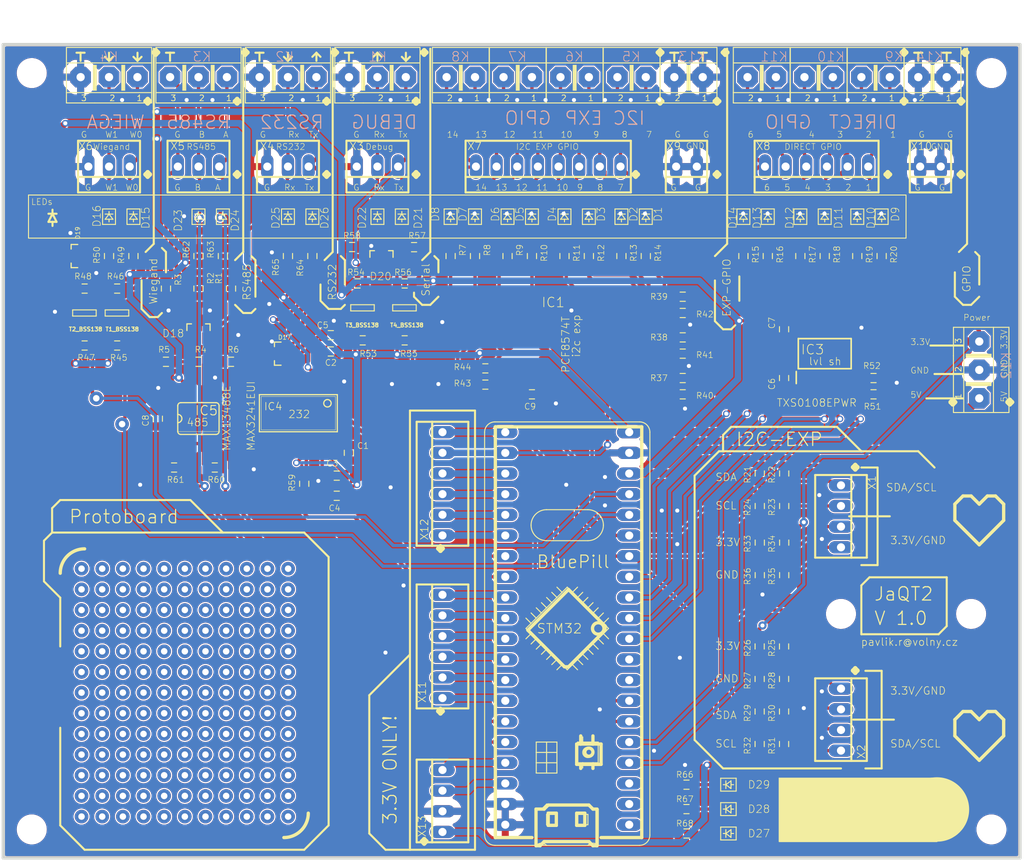
<source format=kicad_pcb>
(kicad_pcb (version 20211014) (generator pcbnew)
  (layers (0 "F.Cu" signal) (31 "B.Cu" signal) (34 "B.Paste" user) (35 "F.Paste" user) (36 "B.SilkS" user "B.Silkscreen") (37 "F.SilkS" user "F.Silkscreen") (38 "B.Mask" user) (39 "F.Mask" user) (44 "Edge.Cuts" user))
  (net 0 "")
  (net 1 "TX1")
  (net 2 "RX1")
  (net 3 "USB-")
  (net 4 "USB+")
  (net 5 "W1")
  (net 6 "W0")
  (net 7 "SDA1")
  (net 8 "SCL1")
  (net 9 "RX3")
  (net 10 "TX3")
  (net 11 "RX2")
  (net 12 "TX2")
  (net 13 "N$7")
  (net 14 "N$8")
  (net 15 "N$10")
  (net 16 "N$11")
  (net 17 "N$12")
  (net 18 "N$13")
  (net 19 "N$14")
  (net 20 "N$19")
  (net 21 "N$34")
  (net 22 "N$39")
  (net 23 "N$32")
  (net 24 "N$33")
  (net 25 "N$36")
  (net 26 "N$44")
  (net 27 "N$46")
  (net 28 "N$52")
  (net 29 "N$53")
  (net 30 "N$54")
  (net 31 "N$55")
  (net 32 "N$56")
  (net 33 "N$57")
  (net 34 "N$58")
  (net 35 "N$59")
  (net 36 "N$60")
  (net 37 "N$61")
  (net 38 "N$62")
  (net 39 "N$63")
  (net 40 "N$64")
  (net 41 "N$65")
  (net 42 "N$66")
  (net 43 "N$67")
  (net 44 "N$69")
  (net 45 "N$70")
  (net 46 "N$71")
  (net 47 "N$72")
  (net 48 "N$73")
  (net 49 "N$74")
  (net 50 "GND")
  (net 51 "5V")
  (net 52 "3.3V")
  (net 53 "N$1")
  (net 54 "N$2")
  (net 55 "N$3")
  (net 56 "N$4")
  (net 57 "N$6")
  (net 58 "N$21")
  (net 59 "N$22")
  (net 60 "N$78")
  (net 61 "N$42")
  (net 62 "N$76")
  (net 63 "N$77")
  (net 64 "N$91")
  (net 65 "N$92")
  (net 66 "N$93")
  (net 67 "N$94")
  (net 68 "N$95")
  (net 69 "N$29")
  (net 70 "N$30")
  (net 71 "N$45")
  (net 72 "N$47")
  (net 73 "DIR4")
  (net 74 "5RX1")
  (net 75 "5TX1")
  (net 76 "N$9")
  (net 77 "N$31")
  (net 78 "N$35")
  (net 79 "N$15")
  (net 80 "N$16")
  (net 81 "N$18")
  (net 82 "N$20")
  (net 83 "PB14")
  (net 84 "PB13")
  (net 85 "PB12")
  (net 86 "VBAT")
  (net 87 "PC13")
  (net 88 "PC14")
  (net 89 "PC15")
  (net 90 "PA0")
  (net 91 "PA1")
  (net 92 "RESET")
  (net 93 "PA4")
  (net 94 "PA5")
  (net 95 "PA6")
  (net 96 "PA7")
  (net 97 "PB0")
  (net 98 "PB1")
  (net 99 "DIR5")
  (net 100 "DIR6")
  (net 101 "N$17")
  (net 102 "N$23")
  (net 103 "N$24")
  (net 104 "N$25")
  (net 105 "N$26")
  (net 106 "N$27")
  (net 107 "N$28")
  (net 108 "N$37")
  (net 109 "N$40")
  (net 110 "N$43")
  (net 111 "N$48")
  (net 112 "N$49")
  (net 113 "N$50")
  (net 114 "N$51")
  (net 115 "N$75")
  (net 116 "N$80")
  (net 117 "N$81")
  (net 118 "N$82")
  (net 119 "N$83")
  (net 120 "N$85")
  (net 121 "N$86")
  (net 122 "N$87")
  (net 123 "N$103")
  (net 124 "N$104")
  (net 125 "N$105")
  (net 126 "N$106")
  (net 127 "N$107")
  (net 128 "N$108")
  (net 129 "N$109")
  (net 130 "N$110")
  (net 131 "N$111")
  (net 132 "N$112")
  (net 133 "N$113")
  (net 134 "N$114")
  (net 135 "N$115")
  (net 136 "N$116")
  (net 137 "N$117")
  (net 138 "N$118")
  (net 139 "N$119")
  (net 140 "N$120")
  (net 141 "N$121")
  (net 142 "N$122")
  (net 143 "N$123")
  (net 144 "N$124")
  (net 145 "N$125")
  (net 146 "N$126")
  (net 147 "N$127")
  (net 148 "N$128")
  (net 149 "N$129")
  (net 150 "N$130")
  (net 151 "N$131")
  (net 152 "N$132")
  (net 153 "N$133")
  (net 154 "N$134")
  (net 155 "N$135")
  (net 156 "N$136")
  (net 157 "N$137")
  (net 158 "N$138")
  (net 159 "N$139")
  (net 160 "N$140")
  (net 161 "N$141")
  (net 162 "N$142")
  (net 163 "N$143")
  (net 164 "N$144")
  (net 165 "N$145")
  (net 166 "N$146")
  (net 167 "N$147")
  (net 168 "N$148")
  (net 169 "N$149")
  (net 170 "N$150")
  (net 171 "N$151")
  (net 172 "N$152")
  (net 173 "N$153")
  (net 174 "N$154")
  (net 175 "N$155")
  (net 176 "N$156")
  (net 177 "N$157")
  (net 178 "N$158")
  (net 179 "N$159")
  (net 180 "N$160")
  (net 181 "N$161")
  (net 182 "N$162")
  (net 183 "N$163")
  (net 184 "N$164")
  (net 185 "N$165")
  (net 186 "N$166")
  (net 187 "N$167")
  (net 188 "N$168")
  (net 189 "N$169")
  (net 190 "N$170")
  (net 191 "N$171")
  (net 192 "N$172")
  (net 193 "N$173")
  (net 194 "N$174")
  (net 195 "N$175")
  (net 196 "N$176")
  (net 197 "N$177")
  (net 198 "N$179")
  (net 199 "N$180")
  (net 200 "N$182")
  (net 201 "N$183")
  (net 202 "N$185")
  (net 203 "N$186")
  (net 204 "N$188")
  (net 205 "N$189")
  (net 206 "N$190")
  (net 207 "N$191")
  (net 208 "N$192")
  (net 209 "N$193")
  (net 210 "N$194")
  (net 211 "N$195")
  (net 212 "N$196")
  (net 213 "N$197")
  (net 214 "N$199")
  (net 215 "N$200")
  (net 216 "N$201")
  (net 217 "N$202")
  (net 218 "N$213")
  (net 219 "N$214")
  (net 220 "N$215")
  (net 221 "N$216")
  (net 222 "N$217")
  (net 223 "N$219")
  (net 224 "N$220")
  (net 225 "N$222")
  (net 226 "N$223")
  (net 227 "N$224")
  (net 228 "N$225")
  (net 229 "N$226")
  (net 230 "N$227")
  (net 231 "N$228")
  (net 232 "N$229")
  (net 233 "N$230")
  (net 234 "N$231")
  (net 235 "N$232")
  (net 236 "N$233")
  (net 237 "N$234")
  (net 238 "N$235")
  (net 239 "N$236")
  (net 240 "N$237")
  (net 241 "N$238")
  (net 242 "N$239")
  (net 243 "N$240")
  (net 244 "N$241")
  (net 245 "N$242")
  (net 246 "DIR3")
  (net 247 "DIR2")
  (net 248 "DIR1")
  (net 249 "N$5")
  (footprint "JaQT2:P1206" (layer "F.Cu") (at 99.0011 76.0036 90)
    (fp_text reference "D16")
    (fp_text value "")
  )
  (footprint "JaQT2:0805" (layer "F.Cu") (at 99.0011 81.0036 -90)
    (fp_text reference "R50")
    (fp_text value "100")
  )
  (footprint "JaQT2:0805" (layer "F.Cu") (at 128.49235 105.1986 -90)
    (fp_text reference "C1")
    (fp_text value "100nF")
  )
  (footprint "JaQT2:0805" (layer "F.Cu") (at 96.0011 92.0036 180)
    (fp_text reference "R47")
    (fp_text value "10k")
  )
  (footprint "JaQT2:0805" (layer "F.Cu") (at 170.0011 152.0036)
    (fp_text reference "R68")
    (fp_text value "100")
  )
  (footprint "JaQT2:0805" (layer "F.Cu") (at 182.0011 141.0036 90)
    (fp_text reference "R31")
    (fp_text value "0")
  )
  (footprint "JaQT2:0805" (layer "F.Cu") (at 110.0011 85.0036 90)
    (fp_text reference "R2")
    (fp_text value "10")
  )
  (footprint "JaQT2:P1206" (layer "F.Cu") (at 191.0011 76.0036 90)
    (fp_text reference "D10")
    (fp_text value "")
  )
  (footprint "JaQT2:BLUE_PILL" (layer "F.Cu") (at 155.3411 135.6836 180)
    (fp_text reference "STM32F103C8T6" hide)
    (fp_text value "" hide)
  )
  (footprint "JaQT2:22-23-2021" (layer "F.Cu") (at 170.0011 70.0036 180)
    (fp_text reference "X9")
    (fp_text value "22-23-2021")
  )
  (footprint "" (layer "F.Cu") (at 207.5011 151.5036)
    (fp_text reference "@HOLE3" hide)
    (fp_text value "")
  )
  (footprint "JaQT2:0805" (layer "F.Cu") (at 193.0011 96.0036)
    (fp_text reference "R52")
    (fp_text value "0")
  )
  (footprint "JaQT2:0805" (layer "F.Cu") (at 110.0011 94.0036)
    (fp_text reference "R4")
    (fp_text value "120_optional")
  )
  (footprint "JaQT2:0805" (layer "F.Cu") (at 182.0161 111.7386 90)
    (fp_text reference "R23")
    (fp_text value "0")
  )
  (footprint "JaQT2:0805" (layer "F.Cu") (at 100.0011 85.0036 180)
    (fp_text reference "R46")
    (fp_text value "10k")
  )
  (footprint "JaQT2:SOT23" (layer "F.Cu") (at 132.5011 81.0036)
    (fp_text reference "D20")
    (fp_text value "PESD5V0L2UU")
  )
  (footprint "JaQT2:0805" (layer "F.Cu") (at 148.0011 81.0036 -90)
    (fp_text reference "R9")
    (fp_text value "100")
  )
  (footprint "JaQT2:0805" (layer "F.Cu") (at 169.5411 96.0036)
    (fp_text reference "R37")
    (fp_text value "0")
  )
  (footprint "JaQT2:SOT23" (layer "F.Cu") (at 120.0011 93.0036 90)
    (fp_text reference "D17")
    (fp_text value "PESD15VL2BT,215")
  )
  (footprint "JaQT2:P1206" (layer "F.Cu") (at 175.0011 146.0036 180)
    (fp_text reference "D29")
    (fp_text value "")
  )
  (footprint "JaQT2:0805" (layer "F.Cu") (at 169.5411 91.0036)
    (fp_text reference "R38")
    (fp_text value "0")
  )
  (footprint "JaQT2:P1206" (layer "F.Cu") (at 158.0011 76.0036 90)
    (fp_text reference "D3")
    (fp_text value "")
  )
  (footprint "JaQT2:0805" (layer "F.Cu") (at 165.0011 81.0036 -90)
    (fp_text reference "R14")
    (fp_text value "100")
  )
  (footprint "JaQT2:P1206" (layer "F.Cu") (at 180.0011 76.0036 90)
    (fp_text reference "D13")
    (fp_text value "")
  )
  (footprint "JaQT2:P1206" (layer "F.Cu") (at 194.0011 76.0036 90)
    (fp_text reference "D9")
    (fp_text value "")
  )
  (footprint "JaQT2:0805" (layer "F.Cu") (at 180.0011 81.0036 -90)
    (fp_text reference "R16")
    (fp_text value "100")
  )
  (footprint "JaQT2:0805" (layer "F.Cu") (at 179.0161 107.7386 90)
    (fp_text reference "R21")
    (fp_text value "0")
  )
  (footprint "JaQT2:0805" (layer "F.Cu") (at 182.0011 137.0036 90)
    (fp_text reference "R30")
    (fp_text value "0")
  )
  (footprint "JaQT2:ARK550_2" (layer "F.Cu") (at 181.0011 59.0036 180)
    (fp_text reference "K11")
    (fp_text value "ARK550/2")
  )
  (footprint "JaQT2:0805" (layer "F.Cu") (at 170.0011 149.0036)
    (fp_text reference "R67")
    (fp_text value "100")
  )
  (footprint "JaQT2:0805" (layer "F.Cu") (at 105.0011 101.0036 90)
    (fp_text reference "C8")
    (fp_text value "100nF")
  )
  (footprint "JaQT2:SO08" (layer "F.Cu") (at 109.9911 100.9836)
    (fp_text reference "IC5")
    (fp_text value "MAX13488E")
  )
  (footprint "JaQT2:0805" (layer "F.Cu") (at 182.0161 120.2386 90)
    (fp_text reference "R35")
    (fp_text value "0")
  )
  (footprint "JaQT2:0805" (layer "F.Cu") (at 169.5411 86.0036)
    (fp_text reference "R39")
    (fp_text value "0")
  )
  (footprint "JaQT2:0805" (layer "F.Cu") (at 179.0161 111.7386 90)
    (fp_text reference "R24")
    (fp_text value "0")
  )
  (footprint "JaQT2:0805" (layer "F.Cu") (at 107.0011 107.0036 180)
    (fp_text reference "R61")
    (fp_text value "10k")
  )
  (footprint "JaQT2:0805" (layer "F.Cu") (at 135.3511 84.3686)
    (fp_text reference "R56")
    (fp_text value "10k")
  )
  (footprint "JaQT2:0805" (layer "F.Cu") (at 110.0011 81.0036 -90)
    (fp_text reference "R62")
    (fp_text value "100")
  )
  (footprint "JaQT2:0805" (layer "F.Cu") (at 182.0161 116.2386 90)
    (fp_text reference "R34")
    (fp_text value "0")
  )
  (footprint "JaQT2:0805" (layer "F.Cu") (at 106.0011 85.0036 90)
    (fp_text reference "R3")
    (fp_text value "10")
  )
  (footprint "JaQT2:0805" (layer "F.Cu") (at 169.5411 93.0036 180)
    (fp_text reference "R41")
    (fp_text value "0")
  )
  (footprint "JaQT2:22-23-2041" (layer "F.Cu") (at 189.0011 113.0036 -90)
    (fp_text reference "X1")
    (fp_text value "22-23-2041")
  )
  (footprint "JaQT2:0805" (layer "F.Cu") (at 182.0161 107.7386 90)
    (fp_text reference "R22")
    (fp_text value "0")
  )
  (footprint "JaQT2:0805" (layer "F.Cu") (at 145.2711 94.8136 180)
    (fp_text reference "R44")
    (fp_text value "4k7")
  )
  (footprint "JaQT2:ARK550_2" (layer "F.Cu") (at 195.0011 59.0036 180)
    (fp_text reference "K9")
    (fp_text value "ARK550/2")
  )
  (footprint "JaQT2:0805" (layer "F.Cu") (at 169.5411 98.0036 180)
    (fp_text reference "R40")
    (fp_text value "0")
  )
  (footprint "JaQT2:P1206" (layer "F.Cu") (at 135.0011 76.0036 90)
    (fp_text reference "D21")
    (fp_text value "")
  )
  (footprint "JaQT2:P1206" (layer "F.Cu") (at 155.0011 76.0036 90)
    (fp_text reference "D4")
    (fp_text value "")
  )
  (footprint "JaQT2:TSSOP28" (layer "F.Cu") (at 122.2811 100.3236 180)
    (fp_text reference "IC4")
    (fp_text value "MAX3241EUI")
  )
  (footprint "JaQT2:0805" (layer "F.Cu") (at 129.5561 84.3686 180)
    (fp_text reference "R54")
    (fp_text value "10k")
  )
  (footprint "JaQT2:22-23-2031" (layer "F.Cu") (at 132.0011 70.0036 180)
    (fp_text reference "X3")
    (fp_text value "22-23-2031")
  )
  (footprint "JaQT2:0805" (layer "F.Cu") (at 141.0011 81.0036 -90)
    (fp_text reference "R7")
    (fp_text value "100")
  )
  (footprint "JaQT2:0805" (layer "F.Cu") (at 123.0011 109.0036 90)
    (fp_text reference "R59")
    (fp_text value "0")
  )
  (footprint "JaQT2:ARK550_3" (layer "F.Cu") (at 110.0011 59.0036 180)
    (fp_text reference "K3")
    (fp_text value "ARK550/3")
  )
  (footprint "JaQT2:0805" (layer "F.Cu") (at 127.0011 108.0036 180)
    (fp_text reference "C3")
    (fp_text value "100nF")
  )
  (footprint "" (layer "F.Cu") (at 207.5011 58.5036)
    (fp_text reference "@HOLE4" hide)
    (fp_text value "")
  )
  (footprint "JaQT2:22-23-2041" (layer "F.Cu") (at 140.0011 148.0036 90)
    (fp_text reference "X13")
    (fp_text value "22-23-2041")
  )
  (footprint "JaQT2:P1206" (layer "F.Cu") (at 177.0011 76.0036 90)
    (fp_text reference "D14")
    (fp_text value "")
  )
  (footprint "JaQT2:22-23-2031" (layer "F.Cu") (at 110.0011 70.0036 180)
    (fp_text reference "X5")
    (fp_text value "22-23-2031")
  )
  (footprint "JaQT2:0805" (layer "F.Cu") (at 194.0011 81.0036 -90)
    (fp_text reference "R20")
    (fp_text value "100")
  )
  (footprint "JaQT2:ARK550_3" (layer "F.Cu") (at 99.0011 59.0036 180)
    (fp_text reference "K4")
    (fp_text value "ARK550/3")
  )
  (footprint "JaQT2:0805" (layer "F.Cu") (at 114.0011 94.0036)
    (fp_text reference "R6")
    (fp_text value "10k")
  )
  (footprint "JaQT2:ARK550_2" (layer "F.Cu") (at 151.0011 59.0036 180)
    (fp_text reference "K7")
    (fp_text value "ARK550/2")
  )
  (footprint "JaQT2:P1206" (layer "F.Cu") (at 132.0011 76.0036 90)
    (fp_text reference "D22")
    (fp_text value "")
  )
  (footprint "JaQT2:0805" (layer "F.Cu") (at 182.0011 133.0036 90)
    (fp_text reference "R28")
    (fp_text value "0")
  )
  (footprint "JaQT2:0805" (layer "F.Cu") (at 113.0011 81.0036 -90)
    (fp_text reference "R63")
    (fp_text value "100")
  )
  (footprint "JaQT2:SOT23" (layer "F.Cu") (at 96.0011 88.0036 180)
    (fp_text reference "T2_BSS138")
    (fp_text value "BSS138")
  )
  (footprint "JaQT2:P1206" (layer "F.Cu") (at 165.0011 76.0036 90)
    (fp_text reference "D1")
    (fp_text value "")
  )
  (footprint "JaQT2:0805" (layer "F.Cu") (at 145.2711 96.8136 180)
    (fp_text reference "R43")
    (fp_text value "4k7")
  )
  (footprint "JaQT2:0805" (layer "F.Cu") (at 179.0011 137.0036 90)
    (fp_text reference "R29")
    (fp_text value "0")
  )
  (footprint "JaQT2:22-23-2081" (layer "F.Cu") (at 153.0011 70.0036 180)
    (fp_text reference "X7")
    (fp_text value "22-23-2081")
  )
  (footprint "JaQT2:SOT23" (layer "F.Cu") (at 135.3511 87.3686 180)
    (fp_text reference "T4_BSS138")
    (fp_text value "BSS138")
  )
  (footprint "JaQT2:0805" (layer "F.Cu") (at 121.0011 81.0036 -90)
    (fp_text reference "R65")
    (fp_text value "100")
  )
  (footprint "JaQT2:0805" (layer "F.Cu") (at 155.0011 81.0036 -90)
    (fp_text reference "R11")
    (fp_text value "100")
  )
  (footprint "JaQT2:0805" (layer "F.Cu") (at 112.0011 107.0036 180)
    (fp_text reference "R60")
    (fp_text value "10k")
  )
  (footprint "JaQT2:0805" (layer "F.Cu") (at 179.0011 129.0036 90)
    (fp_text reference "R26")
    (fp_text value "0")
  )
  (footprint "JaQT2:0805" (layer "F.Cu") (at 187.0011 81.0036 -90)
    (fp_text reference "R18")
    (fp_text value "100")
  )
  (footprint "JaQT2:ARK550_2" (layer "F.Cu") (at 188.0011 59.0036 180)
    (fp_text reference "K10")
    (fp_text value "ARK550/2")
  )
  (footprint "JaQT2:0805" (layer "F.Cu") (at 158.0011 81.0036 -90)
    (fp_text reference "R12")
    (fp_text value "100")
  )
  (footprint "JaQT2:P1206" (layer "F.Cu") (at 184.0011 76.0036 90)
    (fp_text reference "D12")
    (fp_text value "")
  )
  (footprint "JaQT2:SO16W" (layer "F.Cu") (at 155.0011 91.0036 90)
    (fp_text reference "IC1")
    (fp_text value "PCF8574T")
  )
  (footprint "JaQT2:0805" (layer "F.Cu") (at 162.0011 81.0036 -90)
    (fp_text reference "R13")
    (fp_text value "100")
  )
  (footprint "" (layer "F.Cu") (at 189.0011 125.0036)
    (fp_text reference "@HOLE0" hide)
    (fp_text value "")
  )
  (footprint "JaQT2:P1206" (layer "F.Cu") (at 187.0011 76.0036 90)
    (fp_text reference "D11")
    (fp_text value "")
  )
  (footprint "JaQT2:0805" (layer "F.Cu") (at 124.0011 81.0036 -90)
    (fp_text reference "R64")
    (fp_text value "100")
  )
  (footprint "JaQT2:P1206" (layer "F.Cu") (at 121.0011 76.0036 90)
    (fp_text reference "D25")
    (fp_text value "")
  )
  (footprint "JaQT2:SOP65P640X120-20N" (layer "F.Cu") (at 187.0011 93.0036 90)
    (fp_text reference "IC3")
    (fp_text value "TXS0108EPWR")
  )
  (footprint "JaQT2:22-23-2061" (layer "F.Cu") (at 140.0011 129.0036 90)
    (fp_text reference "X11")
    (fp_text value "")
  )
  (footprint "JaQT2:ARK550_2" (layer "F.Cu") (at 202.0011 59.0036 180)
    (fp_text reference "K14")
    (fp_text value "ARK550/2")
  )
  (footprint "JaQT2:0805" (layer "F.Cu") (at 182.0011 90.0036 -90)
    (fp_text reference "C7")
    (fp_text value "100nF")
  )
  (footprint "JaQT2:0805" (layer "F.Cu") (at 127.0011 110.47985 180)
    (fp_text reference "C4")
    (fp_text value "100nF")
  )
  (footprint "JaQT2:22-23-2061" (layer "F.Cu") (at 186.0011 70.0036 180)
    (fp_text reference "X8")
    (fp_text value "")
  )
  (footprint "JaQT2:0805" (layer "F.Cu") (at 128.8861 79.8936 180)
    (fp_text reference "R58")
    (fp_text value "100")
  )
  (footprint "JaQT2:0805" (layer "F.Cu") (at 191.0011 81.0036 -90)
    (fp_text reference "R19")
    (fp_text value "100")
  )
  (footprint "JaQT2:P1206" (layer "F.Cu") (at 148.0011 76.0036 90)
    (fp_text reference "D6")
    (fp_text value "")
  )
  (footprint "JaQT2:0805" (layer "F.Cu") (at 193.0011 98.0036 180)
    (fp_text reference "R51")
    (fp_text value "?")
  )
  (footprint "JaQT2:0805" (layer "F.Cu") (at 114.0011 85.0036 90)
    (fp_text reference "R1")
    (fp_text value "10")
  )
  (footprint "JaQT2:0805" (layer "F.Cu") (at 126.2711 92.7336)
    (fp_text reference "C2")
    (fp_text value "100nF")
  )
  (footprint "JaQT2:0805" (layer "F.Cu") (at 136.5061 79.9086 180)
    (fp_text reference "R57")
    (fp_text value "100")
  )
  (footprint "JaQT2:0805" (layer "F.Cu") (at 169.5411 88.0036 180)
    (fp_text reference "R42")
    (fp_text value "0")
  )
  (footprint "JaQT2:0805" (layer "F.Cu") (at 130.1911 91.3686 180)
    (fp_text reference "R53")
    (fp_text value "10k")
  )
  (footprint "JaQT2:0805" (layer "F.Cu") (at 179.0011 133.0036 90)
    (fp_text reference "R27")
    (fp_text value "0")
  )
  (footprint "JaQT2:0805" (layer "F.Cu") (at 135.3511 91.3686 180)
    (fp_text reference "R55")
    (fp_text value "10k")
  )
  (footprint "JaQT2:22-23-2021" (layer "F.Cu") (at 200.0011 70.0036 180)
    (fp_text reference "X10")
    (fp_text value "22-23-2021")
  )
  (footprint "JaQT2:SOT23" (layer "F.Cu") (at 110.0011 90.0036)
    (fp_text reference "D18")
    (fp_text value "PESD12VL2BT,215")
  )
  (footprint "JaQT2:22-23-2031" (layer "F.Cu") (at 121.0011 70.0036 180)
    (fp_text reference "X4")
    (fp_text value "22-23-2031")
  )
  (footprint "JaQT2:ARK550_2" (layer "F.Cu") (at 165.0011 59.0036 180)
    (fp_text reference "K5")
    (fp_text value "ARK550/2")
  )
  (footprint "JaQT2:0805" (layer "F.Cu") (at 102.0011 81.0036 -90)
    (fp_text reference "R49")
    (fp_text value "100")
  )
  (footprint "JaQT2:ARK550_3" (layer "F.Cu") (at 132.0011 59.0036 180)
    (fp_text reference "K1")
    (fp_text value "ARK550/3")
  )
  (footprint "JaQT2:0805" (layer "F.Cu") (at 126.2711 90.7336)
    (fp_text reference "C5")
    (fp_text value "100nF")
  )
  (footprint "" (layer "F.Cu") (at 89.5011 151.5036)
    (fp_text reference "@HOLE2" hide)
    (fp_text value "")
  )
  (footprint "JaQT2:22-23-2031" (layer "F.Cu") (at 99.0011 70.0036 180)
    (fp_text reference "X6")
    (fp_text value "22-23-2031")
  )
  (footprint "" (layer "F.Cu") (at 89.5011 58.5036)
    (fp_text reference "@HOLE5" hide)
    (fp_text value "")
  )
  (footprint "JaQT2:0805" (layer "F.Cu") (at 184.0011 81.0036 -90)
    (fp_text reference "R17")
    (fp_text value "100")
  )
  (footprint "" (layer "F.Cu") (at 205.0011 125.0036)
    (fp_text reference "@HOLE1" hide)
    (fp_text value "")
  )
  (footprint "JaQT2:0805" (layer "F.Cu") (at 179.0011 141.0036 90)
    (fp_text reference "R32")
    (fp_text value "0")
  )
  (footprint "JaQT2:P1206" (layer "F.Cu") (at 175.0011 149.0036 180)
    (fp_text reference "D28")
    (fp_text value "")
  )
  (footprint "JaQT2:P1206" (layer "F.Cu") (at 144.0011 76.0036 90)
    (fp_text reference "D7")
    (fp_text value "")
  )
  (footprint "JaQT2:0805" (layer "F.Cu") (at 151.0011 98.0036)
    (fp_text reference "C9")
    (fp_text value "100nF")
  )
  (footprint "JaQT2:ARK550_2" (layer "F.Cu") (at 158.0011 59.0036 180)
    (fp_text reference "K6")
    (fp_text value "ARK550/2")
  )
  (footprint "JaQT2:0805" (layer "F.Cu") (at 182.0011 129.0036 90)
    (fp_text reference "R25")
    (fp_text value "0")
  )
  (footprint "JaQT2:P1206" (layer "F.Cu") (at 151.0011 76.0036 90)
    (fp_text reference "D5")
    (fp_text value "")
  )
  (footprint "JaQT2:0805" (layer "F.Cu") (at 144.0011 81.0036 -90)
    (fp_text reference "R8")
    (fp_text value "100")
  )
  (footprint "JaQT2:P1206" (layer "F.Cu") (at 124.0011 76.0036 90)
    (fp_text reference "D26")
    (fp_text value "")
  )
  (footprint "JaQT2:P1206" (layer "F.Cu") (at 113.0011 76.0036 90)
    (fp_text reference "D24")
    (fp_text value "")
  )
  (footprint "JaQT2:0805" (layer "F.Cu") (at 182.0011 96.0036 90)
    (fp_text reference "C6")
    (fp_text value "100nF")
  )
  (footprint "JaQT2:P1206" (layer "F.Cu") (at 141.0011 76.0036 90)
    (fp_text reference "D8")
    (fp_text value "")
  )
  (footprint "JaQT2:0805" (layer "F.Cu") (at 151.0011 81.0036 -90)
    (fp_text reference "R10")
    (fp_text value "100")
  )
  (footprint "JaQT2:P1206" (layer "F.Cu") (at 162.0011 76.0036 90)
    (fp_text reference "D2")
    (fp_text value "")
  )
  (footprint "JaQT2:ARK550_3" (layer "F.Cu") (at 206.0011 95.0036 90)
    (fp_text reference "K12")
    (fp_text value "ARK550/3")
  )
  (footprint "JaQT2:P1206" (layer "F.Cu") (at 175.0011 152.0036 180)
    (fp_text reference "D27")
    (fp_text value "")
  )
  (footprint "JaQT2:0805" (layer "F.Cu") (at 179.0161 120.2386 90)
    (fp_text reference "R36")
    (fp_text value "0")
  )
  (footprint "JaQT2:0805" (layer "F.Cu") (at 170.0011 146.0036)
    (fp_text reference "R66")
    (fp_text value "100")
  )
  (footprint "JaQT2:0805" (layer "F.Cu") (at 177.0011 81.0036 -90)
    (fp_text reference "R15")
    (fp_text value "100")
  )
  (footprint "JaQT2:ARK550_2" (layer "F.Cu") (at 172.0011 59.0036 180)
    (fp_text reference "K13")
    (fp_text value "ARK550/2")
  )
  (footprint "JaQT2:ARK550_3" (layer "F.Cu") (at 121.0011 59.0036 180)
    (fp_text reference "K2")
    (fp_text value "ARK550/3")
  )
  (footprint "JaQT2:0805" (layer "F.Cu") (at 100.0011 92.0036 180)
    (fp_text reference "R45")
    (fp_text value "10k")
  )
  (footprint "JaQT2:SOT23" (layer "F.Cu") (at 100.0011 88.0036 180)
    (fp_text reference "T1_BSS138")
    (fp_text value "BSS138")
  )
  (footprint "JaQT2:ARK550_2" (layer "F.Cu") (at 144.0011 59.0036 180)
    (fp_text reference "K8")
    (fp_text value "ARK550/2")
  )
  (footprint "JaQT2:22-23-2041" (layer "F.Cu") (at 189.0011 138.0036 -90)
    (fp_text reference "X2")
    (fp_text value "22-23-2041")
  )
  (footprint "JaQT2:22-23-2061" (layer "F.Cu") (at 140.0011 109.0036 90)
    (fp_text reference "X12")
    (fp_text value "")
  )
  (footprint "JaQT2:SOT23" (layer "F.Cu") (at 130.1911 87.3686 180)
    (fp_text reference "T3_BSS138")
    (fp_text value "BSS138")
  )
  (footprint "JaQT2:0805" (layer "F.Cu") (at 96.0011 85.0036)
    (fp_text reference "R48")
    (fp_text value "10k")
  )
  (footprint "JaQT2:0805" (layer "F.Cu") (at 106.0011 94.0036)
    (fp_text reference "R5")
    (fp_text value "10k")
  )
  (footprint "JaQT2:P1206" (layer "F.Cu") (at 110.0011 76.0036 90)
    (fp_text reference "D23")
    (fp_text value "")
  )
  (footprint "JaQT2:SOT23" (layer "F.Cu") (at 95.0011 81.0036 90)
    (fp_text reference "D19")
    (fp_text value "PESD5V0L2UU")
  )
  (footprint "JaQT2:0805" (layer "F.Cu") (at 179.0161 116.2386 90)
    (fp_text reference "R33")
    (fp_text value "0")
  )
  (footprint "JaQT2:P1206" (layer "F.Cu") (at 102.0011 76.0036 90)
    (fp_text reference "D15")
    (fp_text value "")
  )
  (gr_line (start 92.05 75.8) (end 92.55 76.8) (layer "F.SilkS") (width 0.254))
  (gr_line (start 93.0011 151.0036) (end 93.0011 139.0036) (layer "F.SilkS") (width 0.254))
  (gr_line (start 204.0011 87.0036) (end 205.0011 87.0036) (layer "F.SilkS") (width 0.254))
  (gr_line (start 131.0011 152.0036) (end 131.0011 135.0036) (layer "F.SilkS") (width 0.254))
  (gr_line (start 206.0011 84.5036) (end 206.0011 81.0036) (layer "F.SilkS") (width 0.254))
  (gr_line (start 99.0011 56.0036) (end 99.0011 57.0036) (layer "F.SilkS") (width 0.254))
  (gr_line (start 157.5011 149.5036) (end 156.5011 149.5036) (layer "F.SilkS") (width 0.4064))
  (gr_line (start 92.0011 115.0036) (end 92.0011 112.0036) (layer "F.SilkS") (width 0.254))
  (gr_line (start 174.5011 103.0036) (end 175.5011 102.0036) (layer "F.SilkS") (width 0.254))
  (gr_line (start 117.0011 86.0036) (end 117.0011 81.5036) (layer "F.SilkS") (width 0.254))
  (gr_line (start 152.5011 153.0036) (end 152.0011 153.5036) (layer "F.SilkS") (width 0.4064))
  (gr_line (start 156.5011 151.0036) (end 157.5011 151.0036) (layer "F.SilkS") (width 0.4064))
  (gr_line (start 159.5011 141.0036) (end 159.5011 143.5036) (layer "F.SilkS") (width 0.4064))
  (gr_line (start 208.0011 137.0036) (end 207.0011 137.0036) (layer "F.SilkS") (width 0.4064))
  (gr_line (start 117.5011 56.0036) (end 117.0011 56.0036) (layer "F.SilkS") (width 0.254))
  (gr_arc (start 93.0011 120.0036) (mid 93.87978 117.88228) (end 96.0011 117.0036) (layer "F.SilkS") (width 0.4064))
  (gr_line (start 194.0011 144.0036) (end 192.0011 144.0036) (layer "F.SilkS") (width 0.254))
  (gr_line (start 158.0011 148.5036) (end 158.5011 149.0036) (layer "F.SilkS") (width 0.4064))
  (gr_line (start 104.0011 88.5036) (end 105.0011 88.5036) (layer "F.SilkS") (width 0.254))
  (gr_line (start 117.0011 81.5036) (end 116.5011 81.0036) (layer "F.SilkS") (width 0.254))
  (gr_line (start 128.5011 56.0036) (end 128.0011 56.0036) (layer "F.SilkS") (width 0.254))
  (gr_line (start 115.5011 80.5036) (end 114.5011 81.5036) (layer "F.SilkS") (width 0.254))
  (gr_line (start 126.0011 151.0036) (end 123.0011 154.0036) (layer "F.SilkS") (width 0.254))
  (gr_line (start 102.5011 57.0036) (end 103.0011 56.5036) (layer "F.SilkS") (width 0.254))
  (gr_circle (center 200.8 149.05) (end 204.7 149.1) (layer "F.SilkS") (width 0.12) (fill solid))
  (gr_line (start 152.0011 153.5036) (end 151.5011 153.5036) (layer "F.SilkS") (width 0.4064))
  (gr_line (start 204.5011 79.5036) (end 203.5011 80.5036) (layer "F.SilkS") (width 0.254))
  (gr_line (start 153.0011 149.5036) (end 153.0011 151.0036) (layer "F.SilkS") (width 0.4064))
  (gr_line (start 105.0011 88.5036) (end 105.5011 88.0036) (layer "F.SilkS") (width 0.254))
  (gr_line (start 146.5011 102.0036) (end 164.5011 102.0036) (layer "F.SilkS") (width 0.4064))
  (gr_line (start 190.5011 138.0036) (end 194.0011 138.0036) (layer "F.SilkS") (width 0.254))
  (gr_line (start 151.0011 152.5036) (end 146.5011 152.5036) (layer "F.SilkS") (width 0.4064))
  (gr_line (start 106.5011 57.0036) (end 106.5011 56.0036) (layer "F.SilkS") (width 0.254))
  (gr_line (start 202.0011 56.0036) (end 201.5011 56.0036) (layer "F.SilkS") (width 0.254))
  (gr_line (start 114.5011 87.0036) (end 115.5011 88.0036) (layer "F.SilkS") (width 0.254))
  (gr_line (start 205.0011 87.0036) (end 206.0011 86.0036) (layer "F.SilkS") (width 0.254))
  (gr_line (start 193.5011 107.0036) (end 193.5011 113.0036) (layer "F.SilkS") (width 0.254))
  (gr_line (start 136.5011 85.5036) (end 136.5011 86.0036) (layer "F.SilkS") (width 0.254))
  (gr_line (start 171.0011 108.0036) (end 171.0011 140.5036) (layer "F.SilkS") (width 0.254))
  (gr_line (start 175.5011 102.0036) (end 188.5011 102.0036) (layer "F.SilkS") (width 0.254))
  (gr_line (start 198.5011 105.0036) (end 191.5011 105.0036) (layer "F.SilkS") (width 0.254))
  (gr_line (start 150.5011 127.0036) (end 155.5011 122.0036) (layer "F.SilkS") (width 0.4064))
  (gr_line (start 128.0011 84.5036) (end 128.0011 81.5036) (layer "F.SilkS") (width 0.254))
  (gr_line (start 158.5011 143.5036) (end 158.5011 144.0036) (layer "F.SilkS") (width 0.4064))
  (gr_line (start 102.5011 57.0036) (end 102.0011 56.5036) (layer "F.SilkS") (width 0.254))
  (gr_line (start 99.0011 57.0036) (end 98.5011 56.5036) (layer "F.SilkS") (width 0.254))
  (gr_circle (center 158.0011 142.0036) (end 158.5011 142.0036) (layer "F.SilkS") (width 0.4064) (fill none))
  (gr_line (start 95.5011 57.0036) (end 95.5011 56.0036) (layer "F.SilkS") (width 0.254))
  (gr_line (start 135.5011 57.0036) (end 135.0011 56.5036) (layer "F.SilkS") (width 0.254))
  (gr_line (start 174.5011 90.0036) (end 175.5011 90.0036) (layer "F.SilkS") (width 0.254))
  (gr_line (start 174.0011 105.0036) (end 171.0011 108.0036) (layer "F.SilkS") (width 0.254))
  (gr_line (start 124.5011 56.0036) (end 124.5011 57.0036) (layer "F.SilkS") (width 0.254))
  (gr_line (start 191.5011 107.0036) (end 193.5011 107.0036) (layer "F.SilkS") (width 0.254))
  (gr_line (start 146.5011 152.5036) (end 146.5011 102.0036) (layer "F.SilkS") (width 0.4064))
  (gr_line (start 156.5011 149.5036) (end 156.5011 151.0036) (layer "F.SilkS") (width 0.4064))
  (gr_line (start 190.0011 113.0036) (end 193.5011 113.0036) (layer "F.SilkS") (width 0.254))
  (gr_line (start 200.5011 107.0036) (end 198.5011 105.0036) (layer "F.SilkS") (width 0.254))
  (gr_line (start 203.0011 113.5036) (end 206.0011 116.5036) (layer "F.SilkS") (width 0.4064))
  (gr_line (start 106.5011 56.0036) (end 106.0011 56.0036) (layer "F.SilkS") (width 0.254))
  (gr_line (start 164.5011 102.0036) (end 164.5011 152.5036) (layer "F.SilkS") (width 0.4064))
  (gr_line (start 192.0011 132.0036) (end 194.0011 132.0036) (layer "F.SilkS") (width 0.254))
  (gr_line (start 176.5011 86.5036) (end 176.5011 83.5036) (layer "F.SilkS") (width 0.254))
  (gr_line (start 209.0011 113.5036) (end 209.0011 111.5036) (layer "F.SilkS") (width 0.4064))
  (gr_line (start 204.0011 137.0036) (end 203.0011 138.0036) (layer "F.SilkS") (width 0.4064))
  (gr_line (start 158.5011 149.0036) (end 159.0011 149.0036) (layer "F.SilkS") (width 0.4064))
  (gr_line (start 131.0011 135.0036) (end 136.0011 130.0036) (layer "F.SilkS") (width 0.254))
  (gr_line (start 203.0011 140.0036) (end 206.0011 143.0036) (layer "F.SilkS") (width 0.4064))
  (gr_rect (start 181.4 145.2) (end 200.8 153) (layer "F.SilkS") (width 0.12) (fill solid))
  (gr_line (start 96.0011 154.0036) (end 93.0011 151.0036) (layer "F.SilkS") (width 0.254))
  (gr_line (start 133.0011 154.0036) (end 131.0011 152.0036) (layer "F.SilkS") (width 0.254))
  (gr_line (start 207.0011 137.0036) (end 206.0011 138.0036) (layer "F.SilkS") (width 0.4064))
  (gr_line (start 126.0011 87.5036) (end 127.5011 87.5036) (layer "F.SilkS") (width 0.254))
  (gr_rect (start 89.1 73.5) (end 197 78.8) (layer "F.SilkS") (width 0.12) (fill none))
  (gr_line (start 135.5011 56.0036) (end 135.5011 57.0036) (layer "F.SilkS") (width 0.254))
  (gr_line (start 127.5011 87.5036) (end 128.0011 87.0036) (layer "F.SilkS") (width 0.254))
  (gr_line (start 191.5011 105.0036) (end 174.5011 105.0036) (layer "F.SilkS") (width 0.254))
  (gr_line (start 113.0011 115.0036) (end 123.0011 115.0036) (layer "F.SilkS") (width 0.254))
  (gr_line (start 92.05 76.8) (end 92.05 77.3) (layer "F.SilkS") (width 0.254))
  (gr_line (start 139.5011 81.5036) (end 139.5011 83.0036) (layer "F.SilkS") (width 0.254))
  (gr_line (start 200.5011 95.5036) (end 204.0011 95.5036) (layer "F.SilkS") (width 0.254))
  (gr_line (start 92.55 75.8) (end 92.05 75.8) (layer "F.SilkS") (width 0.254))
  (gr_line (start 156.5011 143.5036) (end 156.5011 141.0036) (layer "F.SilkS") (width 0.4064))
  (gr_line (start 106.5011 56.0036) (end 107.0011 56.0036) (layer "F.SilkS") (width 0.254))
  (gr_line (start 193.5011 119.0036) (end 191.5011 119.0036) (layer "F.SilkS") (width 0.254))
  (gr_line (start 121.0011 57.0036) (end 120.5011 56.5036) (layer "F.SilkS") (width 0.254))
  (gr_line (start 104.5011 55.5036) (end 104.5011 79.5036) (layer "F.SilkS") (width 0.254))
  (gr_line (start 157.0011 143.5036) (end 157.0011 144.0036) (layer "F.SilkS") (width 0.4064))
  (gr_line (start 160.0011 127.0036) (end 155.5011 131.5036) (layer "F.SilkS") (width 0.4064))
  (gr_line (start 175.5011 90.0036) (end 176.0011 89.5036) (layer "F.SilkS") (width 0.254))
  (gr_line (start 139.0011 81.0036) (end 139.5011 81.5036) (layer "F.SilkS") (width 0.254))
  (gr_line (start 132.0011 56.0036) (end 131.5011 56.5036) (layer "F.SilkS") (width 0.254))
  (gr_line (start 151.5011 149.0036) (end 152.5011 149.0036) (layer "F.SilkS") (width 0.4064))
  (gr_line (start 160.0011 126.5036) (end 160.0011 127.0036) (layer "F.SilkS") (width 0.4064))
  (gr_line (start 136.5011 86.0036) (end 137.5011 87.0036) (layer "F.SilkS") (width 0.254))
  (gr_line (start 151.5011 153.5036) (end 151.5011 149.0036) (layer "F.SilkS") (width 0.4064))
  (gr_line (start 144.0011 154.0036) (end 136.0011 154.0036) (layer "F.SilkS") (width 0.254))
  (gr_line (start 103.0011 84.0036) (end 103.0011 87.5036) (layer "F.SilkS") (width 0.254))
  (gr_line (start 174.5011 144.0036) (end 189.0011 144.0036) (layer "F.SilkS") (width 0.254))
  (gr_line (start 158.0011 153.0036) (end 152.5011 153.0036) (layer "F.SilkS") (width 0.4064))
  (gr_line (start 153.0011 148.5036) (end 158.0011 148.5036) (layer "F.SilkS") (width 0.4064))
  (gr_line (start 209.0011 138.0036) (end 208.0011 137.0036) (layer "F.SilkS") (width 0.4064))
  (gr_line (start 91.0011 116.0036) (end 92.0011 115.0036) (layer "F.SilkS") (width 0.254))
  (gr_line (start 209.0011 140.0036) (end 209.0011 138.0036) (layer "F.SilkS") (width 0.4064))
  (gr_line (start 136.0011 154.0036) (end 133.0011 154.0036) (layer "F.SilkS") (width 0.254))
  (gr_line (start 193.5011 113.0036) (end 193.5011 119.0036) (layer "F.SilkS") (width 0.254))
  (gr_line (start 115.5011 55.5036) (end 115.5011 80.5036) (layer "F.SilkS") (width 0.254))
  (gr_line (start 203.0011 138.0036) (end 203.0011 140.0036) (layer "F.SilkS") (width 0.4064))
  (gr_line (start 138.5011 55.5036) (end 138.5011 80.5036) (layer "F.SilkS") (width 0.254))
  (gr_line (start 202.0011 56.0036) (end 202.5011 56.0036) (layer "F.SilkS") (width 0.254))
  (gr_circle (center 159.1511 126.7936) (end 159.858206 126.7936) (layer "F.SilkS") (width 0.4064) (fill none))
  (gr_line (start 125.0011 84.5036) (end 125.0011 86.5036) (layer "F.SilkS") (width 0.254))
  (gr_line (start 194.0011 138.0036) (end 194.0011 144.0036) (layer "F.SilkS") (width 0.254))
  (gr_line (start 93.0011 123.0036) (end 91.0011 121.0036) (layer "F.SilkS") (width 0.254))
  (gr_line (start 155.5011 131.5036) (end 155.0011 131.5036) (layer "F.SilkS") (width 0.4064))
  (gr_line (start 206.0011 116.5036) (end 209.0011 113.5036) (layer "F.SilkS") (width 0.4064))
  (gr_line (start 198.5011 57.0036) (end 198.5011 56.0036) (layer "F.SilkS") (width 0.254))
  (gr_line (start 121.0011 57.0036) (end 121.5011 56.5036) (layer "F.SilkS") (width 0.254))
  (gr_line (start 117.5011 56.0036) (end 118.0011 56.0036) (layer "F.SilkS") (width 0.254))
  (gr_line (start 159.5011 143.5036) (end 158.5011 143.5036) (layer "F.SilkS") (width 0.4064))
  (gr_line (start 124.5011 56.0036) (end 125.0011 56.5036) (layer "F.SilkS") (width 0.254))
  (gr_line (start 168.5011 57.0036) (end 168.5011 56.0036) (layer "F.SilkS") (width 0.254))
  (gr_line (start 158.5011 153.5036) (end 158.0011 153.0036) (layer "F.SilkS") (width 0.4064))
  (gr_line (start 168.5011 56.0036) (end 168.0011 56.0036) (layer "F.SilkS") (width 0.254))
  (gr_line (start 128.0011 81.5036) (end 127.5011 81.0036) (layer "F.SilkS") (width 0.254))
  (gr_line (start 158.5011 140.0036) (end 158.5011 141.0036) (layer "F.SilkS") (width 0.4064))
  (gr_line (start 125.0011 86.5036) (end 126.0011 87.5036) (layer "F.SilkS") (width 0.254))
  (gr_line (start 126.0011 118.0036) (end 126.0011 151.0036) (layer "F.SilkS") (width 0.254))
  (gr_line (start 102.5011 56.0036) (end 102.5011 57.0036) (layer "F.SilkS") (width 0.254))
  (gr_line (start 91.0011 121.0036) (end 91.0011 116.0036) (layer "F.SilkS") (width 0.254))
  (gr_line (start 99.0011 57.0036) (end 99.5011 56.5036) (layer "F.SilkS") (width 0.254))
  (gr_line (start 193.5011 113.0036) (end 195.0011 113.0036) (layer "F.SilkS") (width 0.254))
  (gr_line (start 199.5011 98.5036) (end 204.0011 98.5036) (layer "F.SilkS") (width 0.254))
  (gr_line (start 171.0011 140.5036) (end 174.5011 144.0036) (layer "F.SilkS") (width 0.254))
  (gr_arc (start 123.5011 149.5036) (mid 122.62242 151.62492) (end 120.5011 152.5036) (layer "F.SilkS") (width 0.4064))
  (gr_line (start 203.0011 83.0036) (end 203.0011 86.0036) (layer "F.SilkS") (width 0.254))
  (gr_line (start 194.0011 138.0036) (end 195.5011 138.0036) (layer "F.SilkS") (width 0.254))
  (gr_line (start 144.0011 100.0036) (end 144.0011 154.0036) (layer "F.SilkS") (width 0.254))
  (gr_line (start 155.0011 131.5036) (end 150.5011 127.0036) (layer "F.SilkS") (width 0.4064))
  (gr_line (start 198.5011 56.0036) (end 198.0011 56.0036) (layer "F.SilkS") (width 0.254))
  (gr_line (start 158.5011 141.0036) (end 159.5011 141.0036) (layer "F.SilkS") (width 0.4064))
  (gr_line (start 154.0011 149.5036) (end 153.0011 149.5036) (layer "F.SilkS") (width 0.4064))
  (gr_line (start 92.0011 112.0036) (end 93.0011 111.0036) (layer "F.SilkS") (width 0.254))
  (gr_line (start 157.0011 141.0036) (end 158.5011 141.0036) (layer "F.SilkS") (width 0.4064))
  (gr_line (start 121.0011 56.0036) (end 121.0011 57.0036) (layer "F.SilkS") (width 0.254))
  (gr_line (start 206.0011 81.0036) (end 205.5011 80.5036) (layer "F.SilkS") (width 0.254))
  (gr_line (start 92.05 76.8) (end 91.55 76.8) (layer "F.SilkS") (width 0.254))
  (gr_line (start 128.5011 57.0036) (end 128.5011 56.0036) (layer "F.SilkS") (width 0.254))
  (gr_line (start 116.5011 88.0036) (end 117.0011 87.5036) (layer "F.SilkS") (width 0.254))
  (gr_line (start 92.05 75.8) (end 91.55 75.8) (layer "F.SilkS") (width 0.254))
  (gr_line (start 136.0011 100.0036) (end 144.0011 100.0036) (layer "F.SilkS") (width 0.254))
  (gr_line (start 138.5011 87.0036) (end 139.5011 86.0036) (layer "F.SilkS") (width 0.254))
  (gr_line (start 175.0011 79.5036) (end 173.5011 81.0036) (layer "F.SilkS") (width 0.254))
  (gr_line (start 194.0011 132.0036) (end 194.0011 138.0036) (layer "F.SilkS") (width 0.254))
  (gr_line (start 123.0011 154.0036) (end 96.0011 154.0036) (layer "F.SilkS") (width 0.254))
  (gr_line (start 172.0011 56.0036) (end 171.5011 56.0036) (layer "F.SilkS") (width 0.254))
  (gr_line (start 117.5011 57.0036) (end 117.5011 56.0036) (layer "F.SilkS") (width 0.254))
  (gr_line (start 202.0011 57.0036) (end 202.0011 56.0036) (layer "F.SilkS") (width 0.254))
  (gr_line (start 106.0011 83.0036) (end 106.0011 80.5036) (layer "F.SilkS") (width 0.254))
  (gr_line (start 205.0011 110.5036) (end 204.0011 110.5036) (layer "F.SilkS") (width 0.4064))
  (gr_line (start 174.5011 105.0036) (end 174.5011 103.0036) (layer "F.SilkS") (width 0.254))
  (gr_line (start 152.5011 149.0036) (end 153.0011 148.5036) (layer "F.SilkS") (width 0.4064))
  (gr_line (start 93.0011 111.0036) (end 109.0011 111.0036) (layer "F.SilkS") (width 0.254))
  (gr_line (start 173.5011 84.0036) (end 173.5011 89.0036) (layer "F.SilkS") (width 0.254))
  (gr_line (start 157.0011 141.0036) (end 157.0011 140.0036) (layer "F.SilkS") (width 0.4064))
  (gr_line (start 104.5011 79.5036) (end 103.5011 80.5036) (layer "F.SilkS") (width 0.254))
  (gr_line (start 92.05 75.8) (end 92.05 75.3) (layer "F.SilkS") (width 0.254))
  (gr_line (start 208.0011 110.5036) (end 207.0011 110.5036) (layer "F.SilkS") (width 0.4064))
  (gr_line (start 191.5011 127.5036) (end 191.5011 121.5036) (layer "F.SilkS") (width 0.254))
  (gr_line (start 156.5011 141.0036) (end 157.0011 141.0036) (layer "F.SilkS") (width 0.4064))
  (gr_line (start 201.0011 127.5036) (end 191.5011 127.5036) (layer "F.SilkS") (width 0.254))
  (gr_line (start 157.0011 143.5036) (end 156.5011 143.5036) (layer "F.SilkS") (width 0.4064))
  (gr_line (start 91.55 76.8) (end 92.05 75.8) (layer "F.SilkS") (width 0.254))
  (gr_line (start 205.0011 137.0036) (end 204.0011 137.0036) (layer "F.SilkS") (width 0.4064))
  (gr_line (start 164.5011 152.5036) (end 159.5011 152.5036) (layer "F.SilkS") (width 0.4064))
  (gr_line (start 135.5011 57.0036) (end 136.0011 56.5036) (layer "F.SilkS") (width 0.254))
  (gr_line (start 154.0011 151.0036) (end 154.0011 149.5036) (layer "F.SilkS") (width 0.4064))
  (gr_line (start 204.0011 110.5036) (end 203.0011 111.5036) (layer "F.SilkS") (width 0.4064))
  (gr_line (start 123.0011 115.0036) (end 126.0011 118.0036) (layer "F.SilkS") (width 0.254))
  (gr_line (start 132.0011 56.0036) (end 132.5011 56.5036) (layer "F.SilkS") (width 0.254))
  (gr_line (start 115.5011 88.0036) (end 116.5011 88.0036) (layer "F.SilkS") (width 0.254))
  (gr_line (start 132.0011 56.0036) (end 132.0011 57.0036) (layer "F.SilkS") (width 0.254))
  (gr_line (start 203.0011 111.5036) (end 203.0011 113.5036) (layer "F.SilkS") (width 0.4064))
  (gr_line (start 202.0011 120.5036) (end 202.0011 126.5036) (layer "F.SilkS") (width 0.254))
  (gr_line (start 137.5011 87.0036) (end 138.5011 87.0036) (layer "F.SilkS") (width 0.254))
  (gr_line (start 93.0011 129.0036) (end 93.0011 123.0036) (layer "F.SilkS") (width 0.254))
  (gr_line (start 175.0011 55.5036) (end 175.0011 79.5036) (layer "F.SilkS") (width 0.254))
  (gr_line (start 153.0011 151.0036) (end 154.0011 151.0036) (layer "F.SilkS") (width 0.4064))
  (gr_line (start 173.5011 89.0036) (end 174.5011 90.0036) (layer "F.SilkS") (width 0.254))
  (gr_line (start 191.5011 121.5036) (end 192.5011 120.5036) (layer "F.SilkS") (width 0.254))
  (gr_line (start 95.5011 56.0036) (end 96.0011 56.0036) (layer "F.SilkS") (width 0.254))
  (gr_line (start 188.5011 102.0036) (end 191.5011 105.0036) (layer "F.SilkS") (width 0.254))
  (gr_line (start 200.0011 92.0036) (end 204.0011 92.0036) (layer "F.SilkS") (width 0.254))
  (gr_line (start 136.0011 154.0036) (end 136.0011 130.0036) (layer "F.SilkS") (width 0.254))
  (gr_line (start 158.5011 143.5036) (end 157.0011 143.5036) (layer "F.SilkS") (width 0.4064))
  (gr_line (start 192.5011 120.5036) (end 202.0011 120.5036) (layer "F.SilkS") (width 0.254))
  (gr_line (start 198.5011 56.0036) (end 199.0011 56.0036) (layer "F.SilkS") (width 0.254))
  (gr_line (start 206.0011 111.5036) (end 205.0011 110.5036) (layer "F.SilkS") (width 0.4064))
  (gr_line (start 172.0011 56.0036) (end 172.5011 56.0036) (layer "F.SilkS") (width 0.254))
  (gr_line (start 126.5011 55.5036) (end 126.5011 80.5036) (layer "F.SilkS") (width 0.254))
  (gr_line (start 136.0011 130.0036) (end 136.0011 100.0036) (layer "F.SilkS") (width 0.254))
  (gr_line (start 209.0011 111.5036) (end 208.0011 110.5036) (layer "F.SilkS") (width 0.4064))
  (gr_line (start 206.0011 143.0036) (end 209.0011 140.0036) (layer "F.SilkS") (width 0.4064))
  (gr_line (start 172.0011 57.0036) (end 172.0011 56.0036) (layer "F.SilkS") (width 0.254))
  (gr_line (start 128.5011 56.0036) (end 129.0011 56.0036) (layer "F.SilkS") (width 0.254))
  (gr_line (start 103.0011 87.5036) (end 104.0011 88.5036) (layer "F.SilkS") (width 0.254))
  (gr_line (start 203.0011 86.0036) (end 204.0011 87.0036) (layer "F.SilkS") (width 0.254))
  (gr_line (start 126.5011 80.5036) (end 125.5011 81.5036) (layer "F.SilkS") (width 0.254))
  (gr_line (start 168.5011 56.0036) (end 169.0011 56.0036) (layer "F.SilkS") (width 0.254))
  (gr_line (start 138.5011 80.5036) (end 137.5011 81.5036) (layer "F.SilkS") (width 0.254))
  (gr_line (start 155.5011 122.0036) (end 160.0011 126.5036) (layer "F.SilkS") (width 0.4064))
  (gr_line (start 207.0011 110.5036) (end 206.0011 111.5036) (layer "F.SilkS") (width 0.4064))
  (gr_line (start 202.0011 126.5036) (end 201.0011 127.5036) (layer "F.SilkS") (width 0.254))
  (gr_line (start 92.0011 115.0036) (end 113.0011 115.0036) (layer "F.SilkS") (width 0.254))
  (gr_line (start 92.55 76.8) (end 92.05 76.8) (layer "F.SilkS") (width 0.254))
  (gr_line (start 95.5011 56.0036) (end 95.0011 56.0036) (layer "F.SilkS") (width 0.254))
  (gr_line (start 204.5011 55.5036) (end 204.5011 79.5036) (layer "F.SilkS") (width 0.254))
  (gr_line (start 109.0011 111.0036) (end 113.0011 115.0036) (layer "F.SilkS") (width 0.254))
  (gr_line (start 106.0011 80.5036) (end 105.5011 80.0036) (layer "F.SilkS") (width 0.254))
  (gr_line (start 124.5011 56.0036) (end 124.0011 56.5036) (layer "F.SilkS") (width 0.254))
  (gr_line (start 206.0011 138.0036) (end 205.0011 137.0036) (layer "F.SilkS") (width 0.4064))
  (gr_line (start 159.0011 149.0036) (end 159.0011 153.5036) (layer "F.SilkS") (width 0.4064))
  (gr_line (start 159.0011 153.5036) (end 158.5011 153.5036) (layer "F.SilkS") (width 0.4064))
  (gr_line (start 157.5011 151.0036) (end 157.5011 149.5036) (layer "F.SilkS") (width 0.4064))
  (gr_line (start 174.5011 105.0036) (end 174.0011 105.0036) (layer "F.SilkS") (width 0.254))
  (gr_line (start 86.0011 155.0036) (end 86.0011 55.0036) (layer "Edge.Cuts") (width 0.4064))
  (gr_line (start 211.0011 55.0036) (end 211.0011 155.0036) (layer "Edge.Cuts") (width 0.4064))
  (gr_line (start 211.0011 155.0036) (end 86.0011 155.0036) (layer "Edge.Cuts") (width 0.4064))
  (gr_line (start 86.0011 55.0036) (end 211.0011 55.0036) (layer "Edge.Cuts") (width 0.4064))
  (gr_text "RS485" (at 114.0011 65.5036) (layer "B.SilkS") (effects (font (size 1.63576 1.63576) (thickness 0.14224)) (justify left bottom mirror)))
  (gr_text "GPIO" (at 185.5011 65.5036) (layer "B.SilkS") (effects (font (size 1.63576 1.63576) (thickness 0.14224)) (justify left bottom mirror)))
  (gr_text "GPIO" (at 153.5011 65.0036) (layer "B.SilkS") (effects (font (size 1.63576 1.63576) (thickness 0.14224)) (justify left bottom mirror)))
  (gr_text "WIEGA" (at 103.5011 65.5036) (layer "B.SilkS") (effects (font (size 1.63576 1.63576) (thickness 0.14224)) (justify left bottom mirror)))
  (gr_text "DIRECT" (at 196.0011 65.5036) (layer "B.SilkS") (effects (font (size 1.63576 1.63576) (thickness 0.14224)) (justify left bottom mirror)))
  (gr_text "DEBUG" (at 137.0011 65.5036) (layer "B.SilkS") (effects (font (size 1.63576 1.63576) (thickness 0.14224)) (justify left bottom mirror)))
  (gr_text "RS232" (at 125.5011 65.5036) (layer "B.SilkS") (effects (font (size 1.63576 1.63576) (thickness 0.14224)) (justify left bottom mirror)))
  (gr_text "I2C EXP" (at 165.0011 65.0036) (layer "B.SilkS") (effects (font (size 1.63576 1.63576) (thickness 0.14224)) (justify left bottom mirror)))
  (gr_text "5" (at 182.0011 73.0036) (layer "F.SilkS") (effects (font (size 0.747776 0.747776) (thickness 0.065024)) (justify left bottom)))
  (gr_text "GND" (at 197.5011 95.5036) (layer "F.SilkS") (effects (font (size 0.747776 0.747776) (thickness 0.065024)) (justify left bottom)))
  (gr_text "SDA" (at 173.5161 108.7386) (layer "F.SilkS") (effects (font (size 0.93472 0.93472) (thickness 0.08128)) (justify left bottom)))
  (gr_text "." (at 202.0011 72.0036) (layer "F.SilkS") (effects (font (size 5.935472 5.935472) (thickness 0.516128)) (justify left bottom)))
  (gr_text "W1" (at 98.5011 73.0036) (layer "F.SilkS") (effects (font (size 0.747776 0.747776) (thickness 0.065024)) (justify left bottom)))
  (gr_text "10" (at 154.0011 73.0036) (layer "F.SilkS") (effects (font (size 0.747776 0.747776) (thickness 0.065024)) (justify left bottom)))
  (gr_text "7" (at 161.5011 73.0036) (layer "F.SilkS") (effects (font (size 0.747776 0.747776) (thickness 0.065024)) (justify left bottom)))
  (gr_text "G" (at 168.5011 66.5036) (layer "F.SilkS") (effects (font (size 0.747776 0.747776) (thickness 0.065024)) (justify left bottom)))
  (gr_text "I2C-EXP" (at 176.0011 104.5036) (layer "F.SilkS") (effects (font (size 1.63576 1.63576) (thickness 0.14224)) (justify left bottom)))
  (gr_text "3.3V" (at 173.5161 116.7386) (layer "F.SilkS") (effects (font (size 0.93472 0.93472) (thickness 0.08128)) (justify left bottom)))
  (gr_text "G" (at 171.0011 73.0036) (layer "F.SilkS") (effects (font (size 0.747776 0.747776) (thickness 0.065024)) (justify left bottom)))
  (gr_text "14" (at 140.5011 66.5036) (layer "F.SilkS") (effects (font (size 0.747776 0.747776) (thickness 0.065024)) (justify left bottom)))
  (gr_text "SCL" (at 173.5011 141.5036) (layer "F.SilkS") (effects (font (size 0.93472 0.93472) (thickness 0.08128)) (justify left bottom)))
  (gr_text "9" (at 156.5011 73.0036) (layer "F.SilkS") (effects (font (size 0.747776 0.747776) (thickness 0.065024)) (justify left bottom)))
  (gr_text "14" (at 144.0011 73.0036) (layer "F.SilkS") (effects (font (size 0.747776 0.747776) (thickness 0.065024)) (justify left bottom)))
  (gr_text "G" (at 172.0011 66.5036) (layer "F.SilkS") (effects (font (size 0.747776 0.747776) (thickness 0.065024)) (justify left bottom)))
  (gr_text "5V" (at 209.5011 99.0036 90) (layer "F.SilkS") (effects (font (size 0.747776 0.747776) (thickness 0.065024)) (justify left bottom)))
  (gr_text "." (at 136.0011 57.0036) (layer "F.SilkS") (effects (font (size 5.935472 5.935472) (thickness 0.516128)) (justify left bottom)))
  (gr_text "SDA/SCL" (at 194.5011 110.0036) (layer "F.SilkS") (effects (font (size 0.93472 0.93472) (thickness 0.08128)) (justify left bottom)))
  (gr_text "SCL" (at 173.5161 112.2386) (layer "F.SilkS") (effects (font (size 0.93472 0.93472) (thickness 0.08128)) (justify left bottom)))
  (gr_text "A" (at 113.0011 66.5036) (layer "F.SilkS") (effects (font (size 0.747776 0.747776) (thickness 0.065024)) (justify left bottom)))
  (gr_text "BluePill" (at 151.5011 119.5036) (layer "F.SilkS") (effects (font (size 1.542288 1.542288) (thickness 0.134112)) (justify left bottom)))
  (gr_text "pavlik.r@volny.cz" (at 191.4 129) (layer "F.SilkS") (effects (font (size 0.93472 0.93472) (thickness 0.08128)) (justify left bottom)))
  (gr_text "G" (at 198.0011 73.0036) (layer "F.SilkS") (effects (font (size 0.747776 0.747776) (thickness 0.065024)) (justify left bottom)))
  (gr_text "." (at 189.0011 108.0036) (layer "F.SilkS") (effects (font (size 5.935472 5.935472) (thickness 0.516128)) (justify left bottom)))
  (gr_text "RS485" (at 116.5011 86.5036 90) (layer "F.SilkS") (effects (font (size 0.93472 0.93472) (thickness 0.08128)) (justify left bottom)))
  (gr_text "." (at 173.0011 57.0036) (layer "F.SilkS") (effects (font (size 5.935472 5.935472) (thickness 0.516128)) (justify left bottom)))
  (gr_text "LEDs" (at 92.1 73.9) (layer "F.SilkS") (effects (font (size 0.747776 0.747776) (thickness 0.065024)) (justify right top)))
  (gr_text "." (at 165.0011 57.0036) (layer "F.SilkS") (effects (font (size 5.935472 5.935472) (thickness 0.516128)) (justify left bottom)))
  (gr_text "12" (at 147.5011 66.5036) (layer "F.SilkS") (effects (font (size 0.747776 0.747776) (thickness 0.065024)) (justify left bottom)))
  (gr_text "DIRECT GPIO" (at 182.0011 68.0036) (layer "F.SilkS") (effects (font (size 0.747776 0.747776) (thickness 0.065024)) (justify left bottom)))
  (gr_text "GND" (at 173.5161 120.7386) (layer "F.SilkS") (effects (font (size 0.93472 0.93472) (thickness 0.08128)) (justify left bottom)))
  (gr_text "." (at 125.0011 57.0036) (layer "F.SilkS") (effects (font (size 5.935472 5.935472) (thickness 0.516128)) (justify left bottom)))
  (gr_text "10" (at 154.5011 66.5036) (layer "F.SilkS") (effects (font (size 0.747776 0.747776) (thickness 0.065024)) (justify left bottom)))
  (gr_text "G" (at 129.0011 66.5036) (layer "F.SilkS") (effects (font (size 0.747776 0.747776) (thickness 0.065024)) (justify left bottom)))
  (gr_text "485" (at 108.5 102) (layer "F.SilkS") (effects (font (size 0.93472 0.93472) (thickness 0.08128)) (justify left bottom)))
  (gr_text "RS232" (at 119.5011 68.0036) (layer "F.SilkS") (effects (font (size 0.747776 0.747776) (thickness 0.065024)) (justify left bottom)))
  (gr_text "." (at 103.0011 57.0036) (layer "F.SilkS") (effects (font (size 5.935472 5.935472) (thickness 0.516128)) (justify left bottom)))
  (gr_text "W0" (at 101.5011 66.5036) (layer "F.SilkS") (effects (font (size 0.747776 0.747776) (thickness 0.065024)) (justify left bottom)))
  (gr_text "Rx" (at 121.0011 66.5036) (layer "F.SilkS") (effects (font (size 0.747776 0.747776) (thickness 0.065024)) (justify left bottom)))
  (gr_text "." (at 189.0011 133.0036) (layer "F.SilkS") (effects (font (size 5.935472 5.935472) (thickness 0.516128)) (justify left bottom)))
  (gr_text "1" (at 195.0011 66.5036) (layer "F.SilkS") (effects (font (size 0.747776 0.747776) (thickness 0.065024)) (justify left bottom)))
  (gr_text "." (at 138.0011 138.0036) (layer "F.SilkS") (effects (font (size 5.935472 5.935472) (thickness 0.516128)) (justify left bottom)))
  (gr_text "2" (at 189.5011 73.0036) (layer "F.SilkS") (effects (font (size 0.747776 0.747776) (thickness 0.065024)) (justify left bottom)))
  (gr_text "RS485" (at 108.5011 68.0036) (layer "F.SilkS") (effects (font (size 0.747776 0.747776) (thickness 0.065024)) (justify left bottom)))
  (gr_text "." (at 113.0011 72.0036) (layer "F.SilkS") (effects (font (size 5.935472 5.935472) (thickness 0.516128)) (justify left bottom)))
  (gr_text "." (at 172.0011 63.0036) (layer "F.SilkS") (effects (font (size 5.935472 5.935472) (thickness 0.516128)) (justify left bottom)))
  (gr_text "Wiegand" (at 105.0011 87.0036 90) (layer "F.SilkS") (effects (font (size 0.93472 0.93472) (thickness 0.08128)) (justify left bottom)))
  (gr_text "." (at 193.0011 72.0036) (layer "F.SilkS") (effects (font (size 5.935472 5.935472) (thickness 0.516128)) (justify left bottom)))
  (gr_text "I2C EXP GPIO" (at 149.0011 68.0036) (layer "F.SilkS") (effects (font (size 0.747776 0.747776) (thickness 0.065024)) (justify left bottom)))
  (gr_text "." (at 202.5011 57.0036) (layer "F.SilkS") (effects (font (size 5.935472 5.935472) (thickness 0.516128)) (justify left bottom)))
  (gr_text "." (at 208.0011 100.0036) (layer "F.SilkS") (effects (font (size 5.935472 5.935472) (thickness 0.516128)) (justify left bottom)))
  (gr_text "G" (at 198.5011 66.5036) (layer "F.SilkS") (effects (font (size 0.747776 0.747776) (thickness 0.065024)) (justify left bottom)))
  (gr_text "6" (at 177.5011 66.5036) (layer "F.SilkS") (effects (font (size 0.747776 0.747776) (thickness 0.065024)) (justify left bottom)))
  (gr_text "EXP-GPIO" (at 175.5011 88.5036 90) (layer "F.SilkS") (effects (font (size 0.93472 0.93472) (thickness 0.08128)) (justify left bottom)))
  (gr_text "G" (at 129.0011 73.0036) (layer "F.SilkS") (effects (font (size 0.747776 0.747776) (thickness 0.065024)) (justify left bottom)))
  (gr_text "Power" (at 204.0011 89.0036) (layer "F.SilkS") (effects (font (size 0.747776 0.747776) (thickness 0.065024)) (justify left bottom)))
  (gr_text "G" (at 96.0011 73.0036) (layer "F.SilkS") (effects (font (size 0.747776 0.747776) (thickness 0.065024)) (justify left bottom)))
  (gr_text "." (at 114.0011 57.0036) (layer "F.SilkS") (effects (font (size 5.935472 5.935472) (thickness 0.516128)) (justify left bottom)))
  (gr_text "11" (at 151.0011 66.5036) (layer "F.SilkS") (effects (font (size 0.747776 0.747776) (thickness 0.065024)) (justify left bottom)))
  (gr_text "MAX3241EUI" (at 117.0011 105.0036 90) (layer "F.SilkS") (effects (font (size 0.93472 0.93472) (thickness 0.08128)) (justify left bottom)))
  (gr_text "4" (at 184.5011 73.0036) (layer "F.SilkS") (effects (font (size 0.747776 0.747776) (thickness 0.065024)) (justify left bottom)))
  (gr_text "Tx" (at 134.5011 66.5036) (layer "F.SilkS") (effects (font (size 0.747776 0.747776) (thickness 0.065024)) (justify left bottom)))
  (gr_text "GND" (at 209.5011 96.0036 90) (layer "F.SilkS") (effects (font (size 0.747776 0.747776) (thickness 0.065024)) (justify left bottom)))
  (gr_text "RS232" (at 127.0011 86.5036 90) (layer "F.SilkS") (effects (font (size 0.93472 0.93472) (thickness 0.08128)) (justify left bottom)))
  (gr_text "Tx" (at 123.5011 66.5036) (layer "F.SilkS") (effects (font (size 0.747776 0.747776) (thickness 0.065024)) (justify left bottom)))
  (gr_text "3.3V ONLY!" (at 134.5011 151.0036 90) (layer "F.SilkS") (effects (font (size 1.63576 1.63576) (thickness 0.14224)) (justify left bottom)))
  (gr_text "Debug" (at 130.5011 68.0036) (layer "F.SilkS") (effects (font (size 0.747776 0.747776) (thickness 0.065024)) (justify left bottom)))
  (gr_text "." (at 113.0011 63.0036) (layer "F.SilkS") (effects (font (size 5.935472 5.935472) (thickness 0.516128)) (justify left bottom)))
  (gr_text "V 1.0" (at 193.0011 126.5036) (layer "F.SilkS") (effects (font (size 1.63576 1.63576) (thickness 0.14224)) (justify left bottom)))
  (gr_text "B" (at 110.0011 66.5036) (layer "F.SilkS") (effects (font (size 0.747776 0.747776) (thickness 0.065024)) (justify left bottom)))
  (gr_text "8" (at 159.0011 73.0036) (layer "F.SilkS") (effects (font (size 0.747776 0.747776) (thickness 0.065024)) (justify left bottom)))
  (gr_text "11" (at 151.5011 73.0036) (layer "F.SilkS") (effects (font (size 0.747776 0.747776) (thickness 0.065024)) (justify left bottom)))
  (gr_text "GND" (at 173.5011 133.5036) (layer "F.SilkS") (effects (font (size 0.93472 0.93472) (thickness 0.08128)) (justify left bottom)))
  (gr_text "." (at 172.0011 72.0036) (layer "F.SilkS") (effects (font (size 5.935472 5.935472) (thickness 0.516128)) (justify left bottom)))
  (gr_text "G" (at 201.0011 73.0036) (layer "F.SilkS") (effects (font (size 0.747776 0.747776) (thickness 0.065024)) (justify left bottom)))
  (gr_text "." (at 165.0011 63.0036) (layer "F.SilkS") (effects (font (size 5.935472 5.935472) (thickness 0.516128)) (justify left bottom)))
  (gr_text "3.3V/GND" (at 195.0011 135.0036) (layer "F.SilkS") (effects (font (size 0.93472 0.93472) (thickness 0.08128)) (justify left bottom)))
  (gr_text "3.3V" (at 197.5011 92.0036) (layer "F.SilkS") (effects (font (size 0.747776 0.747776) (thickness 0.065024)) (justify left bottom)))
  (gr_text "JaQT2" (at 193.0011 123.5036) (layer "F.SilkS") (effects (font (size 1.63576 1.63576) (thickness 0.14224)) (justify left bottom)))
  (gr_text "W0" (at 101.0011 73.0036) (layer "F.SilkS") (effects (font (size 0.747776 0.747776) (thickness 0.065024)) (justify left bottom)))
  (gr_text "B" (at 109.5011 73.0036) (layer "F.SilkS") (effects (font (size 0.747776 0.747776) (thickness 0.065024)) (justify left bottom)))
  (gr_text "Wiegand" (at 97.0011 68.0036) (layer "F.SilkS") (effects (font (size 0.747776 0.747776) (thickness 0.065024)) (justify left bottom)))
  (gr_text "." (at 138.0011 118.0036) (layer "F.SilkS") (effects (font (size 5.935472 5.935472) (thickness 0.516128)) (justify left bottom)))
  (gr_text "Tx" (at 123.0011 73.0036) (layer "F.SilkS") (effects (font (size 0.747776 0.747776) (thickness 0.065024)) (justify left bottom)))
  (gr_text "." (at 162.0011 72.0036) (layer "F.SilkS") (effects (font (size 5.935472 5.935472) (thickness 0.516128)) (justify left bottom)))
  (gr_text "4" (at 185.0011 66.5036) (layer "F.SilkS") (effects (font (size 0.747776 0.747776) (thickness 0.065024)) (justify left bottom)))
  (gr_text "Rx" (at 120.5011 73.0036) (layer "F.SilkS") (effects (font (size 0.747776 0.747776) (thickness 0.065024)) (justify left bottom)))
  (gr_text "5" (at 181.0011 66.5036) (layer "F.SilkS") (effects (font (size 0.747776 0.747776) (thickness 0.065024)) (justify left bottom)))
  (gr_text "13" (at 144.0011 66.5036) (layer "F.SilkS") (effects (font (size 0.747776 0.747776) (thickness 0.065024)) (justify left bottom)))
  (gr_text "lvl sh" (at 185 94.5) (layer "F.SilkS") (effects (font (size 0.93472 0.93472) (thickness 0.08128)) (justify left bottom)))
  (gr_text "SDA" (at 173.5011 138.0036) (layer "F.SilkS") (effects (font (size 0.93472 0.93472) (thickness 0.08128)) (justify left bottom)))
  (gr_text "." (at 202.0011 63.0036) (layer "F.SilkS") (effects (font (size 5.935472 5.935472) (thickness 0.516128)) (justify left bottom)))
  (gr_text "." (at 195.0011 63.0036) (layer "F.SilkS") (effects (font (size 5.935472 5.935472) (thickness 0.516128)) (justify left bottom)))
  (gr_text "Rx" (at 131.5011 66.5036) (layer "F.SilkS") (effects (font (size 0.747776 0.747776) (thickness 0.065024)) (justify left bottom)))
  (gr_text "Rx" (at 131.5011 73.0036) (layer "F.SilkS") (effects (font (size 0.747776 0.747776) (thickness 0.065024)) (justify left bottom)))
  (gr_text "GND" (at 200 68) (layer "F.SilkS") (effects (font (size 0.747776 0.747776) (thickness 0.065024)) (justify left bottom)))
  (gr_text "3" (at 187.0011 73.0036) (layer "F.SilkS") (effects (font (size 0.747776 0.747776) (thickness 0.065024)) (justify left bottom)))
  (gr_text "Protoboard" (at 94.0011 114.0036) (layer "F.SilkS") (effects (font (size 1.63576 1.63576) (thickness 0.14224)) (justify left bottom)))
  (gr_text "." (at 195.0011 57.0036) (layer "F.SilkS") (effects (font (size 5.935472 5.935472) (thickness 0.516128)) (justify left bottom)))
  (gr_text "G" (at 118.0011 73.0036) (layer "F.SilkS") (effects (font (size 0.747776 0.747776) (thickness 0.065024)) (justify left bottom)))
  (gr_text "8" (at 162.0011 66.5036) (layer "F.SilkS") (effects (font (size 0.747776 0.747776) (thickness 0.065024)) (justify left bottom)))
  (gr_text "." (at 135.0011 72.0036) (layer "F.SilkS") (effects (font (size 5.935472 5.935472) (thickness 0.516128)) (justify left bottom)))
  (gr_text "12" (at 149.0011 73.0036) (layer "F.SilkS") (effects (font (size 0.747776 0.747776) (thickness 0.065024)) (justify left bottom)))
  (gr_text "G" (at 168.0011 73.0036) (layer "F.SilkS") (effects (font (size 0.747776 0.747776) (thickness 0.065024)) (justify left bottom)))
  (gr_text "MAX13488E" (at 114 105 90) (layer "F.SilkS") (effects (font (size 0.93472 0.93472) (thickness 0.08128)) (justify left bottom)))
  (gr_text "G" (at 117.5011 66.5036) (layer "F.SilkS") (effects (font (size 0.747776 0.747776) (thickness 0.065024)) (justify left bottom)))
  (gr_text "GPIO" (at 205.0011 85.5036 90) (layer "F.SilkS") (effects (font (size 0.93472 0.93472) (thickness 0.08128)) (justify left bottom)))
  (gr_text "5V" (at 197.5011 98.5036) (layer "F.SilkS") (effects (font (size 0.747776 0.747776) (thickness 0.065024)) (justify left bottom)))
  (gr_text "3.3V" (at 209.5011 92.5036 90) (layer "F.SilkS") (effects (font (size 0.747776 0.747776) (thickness 0.065024)) (justify left bottom)))
  (gr_text "." (at 208.0011 100.0036) (layer "F.SilkS") (effects (font (size 5.935472 5.935472) (thickness 0.516128)) (justify left bottom)))
  (gr_text "A" (at 112.0011 73.0036) (layer "F.SilkS") (effects (font (size 0.747776 0.747776) (thickness 0.065024)) (justify left bottom)))
  (gr_text "3.3V/GND" (at 195.0011 116.5036) (layer "F.SilkS") (effects (font (size 0.93472 0.93472) (thickness 0.08128)) (justify left bottom)))
  (gr_text "." (at 201.0011 100.0036) (layer "F.SilkS") (effects (font (size 5.935472 5.935472) (thickness 0.516128)) (justify left bottom)))
  (gr_text "TXS0108EPWR" (at 191 98.5) (layer "F.SilkS") (effects (font (size 0.93472 0.93472) (thickness 0.08128)) (justify right top)))
  (gr_text "1" (at 192.0011 73.0036) (layer "F.SilkS") (effects (font (size 0.747776 0.747776) (thickness 0.065024)) (justify left bottom)))
  (gr_text "i2c exp" (at 157.0011 93.5036 90) (layer "F.SilkS") (effects (font (size 0.93472 0.93472) (thickness 0.08128)) (justify left bottom)))
  (gr_text "W1" (at 98.5011 66.5036) (layer "F.SilkS") (effects (font (size 0.747776 0.747776) (thickness 0.065024)) (justify left bottom)))
  (gr_text "Serial" (at 138.5 86.0036 90) (layer "F.SilkS") (effects (font (size 0.93472 0.93472) (thickness 0.08128)) (justify left bottom)))
  (gr_text "." (at 124.0011 63.0036) (layer "F.SilkS") (effects (font (size 5.935472 5.935472) (thickness 0.516128)) (justify left bottom)))
  (gr_text "3" (at 188.5011 66.5036) (layer "F.SilkS") (effects (font (size 0.747776 0.747776) (thickness 0.065024)) (justify left bottom)))
  (gr_text "6" (at 179.5011 73.0036) (layer "F.SilkS") (effects (font (size 0.747776 0.747776) (thickness 0.065024)) (justify left bottom)))
  (gr_text "7" (at 165.0011 66.5036) (layer "F.SilkS") (effects (font (size 0.747776 0.747776) (thickness 0.065024)) (justify left bottom)))
  (gr_text "SDA/SCL" (at 195.0011 141.5036) (layer "F.SilkS") (effects (font (size 0.93472 0.93472) (thickness 0.08128)) (justify left bottom)))
  (gr_text "." (at 135.0011 63.0036) (layer "F.SilkS") (effects (font (size 5.935472 5.935472) (thickness 0.516128)) (justify left bottom)))
  (gr_text "G" (at 107.0011 73.0036) (layer "F.SilkS") (effects (font (size 0.747776 0.747776) (thickness 0.065024)) (justify left bottom)))
  (gr_text "9" (at 158.5011 66.5036) (layer "F.SilkS") (effects (font (size 0.747776 0.747776) (thickness 0.065024)) (justify left bottom)))
  (gr_text "G" (at 202.0011 66.5036) (layer "F.SilkS") (effects (font (size 0.747776 0.747776) (thickness 0.065024)) (justify left bottom)))
  (gr_text "PCF8574T" (at 155.7 95.4 90) (layer "F.SilkS") (effects (font (size 0.93472 0.93472) (thickness 0.08128)) (justify left bottom)))
  (gr_text "232" (at 121.0011 101.0036) (layer "F.SilkS") (effects (font (size 0.93472 0.93472) (thickness 0.08128)) (justify left bottom)))
  (gr_text "." (at 136.0011 154.0036) (layer "F.SilkS") (effects (font (size 5.935472 5.935472) (thickness 0.516128)) (justify left bottom)))
  (gr_text "." (at 124.0011 72.0036) (layer "F.SilkS") (effects (font (size 5.935472 5.935472) (thickness 0.516128)) (justify left bottom)))
  (gr_text "G" (at 95.5011 66.5036) (layer "F.SilkS") (effects (font (size 0.747776 0.747776) (thickness 0.065024)) (justify left bottom)))
  (gr_text "2" (at 192.0011 66.5036) (layer "F.SilkS") (effects (font (size 0.747776 0.747776) (thickness 0.065024)) (justify left bottom)))
  (gr_text "Tx" (at 134.0011 73.0036) (layer "F.SilkS") (effects (font (size 0.747776 0.747776) (thickness 0.065024)) (justify left bottom)))
  (gr_text "." (at 102.0011 63.0036) (layer "F.SilkS") (effects (font (size 5.935472 5.935472) (thickness 0.516128)) (justify left bottom)))
  (gr_text "GND" (at 169.9 67.9) (layer "F.SilkS") (effects (font (size 0.747776 0.747776) (thickness 0.065024)) (justify left bottom)))
  (gr_text "." (at 102.0011 72.0036) (layer "F.SilkS") (effects (font (size 5.935472 5.935472) (thickness 0.516128)) (justify left bottom)))
  (gr_text "." (at 201.0011 100.0036) (layer "F.SilkS") (effects (font (size 5.935472 5.935472) (thickness 0.516128)) (justify left bottom)))
  (gr_text "G" (at 107.0011 66.5036) (layer "F.SilkS") (effects (font (size 0.747776 0.747776) (thickness 0.065024)) (justify left bottom)))
  (gr_text "13" (at 146.5011 73.0036) (layer "F.SilkS") (effects (font (size 0.747776 0.747776) (thickness 0.065024)) (justify left bottom)))
  (gr_text "3.3V" (at 173.5011 129.5036) (layer "F.SilkS") (effects (font (size 0.93472 0.93472) (thickness 0.08128)) (justify left bottom)))
  (segment (start 158.1211 138.2236) (end 151.4061 131.5086) (width 0.4064) (layer "F.Cu") (net 1))
  (segment (start 131.1309 88.3846) (end 131.1436 88.3973) (width 0.4064) (layer "F.Cu") (net 1))
  (segment (start 149.8186 106.4261) (end 135.5311 106.4261) (width 0.4064) (layer "F.Cu") (net 1))
  (segment (start 151.4061 108.0136) (end 149.8186 106.4261) (width 0.4064) (layer "F.Cu") (net 1))
  (segment (start 131.1309 88.3846) (end 131.1309 88.3846) (width 0.4064) (layer "F.Cu") (net 1))
  (segment (start 131.0861 101.9811) (end 131.0861 91.4261) (width 0.4064) (layer "F.Cu") (net 1))
  (segment (start 131.1436 88.3973) (end 131.1436 91.3686) (width 0.4064) (layer "F.Cu") (net 1))
  (segment (start 131.0861 91.4261) (end 131.1436 91.3686) (width 0.4064) (layer "F.Cu") (net 1))
  (segment (start 162.9611 138.2236) (end 158.1211 138.2236) (width 0.4064) (layer "F.Cu") (net 1))
  (segment (start 151.4061 131.5086) (end 151.4061 108.0136) (width 0.4064) (layer "F.Cu") (net 1))
  (segment (start 135.5311 106.4261) (end 131.0861 101.9811) (width 0.4064) (layer "F.Cu") (net 1))
  (segment (start 136.1661 91.5061) (end 136.3036 91.3686) (width 0.4064) (layer "F.Cu") (net 2))
  (segment (start 153.9461 130.2386) (end 153.9461 107.3786) (width 0.4064) (layer "F.Cu") (net 2))
  (segment (start 159.3911 135.6836) (end 153.9461 130.2386) (width 0.4064) (layer "F.Cu") (net 2))
  (segment (start 136.3036 88.3973) (end 136.3036 91.3686) (width 0.4064) (layer "F.Cu") (net 2))
  (segment (start 153.9461 107.3786) (end 150.4536 103.8861) (width 0.4064) (layer "F.Cu") (net 2))
  (segment (start 136.32485 91.38985) (end 136.32485 101.82235) (width 0.4064) (layer "F.Cu") (net 2))
  (segment (start 150.4536 103.8861) (end 138.3886 103.8861) (width 0.4064) (layer "F.Cu") (net 2))
  (segment (start 136.2909 88.3846) (end 136.3036 88.3973) (width 0.4064) (layer "F.Cu") (net 2))
  (segment (start 136.2909 88.3846) (end 136.2909 88.3846) (width 0.4064) (layer "F.Cu") (net 2))
  (segment (start 136.32485 101.82235) (end 138.3886 103.8861) (width 0.4064) (layer "F.Cu") (net 2))
  (segment (start 162.9611 135.6836) (end 159.3911 135.6836) (width 0.4064) (layer "F.Cu") (net 2))
  (segment (start 136.32485 91.38985) (end 136.3036 91.3686) (width 0.4064) (layer "F.Cu") (net 2))
  (segment (start 96.9536 92.0036) (end 96.9536 92.0036) (width 0.4064) (layer "F.Cu") (net 5))
  (segment (start 96.9409 91.9909) (end 96.9409 89.0196) (width 0.4064) (layer "F.Cu") (net 5))
  (segment (start 96.9536 98.0111) (end 96.9536 92.0036) (width 0.4064) (layer "F.Cu") (net 5))
  (segment (start 97.4311 98.4886) (end 96.9536 98.0111) (width 0.4064) (layer "F.Cu") (net 5))
  (segment (start 96.9536 92.0036) (end 96.9409 91.9909) (width 0.4064) (layer "F.Cu") (net 5))
  (via (at 97.4311 98.4886) (size 1.6764) (drill 0.8) (layers "F.Cu" "B.Cu") (net 5))
  (segment (start 158.6611 110.2836) (end 152.3586 116.5861) (width 0.4064) (layer "B.Cu") (net 5))
  (segment (start 162.9611 110.2836) (end 158.6611 110.2836) (width 0.4064) (layer "B.Cu") (net 5))
  (segment (start 102.5111 98.4886) (end 97.4311 98.4886) (width 0.4064) (layer "B.Cu") (net 5))
  (segment (start 104.7336 100.7111) (end 102.5111 98.4886) (width 0.4064) (layer "B.Cu") (net 5))
  (segment (start 133.9436 116.5861) (end 152.3586 116.5861) (width 0.4064) (layer "B.Cu") (net 5))
  (segment (start 107.5911 113.0936) (end 104.7336 110.2361) (width 0.4064) (layer "B.Cu") (net 5))
  (segment (start 104.7336 110.2361) (end 104.7336 100.7111) (width 0.4064) (layer "B.Cu") (net 5))
  (segment (start 133.9436 116.5861) (end 130.4511 113.0936) (width 0.4064) (layer "B.Cu") (net 5))
  (segment (start 130.4511 113.0936) (end 107.5911 113.0936) (width 0.4064) (layer "B.Cu") (net 5))
  (segment (start 100.9409 89.0196) (end 100.9536 89.0323) (width 0.4064) (layer "F.Cu") (net 6))
  (segment (start 100.9536 101.3161) (end 100.9536 92.0036) (width 0.4064) (layer "F.Cu") (net 6))
  (segment (start 100.6061 101.6636) (end 100.9536 101.3161) (width 0.4064) (layer "F.Cu") (net 6))
  (segment (start 100.9409 89.0196) (end 100.9409 89.0196) (width 0.4064) (layer "F.Cu") (net 6))
  (segment (start 100.9536 89.0323) (end 100.9536 92.0036) (width 0.4064) (layer "F.Cu") (net 6))
  (via (at 100.6061 101.6636) (size 1.6764) (drill 0.8) (layers "F.Cu" "B.Cu") (net 6))
  (segment (start 104.0986 115.3161) (end 100.9236 112.1411) (width 0.4064) (layer "B.Cu") (net 6))
  (segment (start 162.9611 112.8236) (end 159.2961 112.8236) (width 0.4064) (layer "B.Cu") (net 6))
  (segment (start 128.8636 115.3161) (end 104.0986 115.3161) (width 0.4064) (layer "B.Cu") (net 6))
  (segment (start 100.9236 112.1411) (end 100.9236 101.9811) (width 0.4064) (layer "B.Cu") (net 6))
  (segment (start 100.9236 101.9811) (end 100.6061 101.6636) (width 0.4064) (layer "B.Cu") (net 6))
  (segment (start 132.6736 119.1261) (end 128.8636 115.3161) (width 0.4064) (layer "B.Cu") (net 6))
  (segment (start 152.9936 119.1261) (end 132.6736 119.1261) (width 0.4064) (layer "B.Cu") (net 6))
  (segment (start 159.2961 112.8236) (end 152.9936 119.1261) (width 0.4064) (layer "B.Cu") (net 6))
  (segment (start 158.3911 99.7586) (end 152.8111 94.1786) (width 0.4064) (layer "F.Cu") (net 7))
  (segment (start 175.5361 126.4286) (end 177.4411 124.5236) (width 0.4064) (layer "F.Cu") (net 7))
  (segment (start 190.7761 106.7436) (end 182.0586 106.7436) (width 0.4064) (layer "F.Cu") (net 7))
  (segment (start 175.5361 134.6836) (end 175.5361 126.4286) (width 0.4064) (layer "F.Cu") (net 7))
  (segment (start 195.2211 111.1886) (end 190.7761 106.7436) (width 0.4064) (layer "F.Cu") (net 7))
  (segment (start 150.2741 94.1786) (end 148.0961 94.1786) (width 0.4064) (layer "F.Cu") (net 7))
  (segment (start 182.0586 106.7436) (end 182.0161 106.7861) (width 0.4064) (layer "F.Cu") (net 7))
  (segment (start 146.2236 96.8136) (end 147.3661 96.8136) (width 0.4064) (layer "F.Cu") (net 7))
  (segment (start 176.9036 136.0511) (end 175.5361 134.6836) (width 0.4064) (layer "F.Cu") (net 7))
  (segment (start 150.2741 94.1786) (end 152.8111 94.1786) (width 0.4064) (layer "F.Cu") (net 7))
  (segment (start 168.8211 115.3636) (end 177.4411 106.7436) (width 0.4064) (layer "F.Cu") (net 7))
  (segment (start 148.0961 94.1786) (end 147.5961 94.6786) (width 0.4064) (layer "F.Cu") (net 7))
  (segment (start 192.6811 121.3486) (end 195.2211 118.8086) (width 0.4064) (layer "F.Cu") (net 7))
  (segment (start 162.9611 115.3636) (end 161.2961 115.3636) (width 0.4064) (layer "F.Cu") (net 7))
  (segment (start 182.0011 136.0511) (end 179.0011 136.0511) (width 0.4064) (layer "F.Cu") (net 7))
  (segment (start 177.4411 124.5236) (end 183.7911 124.5236) (width 0.4064) (layer "F.Cu") (net 7))
  (segment (start 179.0011 136.0511) (end 176.9036 136.0511) (width 0.4064) (layer "F.Cu") (net 7))
  (segment (start 147.5961 94.6786) (end 147.5961 96.5836) (width 0.4064) (layer "F.Cu") (net 7))
  (segment (start 162.9611 115.3636) (end 168.8211 115.3636) (width 0.4064) (layer "F.Cu") (net 7))
  (segment (start 179.0161 106.7861) (end 182.0161 106.7861) (width 0.4064) (layer "F.Cu") (net 7))
  (segment (start 177.4411 106.7436) (end 178.9736 106.7436) (width 0.4064) (layer "F.Cu") (net 7))
  (segment (start 183.7911 124.5236) (end 186.9661 121.3486) (width 0.4064) (layer "F.Cu") (net 7))
  (segment (start 186.9661 121.3486) (end 192.6811 121.3486) (width 0.4064) (layer "F.Cu") (net 7))
  (segment (start 147.3661 96.8136) (end 147.5961 96.5836) (width 0.4064) (layer "F.Cu") (net 7))
  (segment (start 195.2211 118.8086) (end 195.2211 111.1886) (width 0.4064) (layer "F.Cu") (net 7))
  (segment (start 161.2961 115.3636) (end 158.3911 112.4586) (width 0.4064) (layer "F.Cu") (net 7))
  (segment (start 158.3911 112.4586) (end 158.3911 99.7586) (width 0.4064) (layer "F.Cu") (net 7))
  (segment (start 178.9736 106.7436) (end 179.0161 106.7861) (width 0.4064) (layer "F.Cu") (net 7))
  (segment (start 162.9611 117.9036) (end 163.4711 117.9036) (width 0.4064) (layer "F.Cu") (net 8))
  (segment (start 173.6311 139.1286) (end 173.6311 128.0636) (width 0.4064) (layer "F.Cu") (net 8))
  (segment (start 156.4861 106.1086) (end 150.7711 100.3936) (width 0.4064) (layer "F.Cu") (net 8))
  (segment (start 176.4586 141.9561) (end 173.6311 139.1286) (width 0.4064) (layer "F.Cu") (net 8))
  (segment (start 150.2741 92.9086) (end 147.5961 92.9086) (width 0.4064) (layer "F.Cu") (net 8))
  (segment (start 144.4211 100.3936) (end 141.8811 97.8536) (width 0.4064) (layer "F.Cu") (net 8))
  (segment (start 179.0161 112.6911) (end 177.2086 112.6911) (width 0.4064) (layer "F.Cu") (net 8))
  (segment (start 147.5961 92.9086) (end 147.4611 92.9086) (width 0.4064) (layer "F.Cu") (net 8))
  (segment (start 146.3261 94.7111) (end 146.2236 94.8136) (width 0.4064) (layer "F.Cu") (net 8))
  (segment (start 162.9611 117.9036) (end 161.2961 117.9036) (width 0.4064) (layer "F.Cu") (net 8))
  (segment (start 143.7861 91.5036) (end 146.1911 91.5036) (width 0.4064) (layer "F.Cu") (net 8))
  (segment (start 150.7711 100.3936) (end 144.4211 100.3936) (width 0.4064) (layer "F.Cu") (net 8))
  (segment (start 147.4611 92.9086) (end 146.3261 94.0436) (width 0.4064) (layer "F.Cu") (net 8))
  (segment (start 179.0011 141.9561) (end 176.4586 141.9561) (width 0.4064) (layer "F.Cu") (net 8))
  (segment (start 171.9961 117.9036) (end 177.2086 112.6911) (width 0.4064) (layer "F.Cu") (net 8))
  (segment (start 163.4711 117.9036) (end 171.9961 117.9036) (width 0.4064) (layer "F.Cu") (net 8))
  (segment (start 179.0161 112.6911) (end 182.0161 112.6911) (width 0.4064) (layer "F.Cu") (net 8))
  (segment (start 146.3261 94.0436) (end 146.3261 94.7111) (width 0.4064) (layer "F.Cu") (net 8))
  (segment (start 141.8811 93.4086) (end 143.7861 91.5036) (width 0.4064) (layer "F.Cu") (net 8))
  (segment (start 156.4861 113.0936) (end 156.4861 106.1086) (width 0.4064) (layer "F.Cu") (net 8))
  (segment (start 173.6311 128.0636) (end 163.4711 117.9036) (width 0.4064) (layer "F.Cu") (net 8))
  (segment (start 146.1911 91.5036) (end 147.5961 92.9086) (width 0.4064) (layer "F.Cu") (net 8))
  (segment (start 161.2961 117.9036) (end 156.4861 113.0936) (width 0.4064) (layer "F.Cu") (net 8))
  (segment (start 179.0011 141.9561) (end 182.0011 141.9561) (width 0.4064) (layer "F.Cu") (net 8))
  (segment (start 141.8811 97.8536) (end 141.8811 93.4086) (width 0.4064) (layer "F.Cu") (net 8))
  (segment (start 110.0736 74.4161) (end 110.1311 74.3586) (width 0.4064) (layer "F.Cu") (net 9))
  (segment (start 108.2261 107.2761) (end 107.9536 107.0036) (width 0.4064) (layer "F.Cu") (net 9))
  (segment (start 110.0011 74.4161) (end 110.0736 74.4161) (width 0.4064) (layer "F.Cu") (net 9))
  (segment (start 110.7661 111.1886) (end 110.7661 109.2836) (width 0.4064) (layer "F.Cu") (net 9))
  (segment (start 107.9536 104.1895) (end 108.0861 104.057) (width 0.4064) (layer "F.Cu") (net 9))
  (segment (start 131.0861 123.8886) (end 124.7361 117.5386) (width 0.4064) (layer "F.Cu") (net 9))
  (segment (start 109.4961 109.2836) (end 108.2261 108.0136) (width 0.4064) (layer "F.Cu") (net 9))
  (segment (start 135.2611 140.7636) (end 131.0861 136.5886) (width 0.4064) (layer "F.Cu") (net 9))
  (segment (start 124.7361 117.5386) (end 117.1161 117.5386) (width 0.4064) (layer "F.Cu") (net 9))
  (segment (start 147.7211 140.7636) (end 135.2611 140.7636) (width 0.4064) (layer "F.Cu") (net 9))
  (segment (start 131.0861 136.5886) (end 131.0861 123.8886) (width 0.4064) (layer "F.Cu") (net 9))
  (segment (start 110.1311 74.3586) (end 110.1311 76.2636) (width 0.4064) (layer "F.Cu") (net 9))
  (segment (start 117.1161 117.5386) (end 110.7661 111.1886) (width 0.4064) (layer "F.Cu") (net 9))
  (segment (start 108.2261 108.0136) (end 108.2261 107.2761) (width 0.4064) (layer "F.Cu") (net 9))
  (segment (start 110.7661 109.2836) (end 109.4961 109.2836) (width 0.4064) (layer "F.Cu") (net 9))
  (segment (start 107.9536 107.0036) (end 107.9536 104.1895) (width 0.4064) (layer "F.Cu") (net 9))
  (via (at 110.1311 76.2636) (size 1.016) (drill 0.5) (layers "F.Cu" "B.Cu") (net 9))
  (via (at 110.7661 109.2836) (size 1.016) (drill 0.5) (layers "F.Cu" "B.Cu") (net 9))
  (segment (start 110.1311 76.2636) (end 110.1311 108.6486) (width 0.4064) (layer "B.Cu") (net 9))
  (segment (start 110.1311 108.6486) (end 110.7661 109.2836) (width 0.4064) (layer "B.Cu") (net 9))
  (segment (start 112.807131 74.479124) (end 112.734124 74.552131) (width 0.4064) (layer "F.Cu") (net 10))
  (segment (start 112.899124 74.432251) (end 112.807131 74.479124) (width 0.4064) (layer "F.Cu") (net 10))
  (segment (start 112.734124 74.552131) (end 112.6711 74.7461) (width 0.4064) (layer "F.Cu") (net 10))
  (segment (start 113.0011 74.4161) (end 112.899124 74.432251) (width 0.4064) (layer "F.Cu") (net 10))
  (segment (start 118.3861 115.6336) (end 113.3061 110.5536) (width 0.4064) (layer "F.Cu") (net 10))
  (segment (start 113.3061 109.2836) (end 113.3061 107.3561) (width 0.4064) (layer "F.Cu") (net 10))
  (segment (start 137.8011 138.2236) (end 134.8961 135.3186) (width 0.4064) (layer "F.Cu") (net 10))
  (segment (start 112.9536 107.0036) (end 112.9536 105.1145) (width 0.4064) (layer "F.Cu") (net 10))
  (segment (start 113.0011 74.4161) (end 113.0011 74.4161) (width 0.4064) (layer "F.Cu") (net 10))
  (segment (start 113.2136 106.7436) (end 112.9536 107.0036) (width 0.4064) (layer "F.Cu") (net 10))
  (segment (start 134.8961 123.8886) (end 126.6411 115.6336) (width 0.4064) (layer "F.Cu") (net 10))
  (segment (start 134.8961 135.3186) (end 134.8961 123.8886) (width 0.4064) (layer "F.Cu") (net 10))
  (segment (start 112.9536 105.1145) (end 111.8961 104.057) (width 0.4064) (layer "F.Cu") (net 10))
  (segment (start 113.3061 107.3561) (end 112.9536 107.0036) (width 0.4064) (layer "F.Cu") (net 10))
  (segment (start 113.3061 110.5536) (end 113.3061 109.2836) (width 0.4064) (layer "F.Cu") (net 10))
  (segment (start 147.7211 138.2236) (end 137.8011 138.2236) (width 0.4064) (layer "F.Cu") (net 10))
  (segment (start 126.6411 115.6336) (end 118.3861 115.6336) (width 0.4064) (layer "F.Cu") (net 10))
  (segment (start 112.6711 74.7461) (end 112.6711 76.2636) (width 0.4064) (layer "F.Cu") (net 10))
  (via (at 112.6711 76.2636) (size 1.016) (drill 0.5) (layers "F.Cu" "B.Cu") (net 10))
  (via (at 113.3061 109.2836) (size 1.016) (drill 0.5) (layers "F.Cu" "B.Cu") (net 10))
  (segment (start 113.3061 76.2636) (end 113.3061 109.2836) (width 0.4064) (layer "B.Cu") (net 10))
  (segment (start 112.6711 76.2636) (end 113.3061 76.2636) (width 0.4064) (layer "B.Cu") (net 10))
  (segment (start 116.1636 77.8511) (end 116.1636 99.59985) (width 0.4064) (layer "F.Cu") (net 11))
  (segment (start 117.59235 101.0286) (end 116.1636 99.59985) (width 0.4064) (layer "F.Cu") (net 11))
  (segment (start 120.6561 103.2414) (end 120.6561 101.55235) (width 0.4064) (layer "F.Cu") (net 11))
  (segment (start 116.1636 77.8511) (end 119.6561 74.3586) (width 0.4064) (layer "F.Cu") (net 11))
  (segment (start 129.1811 113.0936) (end 136.5311 120.4436) (width 0.4064) (layer "F.Cu") (net 11))
  (segment (start 123.4661 113.0936) (end 129.1811 113.0936) (width 0.4064) (layer "F.Cu") (net 11))
  (segment (start 120.9436 74.3586) (end 121.0011 74.4161) (width 0.4064) (layer "F.Cu") (net 11))
  (segment (start 120.6561 103.2414) (end 120.6561 110.2836) (width 0.4064) (layer "F.Cu") (net 11))
  (segment (start 120.6561 110.2836) (end 123.4661 113.0936) (width 0.4064) (layer "F.Cu") (net 11))
  (segment (start 147.7211 120.4436) (end 136.5311 120.4436) (width 0.4064) (layer "F.Cu") (net 11))
  (segment (start 120.13235 101.0286) (end 117.59235 101.0286) (width 0.4064) (layer "F.Cu") (net 11))
  (segment (start 120.6561 101.55235) (end 120.13235 101.0286) (width 0.4064) (layer "F.Cu") (net 11))
  (segment (start 119.6561 74.3586) (end 120.9436 74.3586) (width 0.4064) (layer "F.Cu") (net 11))
  (segment (start 118.0561 99.4286) (end 118.3861 99.7586) (width 0.4064) (layer "F.Cu") (net 12))
  (segment (start 123.4661 76.2636) (end 124.1011 75.6286) (width 0.4064) (layer "F.Cu") (net 12))
  (segment (start 124.1011 74.5161) (end 124.0011 74.4161) (width 0.4064) (layer "F.Cu") (net 12))
  (segment (start 118.0561 97.4058) (end 118.0561 96.2536) (width 0.4064) (layer "F.Cu") (net 12))
  (segment (start 120.2911 76.2636) (end 123.4661 76.2636) (width 0.4064) (layer "F.Cu") (net 12))
  (segment (start 118.0561 96.2536) (end 117.4336 95.6311) (width 0.4064) (layer "F.Cu") (net 12))
  (segment (start 117.4336 79.1211) (end 120.2911 76.2636) (width 0.4064) (layer "F.Cu") (net 12))
  (segment (start 118.3861 99.7586) (end 127.2761 99.7586) (width 0.4064) (layer "F.Cu") (net 12))
  (segment (start 130.4511 111.1886) (end 137.1661 117.9036) (width 0.4064) (layer "F.Cu") (net 12))
  (segment (start 127.2761 99.7586) (end 130.4511 102.9336) (width 0.4064) (layer "F.Cu") (net 12))
  (segment (start 124.1011 75.6286) (end 124.1011 74.5161) (width 0.4064) (layer "F.Cu") (net 12))
  (segment (start 147.7211 117.9036) (end 137.1661 117.9036) (width 0.4064) (layer "F.Cu") (net 12))
  (segment (start 117.4336 95.6311) (end 117.4336 79.1211) (width 0.4064) (layer "F.Cu") (net 12))
  (segment (start 118.0561 97.4058) (end 118.0561 99.4286) (width 0.4064) (layer "F.Cu") (net 12))
  (segment (start 130.4511 102.9336) (end 130.4511 111.1886) (width 0.4064) (layer "F.Cu") (net 12))
  (segment (start 124.1011 69.9136) (end 123.6311 69.9136) (width 0.4064) (layer "F.Cu") (net 13))
  (segment (start 124.4936 69.0511) (end 123.5411 70.0036) (width 0.4064) (layer "F.Cu") (net 13))
  (segment (start 126.6411 84.5186) (end 126.6411 72.4536) (width 0.4064) (layer "F.Cu") (net 13))
  (segment (start 121.6511 93.9536) (end 122.8311 92.7736) (width 0.4064) (layer "F.Cu") (net 13))
  (segment (start 121.3061 97.4058) (end 121.3061 94.1586) (width 0.4064) (layer "F.Cu") (net 13))
  (segment (start 122.8311 88.3286) (end 126.6411 84.5186) (width 0.4064) (layer "F.Cu") (net 13))
  (segment (start 124.4936 59.0036) (end 124.4936 69.0511) (width 0.4064) (layer "F.Cu") (net 13))
  (segment (start 123.6311 69.9136) (end 123.5411 70.0036) (width 0.4064) (layer "F.Cu") (net 13))
  (segment (start 126.6411 72.4536) (end 124.1011 69.9136) (width 0.4064) (layer "F.Cu") (net 13))
  (segment (start 121.3061 94.1586) (end 121.1011 93.9536) (width 0.4064) (layer "F.Cu") (net 13))
  (segment (start 122.8311 92.7736) (end 122.8311 88.3286) (width 0.4064) (layer "F.Cu") (net 13))
  (segment (start 121.1011 93.9536) (end 121.6511 93.9536) (width 0.4064) (layer "F.Cu") (net 13))
  (segment (start 124.5561 95.7686) (end 123.4661 94.6786) (width 0.4064) (layer "F.Cu") (net 14))
  (segment (start 120.9261 70.0786) (end 121.0011 70.0036) (width 0.4064) (layer "F.Cu") (net 14))
  (segment (start 124.7361 72.4536) (end 121.5611 72.4536) (width 0.4064) (layer "F.Cu") (net 14))
  (segment (start 121.5611 72.4536) (end 120.9261 71.8186) (width 0.4064) (layer "F.Cu") (net 14))
  (segment (start 120.44985 88.80485) (end 121.1011 88.1536) (width 0.4064) (layer "F.Cu") (net 14))
  (segment (start 121.0011 59.0036) (end 121.0011 70.0036) (width 0.4064) (layer "F.Cu") (net 14))
  (segment (start 125.3711 73.0886) (end 124.7361 72.4536) (width 0.4064) (layer "F.Cu") (net 14))
  (segment (start 124.5561 97.4058) (end 124.5561 95.7686) (width 0.4064) (layer "F.Cu") (net 14))
  (segment (start 125.3711 83.8836) (end 125.3711 73.0886) (width 0.4064) (layer "F.Cu") (net 14))
  (segment (start 120.9261 71.8186) (end 120.9261 70.0786) (width 0.4064) (layer "F.Cu") (net 14))
  (segment (start 121.1011 92.0536) (end 121.1011 88.1536) (width 0.4064) (layer "F.Cu") (net 14))
  (segment (start 119.17985 88.80485) (end 120.44985 88.80485) (width 0.4064) (layer "F.Cu") (net 14))
  (segment (start 121.1011 88.1536) (end 125.3711 83.8836) (width 0.4064) (layer "F.Cu") (net 14))
  (via (at 123.4661 94.6786) (size 0.8128) (drill 0.5) (layers "F.Cu" "B.Cu") (net 14))
  (via (at 119.17985 88.80485) (size 0.8128) (drill 0.5) (layers "F.Cu" "B.Cu") (net 14))
  (segment (start 123.4661 93.0911) (end 119.17985 88.80485) (width 0.4064) (layer "B.Cu") (net 14))
  (segment (start 123.4661 94.6786) (end 123.4661 93.0911) (width 0.4064) (layer "B.Cu") (net 14))
  (segment (start 126.5061 103.2414) (end 126.5061 104.7036) (width 0.4064) (layer "F.Cu") (net 15))
  (segment (start 128.44985 106.1086) (end 128.49235 106.1511) (width 0.4064) (layer "F.Cu") (net 15))
  (segment (start 126.5061 104.7036) (end 127.9111 106.1086) (width 0.4064) (layer "F.Cu") (net 15))
  (segment (start 127.9111 106.1086) (end 128.44985 106.1086) (width 0.4064) (layer "F.Cu") (net 15))
  (segment (start 123.9061 101.8586) (end 124.57735 101.18735) (width 0.4064) (layer "F.Cu") (net 16))
  (segment (start 128.2286 103.09235) (end 128.2286 103.98235) (width 0.4064) (layer "F.Cu") (net 16))
  (segment (start 124.57735 101.18735) (end 126.3236 101.18735) (width 0.4064) (layer "F.Cu") (net 16))
  (segment (start 126.3236 101.18735) (end 128.2286 103.09235) (width 0.4064) (layer "F.Cu") (net 16))
  (segment (start 128.2286 103.98235) (end 128.49235 104.2461) (width 0.4064) (layer "F.Cu") (net 16))
  (segment (start 123.9061 103.2414) (end 123.9061 101.8586) (width 0.4064) (layer "F.Cu") (net 16))
  (segment (start 127.2761 92.7861) (end 127.2236 92.7336) (width 0.4064) (layer "F.Cu") (net 17))
  (segment (start 126.5061 97.4058) (end 126.5061 94.8136) (width 0.4064) (layer "F.Cu") (net 17))
  (segment (start 127.2761 94.0436) (end 127.2761 92.7861) (width 0.4064) (layer "F.Cu") (net 17))
  (segment (start 126.5061 94.8136) (end 127.2761 94.0436) (width 0.4064) (layer "F.Cu") (net 17))
  (segment (start 125.8561 97.4058) (end 125.8561 94.5286) (width 0.4064) (layer "F.Cu") (net 18))
  (segment (start 125.8561 94.5286) (end 125.3711 94.0436) (width 0.4064) (layer "F.Cu") (net 18))
  (segment (start 125.3711 94.0436) (end 125.3711 92.7861) (width 0.4064) (layer "F.Cu") (net 18))
  (segment (start 125.3711 92.7861) (end 125.3186 92.7336) (width 0.4064) (layer "F.Cu") (net 18))
  (segment (start 127.75235 107.80235) (end 127.9536 108.0036) (width 0.4064) (layer "F.Cu") (net 19))
  (segment (start 125.8561 103.2414) (end 125.8561 105.6411) (width 0.4064) (layer "F.Cu") (net 19))
  (segment (start 125.8561 105.6411) (end 127.75235 107.53735) (width 0.4064) (layer "F.Cu") (net 19))
  (segment (start 127.75235 107.53735) (end 127.75235 107.80235) (width 0.4064) (layer "F.Cu") (net 19))
  (segment (start 125.3186 90.7336) (end 125.3186 90.8161) (width 0.4064) (layer "F.Cu") (net 20))
  (segment (start 124.1011 94.0436) (end 124.1011 91.5036) (width 0.4064) (layer "F.Cu") (net 20))
  (segment (start 125.3186 90.8161) (end 125.3711 90.8686) (width 0.4064) (layer "F.Cu") (net 20))
  (segment (start 124.8711 90.7336) (end 124.1011 91.5036) (width 0.4064) (layer "F.Cu") (net 20))
  (segment (start 125.2061 97.4058) (end 125.2061 95.1486) (width 0.4064) (layer "F.Cu") (net 20))
  (segment (start 125.2061 95.1486) (end 124.1011 94.0436) (width 0.4064) (layer "F.Cu") (net 20))
  (segment (start 125.3186 90.7336) (end 124.8711 90.7336) (width 0.4064) (layer "F.Cu") (net 20))
  (segment (start 106.0011 71.4636) (end 106.0011 84.0511) (width 0.4064) (layer "F.Cu") (net 21))
  (segment (start 107.4611 70.0036) (end 107.4611 59.9561) (width 0.4064) (layer "F.Cu") (net 21))
  (segment (start 107.4611 70.0036) (end 106.0011 71.4636) (width 0.4064) (layer "F.Cu") (net 21))
  (segment (start 107.4611 59.9561) (end 106.5086 59.0036) (width 0.4064) (layer "F.Cu") (net 21))
  (segment (start 109.3561 94.3111) (end 109.0486 94.0036) (width 0.4064) (layer "F.Cu") (net 22))
  (segment (start 109.4961 85.7886) (end 109.8336 85.7886) (width 0.4064) (layer "F.Cu") (net 22))
  (segment (start 109.0511 91.0586) (end 108.2261 90.2336) (width 0.4064) (layer "F.Cu") (net 22))
  (segment (start 106.9536 94.0036) (end 109.0486 94.0036) (width 0.4064) (layer "F.Cu") (net 22))
  (segment (start 109.0511 91.1036) (end 109.0511 91.0586) (width 0.4064) (layer "F.Cu") (net 22))
  (segment (start 108.2261 90.2336) (end 108.2261 87.0586) (width 0.4064) (layer "F.Cu") (net 22))
  (segment (start 109.0511 91.1036) (end 109.0511 94.0011) (width 0.4064) (layer "F.Cu") (net 22))
  (segment (start 109.0511 94.0011) (end 109.0486 94.0036) (width 0.4064) (layer "F.Cu") (net 22))
  (segment (start 109.8336 85.7886) (end 110.0011 85.9561) (width 0.4064) (layer "F.Cu") (net 22))
  (segment (start 109.3561 97.9102) (end 109.3561 94.3111) (width 0.4064) (layer "F.Cu") (net 22))
  (segment (start 108.2261 87.0586) (end 109.4961 85.7886) (width 0.4064) (layer "F.Cu") (net 22))
  (segment (start 113.4936 59.0036) (end 113.4936 69.0511) (width 0.4064) (layer "F.Cu") (net 23))
  (segment (start 115.05235 82.99985) (end 114.0011 84.0511) (width 0.4064) (layer "F.Cu") (net 23))
  (segment (start 112.5411 70.0036) (end 112.5411 71.0536) (width 0.4064) (layer "F.Cu") (net 23))
  (segment (start 115.05235 73.56485) (end 115.05235 82.99985) (width 0.4064) (layer "F.Cu") (net 23))
  (segment (start 114.0011 84.0511) (end 114.0011 83.8236) (width 0.4064) (layer "F.Cu") (net 23))
  (segment (start 113.4936 69.0511) (end 112.5411 70.0036) (width 0.4064) (layer "F.Cu") (net 23))
  (segment (start 112.5411 71.0536) (end 115.05235 73.56485) (width 0.4064) (layer "F.Cu") (net 23))
  (segment (start 107.2736 82.77235) (end 107.2736 74.6761) (width 0.4064) (layer "F.Cu") (net 24))
  (segment (start 110.1311 70.1336) (end 110.0011 70.0036) (width 0.4064) (layer "F.Cu") (net 24))
  (segment (start 107.2736 74.6761) (end 110.1311 71.8186) (width 0.4064) (layer "F.Cu") (net 24))
  (segment (start 110.0011 84.0511) (end 108.55235 84.0511) (width 0.4064) (layer "F.Cu") (net 24))
  (segment (start 110.1311 71.8186) (end 110.1311 70.1336) (width 0.4064) (layer "F.Cu") (net 24))
  (segment (start 110.0011 59.0036) (end 110.0011 70.0036) (width 0.4064) (layer "F.Cu") (net 24))
  (segment (start 108.55235 84.0511) (end 107.2736 82.77235) (width 0.4064) (layer "F.Cu") (net 24))
  (segment (start 110.6261 94.3311) (end 110.9536 94.0036) (width 0.4064) (layer "F.Cu") (net 25))
  (segment (start 113.9411 88.3286) (end 113.9411 86.0161) (width 0.4064) (layer "F.Cu") (net 25))
  (segment (start 113.9411 86.0161) (end 114.0011 85.9561) (width 0.4064) (layer "F.Cu") (net 25))
  (segment (start 110.6261 97.9102) (end 110.6261 94.3311) (width 0.4064) (layer "F.Cu") (net 25))
  (segment (start 110.9511 91.1036) (end 111.1661 91.1036) (width 0.4064) (layer "F.Cu") (net 25))
  (segment (start 110.9511 91.1036) (end 110.9511 94.0011) (width 0.4064) (layer "F.Cu") (net 25))
  (segment (start 111.1661 91.1036) (end 113.9411 88.3286) (width 0.4064) (layer "F.Cu") (net 25))
  (segment (start 110.9536 94.0036) (end 113.0486 94.0036) (width 0.4064) (layer "F.Cu") (net 25))
  (segment (start 110.9511 94.0011) (end 110.9536 94.0036) (width 0.4064) (layer "F.Cu") (net 25))
  (segment (start 95.0486 86.0605) (end 95.0486 85.0036) (width 0.4064) (layer "F.Cu") (net 26))
  (segment (start 91.7161 77.5336) (end 91.7161 83.2486) (width 0.4064) (layer "F.Cu") (net 26))
  (segment (start 99.0011 74.4161) (end 94.8336 74.4161) (width 0.4064) (layer "F.Cu") (net 26))
  (segment (start 95.9757 86.9876) (end 95.0486 86.0605) (width 0.4064) (layer "F.Cu") (net 26))
  (segment (start 91.7161 83.2486) (end 93.6211 85.1536) (width 0.4064) (layer "F.Cu") (net 26))
  (segment (start 95.0486 83.0061) (end 96.1011 81.9536) (width 0.4064) (layer "F.Cu") (net 26))
  (segment (start 99.0011 59.0036) (end 99.0011 70.0036) (width 0.4064) (layer "F.Cu") (net 26))
  (segment (start 94.8986 85.1536) (end 95.0486 85.0036) (width 0.4064) (layer "F.Cu") (net 26))
  (segment (start 95.0486 85.0036) (end 95.0486 83.0061) (width 0.4064) (layer "F.Cu") (net 26))
  (segment (start 93.6211 85.1536) (end 94.8986 85.1536) (width 0.4064) (layer "F.Cu") (net 26))
  (segment (start 99.0011 74.4161) (end 99.2786 74.4161) (width 0.4064) (layer "F.Cu") (net 26))
  (segment (start 94.8336 74.4161) (end 91.7161 77.5336) (width 0.4064) (layer "F.Cu") (net 26))
  (segment (start 99.0011 70.0036) (end 99.0011 74.4161) (width 0.4064) (layer "F.Cu") (net 26))
  (segment (start 99.2786 74.4161) (end 99.3361 74.3586) (width 0.4064) (layer "F.Cu") (net 26))
  (segment (start 192.6811 68.6436) (end 192.6811 69.6736) (width 0.4064) (layer "F.Cu") (net 27))
  (segment (start 192.6811 69.6736) (end 192.3511 70.0036) (width 0.4064) (layer "F.Cu") (net 27))
  (segment (start 195.0011 59.0036) (end 195.0011 66.3236) (width 0.4064) (layer "F.Cu") (net 27))
  (segment (start 192.52235 70.17485) (end 192.3511 70.0036) (width 0.4064) (layer "F.Cu") (net 27))
  (segment (start 193.9511 82.0061) (end 194.0011 81.9561) (width 0.4064) (layer "F.Cu") (net 27))
  (segment (start 194.0011 81.9561) (end 193.2936 81.9561) (width 0.4064) (layer "F.Cu") (net 27))
  (segment (start 189.2761 87.9236) (end 193.9511 83.2486) (width 0.4064) (layer "F.Cu") (net 27))
  (segment (start 189.2761 89.8116) (end 189.2761 87.9236) (width 0.4064) (layer "F.Cu") (net 27))
  (segment (start 195.0011 66.3236) (end 192.6811 68.6436) (width 0.4064) (layer "F.Cu") (net 27))
  (segment (start 193.9511 83.2486) (end 193.9511 82.0061) (width 0.4064) (layer "F.Cu") (net 27))
  (segment (start 193.2936 81.9561) (end 192.52235 81.18485) (width 0.4064) (layer "F.Cu") (net 27))
  (segment (start 192.52235 81.18485) (end 192.52235 70.17485) (width 0.4064) (layer "F.Cu") (net 27))
  (segment (start 159.8551 91.6386) (end 163.9711 91.6386) (width 0.4064) (layer "F.Cu") (net 28))
  (segment (start 164.0836 81.9561) (end 163.4711 81.3436) (width 0.4064) (layer "F.Cu") (net 28))
  (segment (start 161.8836 69.9961) (end 161.8911 70.0036) (width 0.4064) (layer "F.Cu") (net 28))
  (segment (start 165.0011 81.9561) (end 164.0836 81.9561) (width 0.4064) (layer "F.Cu") (net 28))
  (segment (start 165.0011 64.41485) (end 161.8836 67.53235) (width 0.4064) (layer "F.Cu") (net 28))
  (segment (start 163.9711 91.6386) (end 167.2811 88.3286) (width 0.4064) (layer "F.Cu") (net 28))
  (segment (start 161.8836 67.53235) (end 161.8836 69.9961) (width 0.4064) (layer "F.Cu") (net 28))
  (segment (start 163.4711 81.3436) (end 163.4711 71.5836) (width 0.4064) (layer "F.Cu") (net 28))
  (segment (start 167.2811 88.3286) (end 167.2811 84.2361) (width 0.4064) (layer "F.Cu") (net 28))
  (segment (start 167.2811 84.2361) (end 165.0011 81.9561) (width 0.4064) (layer "F.Cu") (net 28))
  (segment (start 165.0011 59.0036) (end 165.0011 64.41485) (width 0.4064) (layer "F.Cu") (net 28))
  (segment (start 163.4711 71.5836) (end 161.8911 70.0036) (width 0.4064) (layer "F.Cu") (net 28))
  (segment (start 165.3761 84.5186) (end 163.4711 82.6136) (width 0.4064) (layer "F.Cu") (net 29))
  (segment (start 163.4711 82.6136) (end 162.6586 82.6136) (width 0.4064) (layer "F.Cu") (net 29))
  (segment (start 159.9786 81.50235) (end 159.9786 70.6311) (width 0.4064) (layer "F.Cu") (net 29))
  (segment (start 159.8551 90.3686) (end 163.3361 90.3686) (width 0.4064) (layer "F.Cu") (net 29))
  (segment (start 162.0011 81.9561) (end 160.43235 81.9561) (width 0.4064) (layer "F.Cu") (net 29))
  (segment (start 159.3436 69.9961) (end 159.3511 70.0036) (width 0.4064) (layer "F.Cu") (net 29))
  (segment (start 162.6586 82.6136) (end 162.0011 81.9561) (width 0.4064) (layer "F.Cu") (net 29))
  (segment (start 161.5086 65.2086) (end 159.3436 67.3736) (width 0.4064) (layer "F.Cu") (net 29))
  (segment (start 165.3761 88.3286) (end 165.3761 84.5186) (width 0.4064) (layer "F.Cu") (net 29))
  (segment (start 163.3361 90.3686) (end 165.3761 88.3286) (width 0.4064) (layer "F.Cu") (net 29))
  (segment (start 160.43235 81.9561) (end 159.9786 81.50235) (width 0.4064) (layer "F.Cu") (net 29))
  (segment (start 159.3436 67.3736) (end 159.3436 69.9961) (width 0.4064) (layer "F.Cu") (net 29))
  (segment (start 161.5086 59.0036) (end 161.5086 65.2086) (width 0.4064) (layer "F.Cu") (net 29))
  (segment (start 159.9786 70.6311) (end 159.3511 70.0036) (width 0.4064) (layer "F.Cu") (net 29))
  (segment (start 156.4861 70.3286) (end 156.8111 70.0036) (width 0.4064) (layer "F.Cu") (net 30))
  (segment (start 159.8551 89.0986) (end 162.7011 89.0986) (width 0.4064) (layer "F.Cu") (net 30))
  (segment (start 162.8361 83.8836) (end 164.1061 85.1536) (width 0.4064) (layer "F.Cu") (net 30))
  (segment (start 156.4861 81.6611) (end 156.4861 70.3286) (width 0.4064) (layer "F.Cu") (net 30))
  (segment (start 158.0011 83.4936) (end 158.3911 83.8836) (width 0.4064) (layer "F.Cu") (net 30))
  (segment (start 156.8036 67.3736) (end 156.8036 69.9961) (width 0.4064) (layer "F.Cu") (net 30))
  (segment (start 158.3911 83.8836) (end 162.8361 83.8836) (width 0.4064) (layer "F.Cu") (net 30))
  (segment (start 158.0011 66.1761) (end 156.8036 67.3736) (width 0.4064) (layer "F.Cu") (net 30))
  (segment (start 164.1061 85.1536) (end 164.1061 87.6936) (width 0.4064) (layer "F.Cu") (net 30))
  (segment (start 164.1061 87.6936) (end 162.7011 89.0986) (width 0.4064) (layer "F.Cu") (net 30))
  (segment (start 158.0011 81.9561) (end 156.7811 81.9561) (width 0.4064) (layer "F.Cu") (net 30))
  (segment (start 156.7811 81.9561) (end 156.4861 81.6611) (width 0.4064) (layer "F.Cu") (net 30))
  (segment (start 158.0011 59.0036) (end 158.0011 66.1761) (width 0.4064) (layer "F.Cu") (net 30))
  (segment (start 158.0011 81.9561) (end 158.0011 83.4936) (width 0.4064) (layer "F.Cu") (net 30))
  (segment (start 156.8036 69.9961) (end 156.8111 70.0036) (width 0.4064) (layer "F.Cu") (net 30))
  (segment (start 153.9236 81.9561) (end 153.15235 81.18485) (width 0.4064) (layer "F.Cu") (net 31))
  (segment (start 155.2161 82.1711) (end 155.0011 81.9561) (width 0.4064) (layer "F.Cu") (net 31))
  (segment (start 154.2636 70.0111) (end 154.2711 70.0036) (width 0.4064) (layer "F.Cu") (net 31))
  (segment (start 154.2636 71.97735) (end 154.2636 70.0111) (width 0.4064) (layer "F.Cu") (net 31))
  (segment (start 162.8361 87.0586) (end 162.8361 85.7886) (width 0.4064) (layer "F.Cu") (net 31))
  (segment (start 156.4861 85.1536) (end 155.2161 83.8836) (width 0.4064) (layer "F.Cu") (net 31))
  (segment (start 162.2011 85.1536) (end 156.4861 85.1536) (width 0.4064) (layer "F.Cu") (net 31))
  (segment (start 153.15235 73.0886) (end 154.2636 71.97735) (width 0.4064) (layer "F.Cu") (net 31))
  (segment (start 162.0661 87.8286) (end 162.8361 87.0586) (width 0.4064) (layer "F.Cu") (net 31))
  (segment (start 154.5086 59.0036) (end 154.5086 69.7661) (width 0.4064) (layer "F.Cu") (net 31))
  (segment (start 153.15235 81.18485) (end 153.15235 73.0886) (width 0.4064) (layer "F.Cu") (net 31))
  (segment (start 162.8361 85.7886) (end 162.2011 85.1536) (width 0.4064) (layer "F.Cu") (net 31))
  (segment (start 159.8551 87.8286) (end 162.0661 87.8286) (width 0.4064) (layer "F.Cu") (net 31))
  (segment (start 154.5086 69.7661) (end 154.2711 70.0036) (width 0.4064) (layer "F.Cu") (net 31))
  (segment (start 155.2161 83.8836) (end 155.2161 82.1711) (width 0.4064) (layer "F.Cu") (net 31))
  (segment (start 155.0011 81.9561) (end 153.9236 81.9561) (width 0.4064) (layer "F.Cu") (net 31))
  (segment (start 151.7236 66.89735) (end 151.7236 69.9961) (width 0.4064) (layer "F.Cu") (net 32))
  (segment (start 151.0011 81.9561) (end 151.0011 86.5586) (width 0.4064) (layer "F.Cu") (net 32))
  (segment (start 151.0011 59.0036) (end 151.0011 66.17485) (width 0.4064) (layer "F.Cu") (net 32))
  (segment (start 151.88235 71.1836) (end 151.88235 70.15485) (width 0.4064) (layer "F.Cu") (net 32))
  (segment (start 151.0011 81.9561) (end 149.95485 81.9561) (width 0.4064) (layer "F.Cu") (net 32))
  (segment (start 149.5011 81.50235) (end 149.5011 73.56485) (width 0.4064) (layer "F.Cu") (net 32))
  (segment (start 151.0011 86.5586) (end 150.2741 86.5586) (width 0.4064) (layer "F.Cu") (net 32))
  (segment (start 151.88235 70.15485) (end 151.7311 70.0036) (width 0.4064) (layer "F.Cu") (net 32))
  (segment (start 151.7236 69.9961) (end 151.7311 70.0036) (width 0.4064) (layer "F.Cu") (net 32))
  (segment (start 149.5011 73.56485) (end 151.88235 71.1836) (width 0.4064) (layer "F.Cu") (net 32))
  (segment (start 149.95485 81.9561) (end 149.5011 81.50235) (width 0.4064) (layer "F.Cu") (net 32))
  (segment (start 151.0011 66.17485) (end 151.7236 66.89735) (width 0.4064) (layer "F.Cu") (net 32))
  (segment (start 147.5086 65.53985) (end 149.1836 67.21485) (width 0.4064) (layer "F.Cu") (net 33))
  (segment (start 148.0011 81.9561) (end 147.2561 81.9561) (width 0.4064) (layer "F.Cu") (net 33))
  (segment (start 149.1836 70.0111) (end 149.1911 70.0036) (width 0.4064) (layer "F.Cu") (net 33))
  (segment (start 147.5086 59.0036) (end 147.5086 65.53985) (width 0.4064) (layer "F.Cu") (net 33))
  (segment (start 146.0086 80.7086) (end 146.0086 74.0411) (width 0.4064) (layer "F.Cu") (net 33))
  (segment (start 150.2741 87.8286) (end 147.7311 87.8286) (width 0.4064) (layer "F.Cu") (net 33))
  (segment (start 149.1836 67.21485) (end 149.1836 69.9961) (width 0.4064) (layer "F.Cu") (net 33))
  (segment (start 146.0086 74.0411) (end 149.1836 70.8661) (width 0.4064) (layer "F.Cu") (net 33))
  (segment (start 146.9611 82.6136) (end 146.9611 87.0586) (width 0.4064) (layer "F.Cu") (net 33))
  (segment (start 148.0011 81.9561) (end 147.6186 81.9561) (width 0.4064) (layer "F.Cu") (net 33))
  (segment (start 149.1836 69.9961) (end 149.1911 70.0036) (width 0.4064) (layer "F.Cu") (net 33))
  (segment (start 147.2561 81.9561) (end 146.0086 80.7086) (width 0.4064) (layer "F.Cu") (net 33))
  (segment (start 147.6186 81.9561) (end 146.9611 82.6136) (width 0.4064) (layer "F.Cu") (net 33))
  (segment (start 149.1836 70.8661) (end 149.1836 70.0111) (width 0.4064) (layer "F.Cu") (net 33))
  (segment (start 147.7311 87.8286) (end 146.9611 87.0586) (width 0.4064) (layer "F.Cu") (net 33))
  (segment (start 144.0011 64.88985) (end 146.6436 67.53235) (width 0.4064) (layer "F.Cu") (net 34))
  (segment (start 142.5161 81.3436) (end 142.5161 73.7236) (width 0.4064) (layer "F.Cu") (net 34))
  (segment (start 146.80235 70.15485) (end 146.6511 70.0036) (width 0.4064) (layer "F.Cu") (net 34))
  (segment (start 146.6436 69.9961) (end 146.6511 70.0036) (width 0.4064) (layer "F.Cu") (net 34))
  (segment (start 143.1286 81.9561) (end 142.5161 81.3436) (width 0.4064) (layer "F.Cu") (net 34))
  (segment (start 150.2741 89.0986) (end 147.0961 89.0986) (width 0.4064) (layer "F.Cu") (net 34))
  (segment (start 147.0961 89.0986) (end 144.0011 86.0036) (width 0.4064) (layer "F.Cu") (net 34))
  (segment (start 144.0011 59.0036) (end 144.0011 64.88985) (width 0.4064) (layer "F.Cu") (net 34))
  (segment (start 144.0011 81.9561) (end 143.1286 81.9561) (width 0.4064) (layer "F.Cu") (net 34))
  (segment (start 146.80235 71.02485) (end 146.80235 70.15485) (width 0.4064) (layer "F.Cu") (net 34))
  (segment (start 144.0011 81.9561) (end 144.0011 86.0036) (width 0.4064) (layer "F.Cu") (net 34))
  (segment (start 145.3736 72.4536) (end 146.80235 71.02485) (width 0.4064) (layer "F.Cu") (net 34))
  (segment (start 142.5161 73.7236) (end 143.7861 72.4536) (width 0.4064) (layer "F.Cu") (net 34))
  (segment (start 146.6436 67.53235) (end 146.6436 69.9961) (width 0.4064) (layer "F.Cu") (net 34))
  (segment (start 143.7861 72.4536) (end 145.3736 72.4536) (width 0.4064) (layer "F.Cu") (net 34))
  (segment (start 150.2741 90.3686) (end 146.4611 90.3686) (width 0.4064) (layer "F.Cu") (net 35))
  (segment (start 144.04235 70.07235) (end 144.1111 70.0036) (width 0.4064) (layer "F.Cu") (net 35))
  (segment (start 139.3411 73.56485) (end 142.8336 70.07235) (width 0.4064) (layer "F.Cu") (net 35))
  (segment (start 141.0011 81.9561) (end 139.9536 81.9561) (width 0.4064) (layer "F.Cu") (net 35))
  (segment (start 139.9536 81.9561) (end 139.3411 81.3436) (width 0.4064) (layer "F.Cu") (net 35))
  (segment (start 141.0011 84.9086) (end 146.4611 90.3686) (width 0.4064) (layer "F.Cu") (net 35))
  (segment (start 142.8336 70.07235) (end 144.04235 70.07235) (width 0.4064) (layer "F.Cu") (net 35))
  (segment (start 140.5086 66.4011) (end 144.1111 70.0036) (width 0.4064) (layer "F.Cu") (net 35))
  (segment (start 139.3411 81.3436) (end 139.3411 73.56485) (width 0.4064) (layer "F.Cu") (net 35))
  (segment (start 140.5086 59.0036) (end 140.5086 66.4011) (width 0.4064) (layer "F.Cu") (net 35))
  (segment (start 141.0011 81.9561) (end 141.0011 84.9086) (width 0.4064) (layer "F.Cu") (net 35))
  (segment (start 165.0011 77.9088) (end 165.001 77.9087) (width 0.4064) (layer "F.Cu") (net 36))
  (segment (start 165.0011 80.0511) (end 165.0011 77.9088) (width 0.4064) (layer "F.Cu") (net 36))
  (segment (start 162.0011 80.0511) (end 162.0011 77.9088) (width 0.4064) (layer "F.Cu") (net 37))
  (segment (start 162.0011 77.9088) (end 162.001 77.9087) (width 0.4064) (layer "F.Cu") (net 37))
  (segment (start 158.0011 80.0511) (end 158.0011 77.9088) (width 0.4064) (layer "F.Cu") (net 38))
  (segment (start 158.0011 77.9088) (end 158.001 77.9087) (width 0.4064) (layer "F.Cu") (net 38))
  (segment (start 155.0011 80.0511) (end 155.0011 77.9088) (width 0.4064) (layer "F.Cu") (net 39))
  (segment (start 155.0011 77.9088) (end 155.001 77.9087) (width 0.4064) (layer "F.Cu") (net 39))
  (segment (start 151.0011 77.9088) (end 151.001 77.9087) (width 0.4064) (layer "F.Cu") (net 40))
  (segment (start 151.0011 80.0511) (end 151.0011 77.9088) (width 0.4064) (layer "F.Cu") (net 40))
  (segment (start 148.0011 80.0511) (end 148.0011 77.9088) (width 0.4064) (layer "F.Cu") (net 41))
  (segment (start 148.0011 77.9088) (end 148.001 77.9087) (width 0.4064) (layer "F.Cu") (net 41))
  (segment (start 144.0011 77.9088) (end 144.001 77.9087) (width 0.4064) (layer "F.Cu") (net 42))
  (segment (start 144.0011 80.0511) (end 144.0011 77.9088) (width 0.4064) (layer "F.Cu") (net 42))
  (segment (start 141.0011 80.0511) (end 141.0011 77.9088) (width 0.4064) (layer "F.Cu") (net 43))
  (segment (start 141.0011 77.9088) (end 141.001 77.9087) (width 0.4064) (layer "F.Cu") (net 43))
  (segment (start 194.0011 77.9088) (end 194.001 77.9087) (width 0.4064) (layer "F.Cu") (net 44))
  (segment (start 194.0011 80.0511) (end 194.0011 77.9088) (width 0.4064) (layer "F.Cu") (net 44))
  (segment (start 191.0011 77.9088) (end 191.001 77.9087) (width 0.4064) (layer "F.Cu") (net 45))
  (segment (start 191.0011 80.0511) (end 191.0011 77.9088) (width 0.4064) (layer "F.Cu") (net 45))
  (segment (start 187.0011 80.0511) (end 187.0011 77.9088) (width 0.4064) (layer "F.Cu") (net 46))
  (segment (start 187.0011 77.9088) (end 187.001 77.9087) (width 0.4064) (layer "F.Cu") (net 46))
  (segment (start 184.0011 80.0511) (end 184.0011 77.9088) (width 0.4064) (layer "F.Cu") (net 47))
  (segment (start 184.0011 77.9088) (end 184.001 77.9087) (width 0.4064) (layer "F.Cu") (net 47))
  (segment (start 180.0011 80.0511) (end 180.0011 77.9088) (width 0.4064) (layer "F.Cu") (net 48))
  (segment (start 180.0011 77.9088) (end 180.001 77.9087) (width 0.4064) (layer "F.Cu") (net 48))
  (segment (start 177.0011 77.9088) (end 177.001 77.9087) (width 0.4064) (layer "F.Cu") (net 49))
  (segment (start 177.0011 80.0511) (end 177.0011 77.9088) (width 0.4064) (layer "F.Cu") (net 49))
  (segment (start 127.9111 111.1886) (end 127.9111 110.0461) (width 0.4064) (layer "F.Cu") (net 50))
  (segment (start 144.0011 75.7311) (end 143.94485 75.78735) (width 0.4064) (layer "F.Cu") (net 50))
  (segment (start 187.0011 76.06985) (end 186.9661 75.78735) (width 0.4064) (layer "F.Cu") (net 50))
  (segment (start 105.0011 100.0511) (end 105.0011 94.0511) (width 0.4064) (layer "F.Cu") (net 50))
  (segment (start 170.4936 99.0861) (end 169.8211 99.7586) (width 0.4064) (layer "F.Cu") (net 50))
  (segment (start 132.5011 79.9036) (end 131.39235 79.9036) (width 0.4064) (layer "F.Cu") (net 50))
  (segment (start 194.0011 76.05485) (end 193.9511 75.78735) (width 0.4064) (layer "F.Cu") (net 50))
  (segment (start 110.0011 88.9036) (end 110.1911 88.9036) (width 0.4064) (layer "F.Cu") (net 50))
  (segment (start 184.0011 74.4161) (end 184.0011 75.89485) (width 0.4064) (layer "F.Cu") (net 50))
  (segment (start 124.25985 106.1086) (end 124.25985 108.17235) (width 0.4064) (layer "F.Cu") (net 50))
  (segment (start 158.0011 74.4161) (end 158.0011 75.7011) (width 0.4064) (layer "F.Cu") (net 50))
  (segment (start 179.0161 122.2886) (end 179.3461 122.6186) (width 0.4064) (layer "F.Cu") (net 50))
  (segment (start 180.0011 74.4161) (end 180.0011 75.9261) (width 0.4064) (layer "F.Cu") (net 50))
  (segment (start 177.0011 75.7511) (end 176.96485 75.78735) (width 0.4064) (layer "F.Cu") (net 50))
  (segment (start 182.4286 133.9561) (end 184.4261 135.9536) (width 0.4064) (layer "F.Cu") (net 50))
  (segment (start 155.0011 74.4161) (end 155.0011 75.68485) (width 0.4064) (layer "F.Cu") (net 50))
  (segment (start 170.4936 98.0036) (end 170.4936 99.0861) (width 0.4064) (layer "F.Cu") (net 50))
  (segment (start 151.9536 98.0036) (end 152.8261 98.0036) (width 0.4064) (layer "F.Cu") (net 50))
  (segment (start 182.0011 90.9561) (end 182.0011 95.0511) (width 0.4064) (layer "F.Cu") (net 50))
  (segment (start 123.0011 109.9561) (end 123.0011 110.7236) (width 0.4064) (layer "F.Cu") (net 50))
  (segment (start 148.0011 75.69985) (end 147.9136 75.78735) (width 0.4064) (layer "F.Cu") (net 50))
  (segment (start 156.9861 86.5586) (end 155.8511 87.6936) (width 0.4064) (layer "F.Cu") (net 50))
  (segment (start 110.1911 88.9036) (end 111.4011 87.6936) (width 0.4064) (layer "F.Cu") (net 50))
  (segment (start 124.7361 109.2836) (end 124.7361 108.6486) (width 0.4064) (layer "F.Cu") (net 50))
  (segment (start 141.0011 74.4161) (end 141.0011 75.71485) (width 0.4064) (layer "F.Cu") (net 50))
  (segment (start 131.39235 79.9036) (end 131.24485 79.7561) (width 0.4064) (layer "F.Cu") (net 50))
  (segment (start 124.5561 103.2414) (end 124.5561 105.81235) (width 0.4064) (layer "F.Cu") (net 50))
  (segment (start 194.4361 98.0036) (end 195.8561 96.5836) (width 0.4064) (layer "F.Cu") (net 50))
  (segment (start 184.4261 135.9536) (end 184.4261 136.5886) (width 0.4064) (layer "F.Cu") (net 50))
  (segment (start 179.0011 133.9561) (end 182.0011 133.9561) (width 0.4064) (layer "F.Cu") (net 50))
  (segment (start 118.9011 91.6236) (end 119.0211 91.5036) (width 0.4064) (layer "F.Cu") (net 50))
  (segment (start 124.25985 108.17235) (end 124.7361 108.6486) (width 0.4064) (layer "F.Cu") (net 50))
  (segment (start 180.0011 75.9261) (end 179.9811 75.78735) (width 0.4064) (layer "F.Cu") (net 50))
  (segment (start 144.0011 74.4161) (end 144.0011 75.7311) (width 0.4064) (layer "F.Cu") (net 50))
  (segment (start 165.0011 74.4161) (end 165.0011 75.6861) (width 0.4064) (layer "F.Cu") (net 50))
  (segment (start 127.9111 110.0461) (end 127.9536 110.47985) (width 0.4064) (layer "F.Cu") (net 50))
  (segment (start 148.0011 74.4161) (end 148.0011 75.69985) (width 0.4064) (layer "F.Cu") (net 50))
  (segment (start 191.0011 76.0386) (end 190.93485 75.78735) (width 0.4064) (layer "F.Cu") (net 50))
  (segment (start 118.9011 93.0036) (end 118.9011 91.6236) (width 0.4064) (layer "F.Cu") (net 50))
  (segment (start 170.4936 89.40235) (end 170.4561 89.43985) (width 0.4064) (layer "F.Cu") (net 50))
  (segment (start 93.9011 81.0036) (end 93.9011 78.5236) (width 0.4064) (layer "F.Cu") (net 50))
  (segment (start 124.1011 111.8236) (end 127.2761 111.8236) (width 0.4064) (layer "F.Cu") (net 50))
  (segment (start 170.4936 93.0036) (end 170.4936 93.4461) (width 0.4064) (layer "F.Cu") (net 50))
  (segment (start 170.4936 94.3236) (end 170.29735 94.51985) (width 0.4064) (layer "F.Cu") (net 50))
  (segment (start 106.0011 87.3736) (end 106.3211 87.6936) (width 0.4064) (layer "F.Cu") (net 50))
  (segment (start 170.4936 93.0036) (end 170.4936 94.3236) (width 0.4064) (layer "F.Cu") (net 50))
  (segment (start 179.0161 121.1911) (end 182.0161 121.1911) (width 0.4064) (layer "F.Cu") (net 50))
  (segment (start 124.0636 109.9561) (end 124.7361 109.2836) (width 0.4064) (layer "F.Cu") (net 50))
  (segment (start 168.7311 70.0036) (end 171.2711 70.0036) (width 0.4064) (layer "F.Cu") (net 50))
  (segment (start 127.2236 90.7336) (end 127.2236 89.5461) (width 0.4064) (layer "F.Cu") (net 50))
  (segment (start 127.2761 111.8236) (end 127.9111 111.1886) (width 0.4064) (layer "F.Cu") (net 50))
  (segment (start 184.0011 75.89485) (end 183.94985 75.78735) (width 0.4064) (layer "F.Cu") (net 50))
  (segment (start 187.0011 74.4161) (end 187.0011 76.06985) (width 0.4064) (layer "F.Cu") (net 50))
  (segment (start 151.0011 74.4161) (end 151.0011 75.7161) (width 0.4064) (layer "F.Cu") (net 50))
  (segment (start 191.0011 74.4161) (end 191.0011 76.0386) (width 0.4064) (layer "F.Cu") (net 50))
  (segment (start 170.4936 88.0036) (end 170.4936 89.40235) (width 0.4064) (layer "F.Cu") (net 50))
  (segment (start 152.8261 98.0036) (end 153.9461 99.1236) (width 0.4064) (layer "F.Cu") (net 50))
  (segment (start 123.0011 109.9561) (end 124.0636 109.9561) (width 0.4064) (layer "F.Cu") (net 50))
  (segment (start 162.0011 74.4161) (end 162.0011 75.66985) (width 0.4064) (layer "F.Cu") (net 50))
  (segment (start 193.9536 98.0036) (end 194.4361 98.0036) (width 0.4064) (layer "F.Cu") (net 50))
  (segment (start 111.8961 97.9102) (end 111.8961 96.0886) (width 0.4064) (layer "F.Cu") (net 50))
  (segment (start 177.0011 74.4161) (end 177.0011 75.7511) (width 0.4064) (layer "F.Cu") (net 50))
  (segment (start 105.0011 100.0511) (end 105.0011 97.2686) (width 0.4064) (layer "F.Cu") (net 50))
  (segment (start 123.0011 110.7236) (end 124.1011 111.8236) (width 0.4064) (layer "F.Cu") (net 50))
  (segment (start 201.2711 70.0036) (end 198.7311 70.0036) (width 0.4064) (layer "F.Cu") (net 50))
  (segment (start 158.0011 75.7011) (end 157.91485 75.78735) (width 0.4064) (layer "F.Cu") (net 50))
  (segment (start 165.0011 75.6861) (end 164.89985 75.78735) (width 0.4064) (layer "F.Cu") (net 50))
  (segment (start 124.5561 105.81235) (end 124.25985 106.1086) (width 0.4064) (layer "F.Cu") (net 50))
  (segment (start 179.0011 133.9561) (end 182.4286 133.9561) (width 0.4064) (layer "F.Cu") (net 50))
  (segment (start 155.0011 75.68485) (end 154.8986 75.78735) (width 0.4064) (layer "F.Cu") (net 50))
  (segment (start 159.8551 86.5586) (end 156.9861 86.5586) (width 0.4064) (layer "F.Cu") (net 50))
  (segment (start 127.2236 89.5461) (end 126.6411 88.9636) (width 0.4064) (layer "F.Cu") (net 50))
  (segment (start 179.0161 121.1911) (end 179.0161 122.2886) (width 0.4064) (layer "F.Cu") (net 50))
  (segment (start 111.8961 96.0886) (end 112.0361 95.9486) (width 0.4064) (layer "F.Cu") (net 50))
  (segment (start 189.9261 89.8116) (end 191.5156 89.8116) (width 0.4064) (layer "F.Cu") (net 50))
  (segment (start 141.0011 75.71485) (end 140.9286 75.78735) (width 0.4064) (layer "F.Cu") (net 50))
  (segment (start 93.9011 78.5236) (end 94.2561 78.1686) (width 0.4064) (layer "F.Cu") (net 50))
  (segment (start 151.0011 75.7161) (end 150.92985 75.78735) (width 0.4064) (layer "F.Cu") (net 50))
  (segment (start 105.0011 94.0511) (end 105.0486 94.0036) (width 0.4064) (layer "F.Cu") (net 50))
  (segment (start 162.0011 75.66985) (end 161.8836 75.78735) (width 0.4064) (layer "F.Cu") (net 50))
  (segment (start 106.0011 85.9561) (end 106.0011 87.3736) (width 0.4064) (layer "F.Cu") (net 50))
  (segment (start 105.0011 97.2686) (end 105.0511 97.2186) (width 0.4064) (layer "F.Cu") (net 50))
  (segment (start 194.0011 74.4161) (end 194.0011 76.05485) (width 0.4064) (layer "F.Cu") (net 50))
  (via (at 164.89985 75.78735) (size 0.8128) (drill 0.5) (layers "F.Cu" "B.Cu") (net 50))
  (via (at 142.1986 61.81735) (size 0.8128) (drill 0.5) (layers "F.Cu" "B.Cu") (net 50))
  (via (at 159.9786 111.66485) (size 0.8128) (drill 0.5) (layers "F.Cu" "B.Cu") (net 50))
  (via (at 157.91485 75.78735) (size 0.8128) (drill 0.5) (layers "F.Cu" "B.Cu") (net 50))
  (via (at 140.9286 75.78735) (size 0.8128) (drill 0.5) (layers "F.Cu" "B.Cu") (net 50))
  (via (at 132.9911 129.76235) (size 0.8128) (drill 0.5) (layers "F.Cu" "B.Cu") (net 50))
  (via (at 169.1861 130.39735) (size 0.8128) (drill 0.5) (layers "F.Cu" "B.Cu") (net 50))
  (via (at 156.1686 61.81735) (size 0.8128) (drill 0.5) (layers "F.Cu" "B.Cu") (net 50))
  (via (at 102.8286 109.12485) (size 0.8128) (drill 0.5) (layers "F.Cu" "B.Cu") (net 50))
  (via (at 161.8836 75.78735) (size 0.8128) (drill 0.5) (layers "F.Cu" "B.Cu") (net 50))
  (via (at 133.78485 96.74235) (size 0.8128) (drill 0.5) (layers "F.Cu" "B.Cu") (net 50))
  (via (at 124.7361 108.6486) (size 1.016) (drill 0.5) (layers "F.Cu" "B.Cu") (net 50))
  (via (at 169.8211 99.7586) (size 0.8128) (drill 0.5) (layers "F.Cu" "B.Cu") (net 50))
  (via (at 186.6486 140.23985) (size 0.8128) (drill 0.5) (layers "F.Cu" "B.Cu") (net 50))
  (via (at 155.2161 109.12485) (size 0.8128) (drill 0.5) (layers "F.Cu" "B.Cu") (net 50))
  (via (at 193.9511 75.78735) (size 0.8128) (drill 0.5) (layers "F.Cu" "B.Cu") (net 50))
  (via (at 179.0286 61.81735) (size 0.8128) (drill 0.5) (layers "F.Cu" "B.Cu") (net 50))
  (via (at 191.5156 89.8116) (size 0.8128) (drill 0.5) (layers "F.Cu" "B.Cu") (net 50))
  (via (at 133.6261 109.44235) (size 0.8128) (drill 0.5) (layers "F.Cu" "B.Cu") (net 50))
  (via (at 122.8311 61.81735) (size 0.8128) (drill 0.5) (layers "F.Cu" "B.Cu") (net 50))
  (via (at 111.4011 87.6936) (size 1.016) (drill 0.5) (layers "F.Cu" "B.Cu") (net 50))
  (via (at 170.29735 94.51985) (size 0.8128) (drill 0.5) (layers "F.Cu" "B.Cu") (net 50))
  (via (at 155.8511 87.6936) (size 1.016) (drill 0.5) (layers "F.Cu" "B.Cu") (net 50))
  (via (at 169.8211 143.5736) (size 0.9064) (drill 0.5) (layers "F.Cu" "B.Cu") (net 50))
  (via (at 105.0511 97.2186) (size 1.016) (drill 0.5) (layers "F.Cu" "B.Cu") (net 50))
  (via (at 116.7986 107.21985) (size 0.8128) (drill 0.5) (layers "F.Cu" "B.Cu") (net 50))
  (via (at 111.7186 61.81735) (size 0.8128) (drill 0.5) (layers "F.Cu" "B.Cu") (net 50))
  (via (at 153.9461 99.1236) (size 1.016) (drill 0.5) (layers "F.Cu" "B.Cu") (net 50))
  (via (at 195.8561 96.5836) (size 0.8128) (drill 0.5) (layers "F.Cu" "B.Cu") (net 50))
  (via (at 100.6061 61.81735) (size 0.8128) (drill 0.5) (layers "F.Cu" "B.Cu") (net 50))
  (via (at 143.94485 75.78735) (size 0.8128) (drill 0.5) (layers "F.Cu" "B.Cu") (net 50))
  (via (at 159.9786 108.17235) (size 0.8128) (drill 0.5) (layers "F.Cu" "B.Cu") (net 50))
  (via (at 186.9661 75.78735) (size 0.8128) (drill 0.5) (layers "F.Cu" "B.Cu") (net 50))
  (via (at 133.6261 61.81735) (size 0.8128) (drill 0.5) (layers "F.Cu" "B.Cu") (net 50))
  (via (at 147.9136 75.78735) (size 0.8128) (drill 0.5) (layers "F.Cu" "B.Cu") (net 50))
  (via (at 189.8236 61.81735) (size 0.8128) (drill 0.5) (layers "F.Cu" "B.Cu") (net 50))
  (via (at 106.3211 87.6936) (size 1.016) (drill 0.5) (layers "F.Cu" "B.Cu") (net 50))
  (via (at 149.1836 61.81735) (size 0.8128) (drill 0.5) (layers "F.Cu" "B.Cu") (net 50))
  (via (at 139.9761 89.12235) (size 0.8128) (drill 0.5) (layers "F.Cu" "B.Cu") (net 50))
  (via (at 163.1536 61.81735) (size 0.8128) (drill 0.5) (layers "F.Cu" "B.Cu") (net 50))
  (via (at 183.94985 75.78735) (size 0.8128) (drill 0.5) (layers "F.Cu" "B.Cu") (net 50))
  (via (at 150.92985 75.78735) (size 0.8128) (drill 0.5) (layers "F.Cu" "B.Cu") (net 50))
  (via (at 131.24485 79.7561) (size 0.8128) (drill 0.5) (layers "F.Cu" "B.Cu") (net 50))
  (via (at 152.6761 61.81735) (size 0.8128) (drill 0.5) (layers "F.Cu" "B.Cu") (net 50))
  (via (at 186.6486 115.79235) (size 0.8128) (drill 0.5) (layers "F.Cu" "B.Cu") (net 50))
  (via (at 166.9636 112.29985) (size 0.8128) (drill 0.5) (layers "F.Cu" "B.Cu") (net 50))
  (via (at 179.9811 75.78735) (size 0.8128) (drill 0.5) (layers "F.Cu" "B.Cu") (net 50))
  (via (at 126.6411 88.9636) (size 1.016) (drill 0.5) (layers "F.Cu" "B.Cu") (net 50))
  (via (at 179.3461 122.6186) (size 1.016) (drill 0.5) (layers "F.Cu" "B.Cu") (net 50))
  (via (at 114.8936 90.70985) (size 0.8128) (drill 0.5) (layers "F.Cu" "B.Cu") (net 50))
  (via (at 168.8686 116.42735) (size 0.8128) (drill 0.5) (layers "F.Cu" "B.Cu") (net 50))
  (via (at 108.2261 76.10485) (size 0.8128) (drill 0.5) (layers "F.Cu" "B.Cu") (net 50))
  (via (at 97.4311 83.08985) (size 0.8128) (drill 0.5) (layers "F.Cu" "B.Cu") (net 50))
  (via (at 168.8686 112.29985) (size 0.8128) (drill 0.5) (layers "F.Cu" "B.Cu") (net 50))
  (via (at 186.0136 61.81735) (size 0.8128) (drill 0.5) (layers "F.Cu" "B.Cu") (net 50))
  (via (at 135.2136 121.50735) (size 0.8128) (drill 0.5) (layers "F.Cu" "B.Cu") (net 50))
  (via (at 166.6461 61.81735) (size 0.8128) (drill 0.5) (layers "F.Cu" "B.Cu") (net 50))
  (via (at 94.2561 78.1686) (size 1.016) (drill 0.5) (layers "F.Cu" "B.Cu") (net 50))
  (via (at 159.3436 136.74735) (size 0.8128) (drill 0.5) (layers "F.Cu" "B.Cu") (net 50))
  (via (at 159.9786 61.81735) (size 0.8128) (drill 0.5) (layers "F.Cu" "B.Cu") (net 50))
  (via (at 139.49985 96.74235) (size 0.8128) (drill 0.5) (layers "F.Cu" "B.Cu") (net 50))
  (via (at 186.6486 134.52485) (size 0.8128) (drill 0.5) (layers "F.Cu" "B.Cu") (net 50))
  (via (at 170.4561 89.43985) (size 0.8128) (drill 0.5) (layers "F.Cu" "B.Cu") (net 50))
  (via (at 186.3311 110.39485) (size 0.8128) (drill 0.5) (layers "F.Cu" "B.Cu") (net 50))
  (via (at 190.93485 75.78735) (size 0.8128) (drill 0.5) (layers "F.Cu" "B.Cu") (net 50))
  (via (at 119.0211 80.54985) (size 0.8128) (drill 0.5) (layers "F.Cu" "B.Cu") (net 50))
  (via (at 182.5211 61.81735) (size 0.8128) (drill 0.5) (layers "F.Cu" "B.Cu") (net 50))
  (via (at 166.0111 141.82735) (size 0.8128) (drill 0.5) (layers "F.Cu" "B.Cu") (net 50))
  (via (at 145.6911 61.81735) (size 0.8128) (drill 0.5) (layers "F.Cu" "B.Cu") (net 50))
  (via (at 127.9111 96.42485) (size 0.8128) (drill 0.5) (layers "F.Cu" "B.Cu") (net 50))
  (via (at 118.7036 86.89985) (size 0.8128) (drill 0.5) (layers "F.Cu" "B.Cu") (net 50))
  (via (at 92.3511 87.85235) (size 0.8128) (drill 0.5) (layers "F.Cu" "B.Cu") (net 50))
  (via (at 192.9986 61.81735) (size 0.8128) (drill 0.5) (layers "F.Cu" "B.Cu") (net 50))
  (via (at 176.96485 75.78735) (size 0.8128) (drill 0.5) (layers "F.Cu" "B.Cu") (net 50))
  (via (at 184.4261 136.5886) (size 1.016) (drill 0.5) (layers "F.Cu" "B.Cu") (net 50))
  (via (at 112.0361 95.9486) (size 0.9064) (drill 0.5) (layers "F.Cu" "B.Cu") (net 50))
  (via (at 119.0211 91.5036) (size 1.016) (drill 0.5) (layers "F.Cu" "B.Cu") (net 50))
  (via (at 108.5436 61.81735) (size 0.8128) (drill 0.5) (layers "F.Cu" "B.Cu") (net 50))
  (via (at 154.8986 75.78735) (size 0.8128) (drill 0.5) (layers "F.Cu" "B.Cu") (net 50))
  (via (at 198.0786 61.81735) (size 0.8128) (drill 0.5) (layers "F.Cu" "B.Cu") (net 50))
  (segment (start 150.92985 75.78735) (end 151.0886 75.6286) (width 0.4064) (layer "B.Cu") (net 50))
  (segment (start 112.0361 95.9486) (end 112.0361 95.6311) (width 0.4064) (layer "B.Cu") (net 50))
  (segment (start 111.4011 87.6936) (end 110.7661 87.6936) (width 0.4064) (layer "B.Cu") (net 50))
  (segment (start 164.89985 75.78735) (end 165.0586 75.6286) (width 0.4064) (layer "B.Cu") (net 50))
  (segment (start 153.9461 99.1236) (end 154.5811 99.7586) (width 0.4064) (layer "B.Cu") (net 50))
  (segment (start 131.24485 79.59735) (end 131.0861 79.4386) (width 0.4064) (layer "B.Cu") (net 50))
  (segment (start 186.9661 75.78735) (end 187.12485 75.9461) (width 0.4064) (layer "B.Cu") (net 50))
  (segment (start 124.7361 108.6486) (end 124.7361 109.2836) (width 0.4064) (layer "B.Cu") (net 50))
  (segment (start 169.8211 99.7586) (end 169.1861 99.7586) (width 0.4064) (layer "B.Cu") (net 50))
  (segment (start 155.8511 87.6936) (end 155.2161 88.3286) (width 0.4064) (layer "B.Cu") (net 50))
  (segment (start 140.9286 75.78735) (end 141.08735 75.6286) (width 0.4064) (layer "B.Cu") (net 50))
  (segment (start 191.5156 89.8116) (end 191.6241 89.8116) (width 0.4064) (layer "B.Cu") (net 50))
  (segment (start 154.8986 75.78735) (end 155.05735 75.6286) (width 0.4064) (layer "B.Cu") (net 50))
  (segment (start 190.93485 75.78735) (end 191.0936 75.9461) (width 0.4064) (layer "B.Cu") (net 50))
  (segment (start 105.0511 97.2186) (end 105.6861 97.2186) (width 0.4064) (layer "B.Cu") (net 50))
  (segment (start 119.0211 91.5036) (end 119.0211 90.8686) (width 0.4064) (layer "B.Cu") (net 50))
  (segment (start 191.6241 89.8116) (end 191.88735 90.07485) (width 0.4064) (layer "B.Cu") (net 50))
  (segment (start 183.94985 75.78735) (end 184.1086 75.9461) (width 0.4064) (layer "B.Cu") (net 50))
  (segment (start 106.3211 87.6936) (end 106.3211 88.3286) (width 0.4064) (layer "B.Cu") (net 50))
  (segment (start 143.7861 149.2886) (end 144.6911 148.3836) (width 0.8128) (layer "B.Cu") (net 50))
  (segment (start 184.4261 136.5886) (end 185.0611 136.5886) (width 0.4064) (layer "B.Cu") (net 50))
  (segment (start 179.3461 122.6186) (end 179.9811 122.6186) (width 0.4064) (layer "B.Cu") (net 50))
  (segment (start 161.8836 75.78735) (end 162.04235 75.6286) (width 0.4064) (layer "B.Cu") (net 50))
  (segment (start 126.6411 88.9636) (end 126.6411 88.3286) (width 0.4064) (layer "B.Cu") (net 50))
  (segment (start 143.94485 75.78735) (end 144.1036 75.6286) (width 0.4064) (layer "B.Cu") (net 50))
  (segment (start 179.9811 75.78735) (end 180.13985 75.78735) (width 0.4064) (layer "B.Cu") (net 50))
  (segment (start 195.8561 96.5836) (end 195.8561 96.10735) (width 0.4064) (layer "B.Cu") (net 50))
  (segment (start 147.9136 75.78735) (end 148.07235 75.6286) (width 0.4064) (layer "B.Cu") (net 50))
  (segment (start 157.91485 75.78735) (end 158.0736 75.6286) (width 0.4064) (layer "B.Cu") (net 50))
  (segment (start 94.2561 78.1686) (end 94.2561 77.5336) (width 0.4064) (layer "B.Cu") (net 50))
  (segment (start 170.4561 89.43985) (end 170.1386 89.43985) (width 0.4064) (layer "B.Cu") (net 50))
  (segment (start 131.24485 79.7561) (end 131.24485 79.59735) (width 0.4064) (layer "B.Cu") (net 50))
  (segment (start 170.29735 94.51985) (end 169.97985 94.51985) (width 0.4064) (layer "B.Cu") (net 50))
  (segment (start 176.96485 75.78735) (end 176.96485 75.9461) (width 0.4064) (layer "B.Cu") (net 50))
  (segment (start 140.0161 149.2886) (end 143.7861 149.2886) (width 0.8128) (layer "B.Cu") (net 50))
  (segment (start 140.0011 149.2736) (end 140.0161 149.2886) (width 0.8128) (layer "B.Cu") (net 50))
  (segment (start 147.7211 148.3836) (end 144.6911 148.3836) (width 0.8128) (layer "B.Cu") (net 50))
  (segment (start 171.0911 104.8386) (end 199.0311 104.8386) (width 1.016) (layer "F.Cu") (net 51))
  (segment (start 110.7661 102.6161) (end 110.7661 103.917) (width 0.4064) (layer "F.Cu") (net 51))
  (segment (start 182.67985 87.85235) (end 182.04485 88.48735) (width 0.4064) (layer "F.Cu") (net 51))
  (segment (start 106.0486 107.0036) (end 106.0611 107.0036) (width 0.4064) (layer "F.Cu") (net 51))
  (segment (start 99.0011 81.9561) (end 99.0011 84.9561) (width 0.4064) (layer "F.Cu") (net 51))
  (segment (start 113.0011 81.9561) (end 110.0011 81.9561) (width 0.4064) (layer "F.Cu") (net 51))
  (segment (start 109.3561 104.057) (end 109.3561 103.0736) (width 0.4064) (layer "F.Cu") (net 51))
  (segment (start 111.7186 101.6636) (end 110.7661 102.6161) (width 0.4064) (layer "F.Cu") (net 51))
  (segment (start 137.4361 83.2486) (end 137.4361 81.9786) (width 0.4064) (layer "F.Cu") (net 51))
  (segment (start 108.0861 101.8161) (end 108.2261 101.9561) (width 0.4064) (layer "F.Cu") (net 51))
  (segment (start 127.9336 83.74735) (end 128.70485 84.5186) (width 0.4064) (layer "F.Cu") (net 51))
  (segment (start 171.0911 104.8386) (end 168.1861 107.7436) (width 1.016) (layer "F.Cu") (net 51))
  (segment (start 108.5186 101.9561) (end 109.4961 102.9336) (width 0.4064) (layer "F.Cu") (net 51))
  (segment (start 135.5311 79.9311) (end 135.5536 79.9086) (width 0.4064) (layer "F.Cu") (net 51))
  (segment (start 128.70485 84.5186) (end 128.70485 84.67735) (width 0.4064) (layer "F.Cu") (net 51))
  (segment (start 182.0011 89.0511) (end 181.9136 88.9636) (width 0.4064) (layer "F.Cu") (net 51))
  (segment (start 138.86485 84.04235) (end 138.5386 84.3686) (width 0.4064) (layer "F.Cu") (net 51))
  (segment (start 162.9611 107.7436) (end 168.1861 107.7436) (width 1.016) (layer "F.Cu") (net 51))
  (segment (start 135.5311 80.0736) (end 137.4361 81.9786) (width 0.4064) (layer "F.Cu") (net 51))
  (segment (start 176.9062 149.0037) (end 176.9062 146.0037) (width 0.4064) (layer "F.Cu") (net 51))
  (segment (start 108.0861 96.4436) (end 107.5911 95.9486) (width 0.4064) (layer "F.Cu") (net 51))
  (segment (start 199.0311 142.9386) (end 199.0311 104.8386) (width 0.8128) (layer "F.Cu") (net 51))
  (segment (start 199.0311 104.8386) (end 199.6586 104.8386) (width 1.016) (layer "F.Cu") (net 51))
  (segment (start 102.0011 81.9561) (end 99.0011 81.9561) (width 0.4064) (layer "F.Cu") (net 51))
  (segment (start 181.9136 88.9636) (end 176.4886 88.9636) (width 0.4064) (layer "F.Cu") (net 51))
  (segment (start 108.0861 97.9102) (end 108.0861 96.4436) (width 0.4064) (layer "F.Cu") (net 51))
  (segment (start 195.966 146.0037) (end 199.0311 142.9386) (width 0.8128) (layer "F.Cu") (net 51))
  (segment (start 182.04485 88.48735) (end 182.04485 89.00735) (width 0.4064) (layer "F.Cu") (net 51))
  (segment (start 108.2261 101.9561) (end 108.5186 101.9561) (width 0.4064) (layer "F.Cu") (net 51))
  (segment (start 136.3036 84.3686) (end 137.4236 83.2486) (width 0.4064) (layer "F.Cu") (net 51))
  (segment (start 110.6261 106.5811) (end 111.0486 107.0036) (width 0.4064) (layer "F.Cu") (net 51))
  (segment (start 102.0011 82.8061) (end 101.5586 83.2486) (width 0.4064) (layer "F.Cu") (net 51))
  (segment (start 106.3211 103.2761) (end 105.0011 101.9561) (width 0.4064) (layer "F.Cu") (net 51))
  (segment (start 97.0011 84.9561) (end 96.9536 85.0036) (width 0.4064) (layer "F.Cu") (net 51))
  (segment (start 114.2586 101.6636) (end 111.7186 101.6636) (width 0.4064) (layer "F.Cu") (net 51))
  (segment (start 127.9336 83.6986) (end 127.9336 83.74735) (width 0.4064) (layer "F.Cu") (net 51))
  (segment (start 184.7261 87.9936) (end 184.58485 87.85235) (width 0.4064) (layer "F.Cu") (net 51))
  (segment (start 176.9062 152.0037) (end 176.9062 149.0037) (width 0.4064) (layer "F.Cu") (net 51))
  (segment (start 104.89235 66.57985) (end 104.89235 63.2461) (width 0.8128) (layer "F.Cu") (net 51))
  (segment (start 110.6261 104.057) (end 110.6261 106.5811) (width 0.4064) (layer "F.Cu") (net 51))
  (segment (start 137.4236 83.2486) (end 137.4361 83.2486) (width 0.4064) (layer "F.Cu") (net 51))
  (segment (start 184.7261 89.8116) (end 184.7261 87.9936) (width 0.4064) (layer "F.Cu") (net 51))
  (segment (start 106.3211 106.7436) (end 106.3211 103.2761) (width 0.4064) (layer "F.Cu") (net 51))
  (segment (start 176.9062 146.0037) (end 177.7586 146.0037) (width 0.8128) (layer "F.Cu") (net 51))
  (segment (start 108.0861 97.9102) (end 108.0861 101.8161) (width 0.4064) (layer "F.Cu") (net 51))
  (segment (start 127.9336 83.6986) (end 128.6036 84.3686) (width 0.4064) (layer "F.Cu") (net 51))
  (segment (start 138.5386 84.3686) (end 136.3036 84.3686) (width 0.4064) (layer "F.Cu") (net 51))
  (segment (start 128.70485 84.67735) (end 127.5936 85.7886) (width 0.4064) (layer "F.Cu") (net 51))
  (segment (start 127.9336 79.8936) (end 127.9336 83.6986) (width 0.4064) (layer "F.Cu") (net 51))
  (segment (start 114.9536 100.9686) (end 114.2586 101.6636) (width 0.4064) (layer "F.Cu") (net 51))
  (segment (start 109.3561 104.057) (end 110.6261 104.057) (width 0.4064) (layer "F.Cu") (net 51))
  (segment (start 110.7661 103.917) (end 110.6261 104.057) (width 0.4064) (layer "F.Cu") (net 51))
  (segment (start 102.0011 81.9561) (end 102.0011 82.8061) (width 0.4064) (layer "F.Cu") (net 51))
  (segment (start 199.6586 104.8386) (end 206.0011 98.4961) (width 1.016) (layer "F.Cu") (net 51))
  (segment (start 109.3561 103.0736) (end 109.4961 102.9336) (width 0.4064) (layer "F.Cu") (net 51))
  (segment (start 105.0011 101.9561) (end 105.0011 101.7136) (width 0.4064) (layer "F.Cu") (net 51))
  (segment (start 114.9536 94.0036) (end 114.9536 100.9686) (width 0.4064) (layer "F.Cu") (net 51))
  (segment (start 105.0011 101.7136) (end 105.0511 101.6636) (width 0.4064) (layer "F.Cu") (net 51))
  (segment (start 109.86485 81.81985) (end 110.0011 81.9561) (width 0.4064) (layer "F.Cu") (net 51))
  (segment (start 135.5311 79.9311) (end 135.5311 80.0736) (width 0.4064) (layer "F.Cu") (net 51))
  (segment (start 172.51985 143.5736) (end 175.3285 143.5736) (width 0.8128) (layer "F.Cu") (net 51))
  (segment (start 108.38485 81.81985) (end 109.86485 81.81985) (width 0.4064) (layer "F.Cu") (net 51))
  (segment (start 182.04485 89.00735) (end 182.0011 89.0511) (width 0.4064) (layer "F.Cu") (net 51))
  (segment (start 105.0011 101.9561) (end 108.2261 101.9561) (width 0.4064) (layer "F.Cu") (net 51))
  (segment (start 99.0011 84.9561) (end 99.0486 85.0036) (width 0.4064) (layer "F.Cu") (net 51))
  (segment (start 175.3285 143.5736) (end 177.7586 146.0037) (width 0.8128) (layer "F.Cu") (net 51))
  (segment (start 184.58485 87.85235) (end 182.67985 87.85235) (width 0.4064) (layer "F.Cu") (net 51))
  (segment (start 106.0611 107.0036) (end 106.3211 106.7436) (width 0.4064) (layer "F.Cu") (net 51))
  (segment (start 99.0011 84.9561) (end 97.0011 84.9561) (width 0.4064) (layer "F.Cu") (net 51))
  (segment (start 177.7586 146.0037) (end 195.966 146.0037) (width 0.8128) (layer "F.Cu") (net 51))
  (segment (start 113.0011 81.9561) (end 113.0011 82.2836) (width 0.4064) (layer "F.Cu") (net 51))
  (via (at 101.5586 83.2486) (size 0.8128) (drill 0.5) (layers "F.Cu" "B.Cu") (net 51))
  (via (at 104.89235 63.2461) (size 0.8128) (drill 0.5) (layers "F.Cu" "B.Cu") (net 51))
  (via (at 108.38485 81.81985) (size 0.8128) (drill 0.5) (layers "F.Cu" "B.Cu") (net 51))
  (via (at 104.89235 66.57985) (size 0.8128) (drill 0.5) (layers "F.Cu" "B.Cu") (net 51))
  (via (at 172.51985 143.5736) (size 0.8128) (drill 0.5) (layers "F.Cu" "B.Cu") (net 51))
  (via (at 176.4886 88.9636) (size 0.8128) (drill 0.5) (layers "F.Cu" "B.Cu") (net 51))
  (via (at 127.5936 85.7886) (size 0.8128) (drill 0.5) (layers "F.Cu" "B.Cu") (net 51))
  (via (at 138.86485 84.04235) (size 0.8128) (drill 0.5) (layers "F.Cu" "B.Cu") (net 51))
  (via (at 107.5911 95.9486) (size 1.016) (drill 0.5) (layers "F.Cu" "B.Cu") (net 51))
  (segment (start 104.89235 63.2461) (end 121.71985 63.2461) (width 0.8128) (layer "B.Cu") (net 51))
  (segment (start 129.33985 84.04235) (end 138.86485 84.04235) (width 0.8128) (layer "B.Cu") (net 51))
  (segment (start 121.71985 63.2461) (end 127.5936 69.11985) (width 0.8128) (layer "B.Cu") (net 51))
  (segment (start 107.5911 92.1386) (end 101.5586 86.1061) (width 0.8128) (layer "B.Cu") (net 51))
  (segment (start 164.6936 107.7436) (end 176.32985 96.10735) (width 0.8128) (layer "B.Cu") (net 51))
  (segment (start 176.32985 89.12235) (end 176.4886 88.9636) (width 0.4064) (layer "B.Cu") (net 51))
  (segment (start 171.56735 84.04235) (end 138.86485 84.04235) (width 0.8128) (layer "B.Cu") (net 51))
  (segment (start 104.89235 77.05735) (end 104.89235 66.57985) (width 0.8128) (layer "B.Cu") (net 51))
  (segment (start 172.20235 150.2411) (end 172.20235 143.8911) (width 0.8128) (layer "B.Cu") (net 51))
  (segment (start 106.9561 83.2486) (end 108.38485 81.81985) (width 0.8128) (layer "B.Cu") (net 51))
  (segment (start 107.5911 95.9486) (end 106.9561 95.9486) (width 0.4064) (layer "B.Cu") (net 51))
  (segment (start 127.5936 69.11985) (end 127.5936 85.7886) (width 0.8128) (layer "B.Cu") (net 51))
  (segment (start 169.34485 153.0986) (end 172.20235 150.2411) (width 0.8128) (layer "B.Cu") (net 51))
  (segment (start 145.84985 153.0986) (end 169.34485 153.0986) (width 0.8128) (layer "B.Cu") (net 51))
  (segment (start 101.5586 83.2486) (end 106.9561 83.2486) (width 0.8128) (layer "B.Cu") (net 51))
  (segment (start 127.5936 85.7886) (end 129.33985 84.04235) (width 0.8128) (layer "B.Cu") (net 51))
  (segment (start 144.56485 151.8136) (end 145.84985 153.0986) (width 0.8128) (layer "B.Cu") (net 51))
  (segment (start 108.38485 81.81985) (end 108.38485 80.54985) (width 0.8128) (layer "B.Cu") (net 51))
  (segment (start 101.5586 83.2486) (end 101.5586 86.1061) (width 0.8128) (layer "B.Cu") (net 51))
  (segment (start 140.0011 151.8136) (end 144.56485 151.8136) (width 0.8128) (layer "B.Cu") (net 51))
  (segment (start 107.5911 95.9486) (end 107.5911 92.1386) (width 0.8128) (layer "B.Cu") (net 51))
  (segment (start 108.38485 80.54985) (end 104.89235 77.05735) (width 0.8128) (layer "B.Cu") (net 51))
  (segment (start 176.32985 96.10735) (end 176.32985 89.12235) (width 0.8128) (layer "B.Cu") (net 51))
  (segment (start 162.9611 107.7436) (end 164.6936 107.7436) (width 0.4064) (layer "B.Cu") (net 51))
  (segment (start 176.4886 88.9636) (end 171.56735 84.04235) (width 0.8128) (layer "B.Cu") (net 51))
  (segment (start 172.20235 143.8911) (end 172.51985 143.5736) (width 0.8128) (layer "B.Cu") (net 51))
  (segment (start 134.3986 88.4227) (end 134.3605 88.3846) (width 0.4064) (layer "F.Cu") (net 52))
  (segment (start 144.3186 94.8136) (end 144.3186 93.1936) (width 0.4064) (layer "F.Cu") (net 52))
  (segment (start 121.0011 81.9561) (end 124.0011 81.9561) (width 0.4064) (layer "F.Cu") (net 52))
  (segment (start 204.7461 88.9636) (end 206.0161 90.2336) (width 0.4064) (layer "F.Cu") (net 52))
  (segment (start 199.6661 88.9636) (end 204.7461 88.9636) (width 0.4064) (layer "F.Cu") (net 52))
  (segment (start 192.0486 93.4086) (end 193.9536 95.3136) (width 0.4064) (layer "F.Cu") (net 52))
  (segment (start 89.96985 68.3261) (end 93.6211 64.67485) (width 0.8128) (layer "F.Cu") (net 52))
  (segment (start 144.3186 97.1161) (end 144.4211 97.2186) (width 0.4064) (layer "F.Cu") (net 52))
  (segment (start 129.2386 91.3686) (end 129.2386 92.98985) (width 0.4064) (layer "F.Cu") (net 52))
  (segment (start 126.0486 108.0036) (end 126.0486 108.84985) (width 0.4064) (layer "F.Cu") (net 52))
  (segment (start 144.3186 94.8136) (end 144.3186 96.8136) (width 0.4064) (layer "F.Cu") (net 52))
  (segment (start 172.9961 87.6936) (end 172.9961 92.1386) (width 0.8128) (layer "F.Cu") (net 52))
  (segment (start 122.6061 103.2414) (end 122.6061 105.85735) (width 0.4064) (layer "F.Cu") (net 52))
  (segment (start 99.0486 89.0577) (end 99.0105 89.0196) (width 0.4064) (layer "F.Cu") (net 52))
  (segment (start 172.9961 98.8536) (end 169.1861 102.6636) (width 0.8128) (layer "F.Cu") (net 52))
  (segment (start 206.0161 91.4961) (end 206.0011 91.5111) (width 0.4064) (layer "F.Cu") (net 52))
  (segment (start 126.0486 109.71735) (end 126.48235 109.2836) (width 0.4064) (layer "F.Cu") (net 52))
  (segment (start 144.3186 97.7511) (end 145.0561 98.4886) (width 0.4064) (layer "F.Cu") (net 52))
  (segment (start 182.8686 115.2861) (end 184.4261 113.7286) (width 0.4064) (layer "F.Cu") (net 52))
  (segment (start 144.3186 93.1936) (end 144.57985 92.93235) (width 0.4064) (layer "F.Cu") (net 52))
  (segment (start 129.2386 92.98985) (end 129.33985 93.0911) (width 0.4064) (layer "F.Cu") (net 52))
  (segment (start 126.0486 110.47985) (end 126.0486 109.71735) (width 0.4064) (layer "F.Cu") (net 52))
  (segment (start 129.2386 91.3686) (end 129.2386 88.4227) (width 0.4064) (layer "F.Cu") (net 52))
  (segment (start 150.2741 95.4486) (end 150.0486 95.6741) (width 0.4064) (layer "F.Cu") (net 52))
  (segment (start 182.0011 97.9686) (end 182.5211 98.4886) (width 0.4064) (layer "F.Cu") (net 52))
  (segment (start 179.0161 115.2861) (end 182.8686 115.2861) (width 0.4064) (layer "F.Cu") (net 52))
  (segment (start 149.5636 98.4886) (end 150.0486 98.0036) (width 0.4064) (layer "F.Cu") (net 52))
  (segment (start 134.41985 91.38985) (end 134.3986 91.3686) (width 0.4064) (layer "F.Cu") (net 52))
  (segment (start 193.9536 95.3136) (end 193.9536 94.6761) (width 0.4064) (layer "F.Cu") (net 52))
  (segment (start 129.2386 88.4227) (end 129.2005 88.3846) (width 0.4064) (layer "F.Cu") (net 52))
  (segment (start 99.0486 92.0036) (end 99.0486 94.0136) (width 0.4064) (layer "F.Cu") (net 52))
  (segment (start 182.5211 98.4886) (end 184.4261 98.4886) (width 0.4064) (layer "F.Cu") (net 52))
  (segment (start 95.0486 92.0036) (end 95.0486 89.0577) (width 0.4064) (layer "F.Cu") (net 52))
  (segment (start 125.2061 103.2414) (end 125.2061 107.1611) (width 0.4064) (layer "F.Cu") (net 52))
  (segment (start 125.2061 107.1611) (end 126.0486 108.0036) (width 0.4064) (layer "F.Cu") (net 52))
  (segment (start 120.6086 86.1061) (end 124.0011 82.7136) (width 0.4064) (layer "F.Cu") (net 52))
  (segment (start 179.0011 128.0511) (end 182.0011 128.0511) (width 0.4064) (layer "F.Cu") (net 52))
  (segment (start 170.4936 86.0036) (end 171.3061 86.0036) (width 0.8128) (layer "F.Cu") (net 52))
  (segment (start 206.0011 91.5111) (end 203.4686 91.5111) (width 1.016) (layer "F.Cu") (net 52))
  (segment (start 124.0011 81.9561) (end 124.0011 82.7136) (width 0.4064) (layer "F.Cu") (net 52))
  (segment (start 184.7261 96.1956) (end 184.7261 98.1886) (width 0.4064) (layer "F.Cu") (net 52))
  (segment (start 122.6061 105.85735) (end 122.03735 106.4261) (width 0.4064) (layer "F.Cu") (net 52))
  (segment (start 99.0486 94.0136) (end 98.85985 94.20235) (width 0.4064) (layer "F.Cu") (net 52))
  (segment (start 129.33985 109.2836) (end 129.4986 109.12485) (width 0.4064) (layer "F.Cu") (net 52))
  (segment (start 184.7261 96.1956) (end 184.7261 93.7436) (width 0.4064) (layer "F.Cu") (net 52))
  (segment (start 179.0011 126.7736) (end 179.3461 126.4286) (width 0.4064) (layer "F.Cu") (net 52))
  (segment (start 193.9536 96.0036) (end 193.9536 95.3136) (width 0.4064) (layer "F.Cu") (net 52))
  (segment (start 144.3186 96.8136) (end 144.3186 97.1161) (width 0.4064) (layer "F.Cu") (net 52))
  (segment (start 171.8611 91.0036) (end 172.9961 92.1386) (width 0.8128) (layer "F.Cu") (net 52))
  (segment (start 162.9611 102.6636) (end 169.1861 102.6636) (width 1.016) (layer "F.Cu") (net 52))
  (segment (start 89.96985 90.8686) (end 89.96985 68.3261) (width 0.8128) (layer "F.Cu") (net 52))
  (segment (start 171.3061 86.0036) (end 172.9961 87.6936) (width 0.8128) (layer "F.Cu") (net 52))
  (segment (start 192.3161 102.6636) (end 203.4686 91.5111) (width 1.016) (layer "F.Cu") (net 52))
  (segment (start 172.9961 97.2186) (end 172.9961 98.8536) (width 0.8128) (layer "F.Cu") (net 52))
  (segment (start 170.4936 91.0036) (end 171.8611 91.0036) (width 0.8128) (layer "F.Cu") (net 52))
  (segment (start 144.3186 96.8136) (end 144.3186 97.7511) (width 0.4064) (layer "F.Cu") (net 52))
  (segment (start 171.7811 96.0036) (end 172.9961 97.2186) (width 0.8128) (layer "F.Cu") (net 52))
  (segment (start 184.7261 98.1886) (end 184.4261 98.4886) (width 0.4064) (layer "F.Cu") (net 52))
  (segment (start 182.0011 96.9561) (end 182.0011 97.9686) (width 0.4064) (layer "F.Cu") (net 52))
  (segment (start 94.8911 92.1611) (end 95.0486 92.0036) (width 0.4064) (layer "F.Cu") (net 52))
  (segment (start 94.8911 94.20235) (end 93.3036 94.20235) (width 0.8128) (layer "F.Cu") (net 52))
  (segment (start 93.3036 94.20235) (end 89.96985 90.8686) (width 0.8128) (layer "F.Cu") (net 52))
  (segment (start 150.0486 95.6741) (end 150.0486 98.0036) (width 0.4064) (layer "F.Cu") (net 52))
  (segment (start 95.0486 89.0577) (end 95.0105 89.0196) (width 0.4064) (layer "F.Cu") (net 52))
  (segment (start 126.0486 108.84985) (end 126.48235 109.2836) (width 0.4064) (layer "F.Cu") (net 52))
  (segment (start 169.1861 102.6636) (end 192.3161 102.6636) (width 1.016) (layer "F.Cu") (net 52))
  (segment (start 99.0486 89.0577) (end 99.0486 92.0036) (width 0.4064) (layer "F.Cu") (net 52))
  (segment (start 145.0561 98.4886) (end 149.5636 98.4886) (width 0.4064) (layer "F.Cu") (net 52))
  (segment (start 179.0161 115.2861) (end 182.0161 115.2861) (width 0.4064) (layer "F.Cu") (net 52))
  (segment (start 120.44985 86.1061) (end 120.6086 86.1061) (width 0.4064) (layer "F.Cu") (net 52))
  (segment (start 179.0011 128.0511) (end 179.0011 126.7736) (width 0.4064) (layer "F.Cu") (net 52))
  (segment (start 206.0161 90.2336) (end 206.0161 91.4961) (width 0.4064) (layer "F.Cu") (net 52))
  (segment (start 185.0611 93.4086) (end 192.0486 93.4086) (width 0.4064) (layer "F.Cu") (net 52))
  (segment (start 94.8911 92.1611) (end 94.8911 94.20235) (width 0.4064) (layer "F.Cu") (net 52))
  (segment (start 170.4936 96.0036) (end 171.7811 96.0036) (width 0.8128) (layer "F.Cu") (net 52))
  (segment (start 134.3986 91.3686) (end 134.3986 88.4227) (width 0.4064) (layer "F.Cu") (net 52))
  (segment (start 126.48235 109.2836) (end 129.33985 109.2836) (width 0.4064) (layer "F.Cu") (net 52))
  (segment (start 172.9961 92.1386) (end 172.9961 97.2186) (width 0.8128) (layer "F.Cu") (net 52))
  (segment (start 184.7261 93.7436) (end 185.0611 93.4086) (width 0.4064) (layer "F.Cu") (net 52))
  (segment (start 193.9536 94.6761) (end 199.6661 88.9636) (width 0.4064) (layer "F.Cu") (net 52))
  (segment (start 134.41985 93.0911) (end 134.41985 91.38985) (width 0.4064) (layer "F.Cu") (net 52))
  (via (at 129.4986 109.12485) (size 0.8128) (drill 0.5) (layers "F.Cu" "B.Cu") (net 52))
  (via (at 179.3461 126.4286) (size 1.016) (drill 0.5) (layers "F.Cu" "B.Cu") (net 52))
  (via (at 134.41985 93.0911) (size 0.8128) (drill 0.5) (layers "F.Cu" "B.Cu") (net 52))
  (via (at 129.33985 93.0911) (size 0.8128) (drill 0.5) (layers "F.Cu" "B.Cu") (net 52))
  (via (at 120.44985 86.1061) (size 0.8128) (drill 0.5) (layers "F.Cu" "B.Cu") (net 52))
  (via (at 93.6211 64.67485) (size 0.8128) (drill 0.5) (layers "F.Cu" "B.Cu") (net 52))
  (via (at 144.57985 92.93235) (size 0.8128) (drill 0.5) (layers "F.Cu" "B.Cu") (net 52))
  (via (at 184.4261 113.7286) (size 1.016) (drill 0.5) (layers "F.Cu" "B.Cu") (net 52))
  (via (at 122.03735 106.4261) (size 0.8128) (drill 0.5) (layers "F.Cu" "B.Cu") (net 52))
  (via (at 94.8911 94.20235) (size 0.8128) (drill 0.5) (layers "F.Cu" "B.Cu") (net 52))
  (via (at 98.85985 94.20235) (size 0.8128) (drill 0.5) (layers "F.Cu" "B.Cu") (net 52))
  (segment (start 98.85985 94.20235) (end 94.8911 94.20235) (width 0.4064) (layer "B.Cu") (net 52))
  (segment (start 94.8911 94.3611) (end 94.8911 94.20235) (width 0.4064) (layer "B.Cu") (net 52))
  (segment (start 95.04985 94.20235) (end 94.8911 94.3611) (width 0.4064) (layer "B.Cu") (net 52))
  (segment (start 129.33985 93.0911) (end 127.43485 93.0911) (width 0.8128) (layer "B.Cu") (net 52))
  (segment (start 144.57985 92.93235) (end 144.3186 93.1936) (width 0.4064) (layer "B.Cu") (net 52))
  (segment (start 116.00485 65.62735) (end 116.00485 81.6611) (width 0.8128) (layer "B.Cu") (net 52))
  (segment (start 144.0561 145.8436) (end 143.1511 146.7486) (width 0.8128) (layer "B.Cu") (net 52))
  (segment (start 184.4261 107.85485) (end 186.6486 105.63235) (width 0.4064) (layer "B.Cu") (net 52))
  (segment (start 93.6211 64.67485) (end 115.05235 64.67485) (width 0.8128) (layer "B.Cu") (net 52))
  (segment (start 98.85985 94.20235) (end 95.04985 94.20235) (width 0.8128) (layer "B.Cu") (net 52))
  (segment (start 143.1511 146.7486) (end 140.0161 146.7486) (width 0.8128) (layer "B.Cu") (net 52))
  (segment (start 126.79985 106.4261) (end 129.4986 109.12485) (width 0.4064) (layer "B.Cu") (net 52))
  (segment (start 153.22985 92.93235) (end 144.57985 92.93235) (width 0.8128) (layer "B.Cu") (net 52))
  (segment (start 186.6486 105.63235) (end 191.87985 105.63235) (width 0.4064) (layer "B.Cu") (net 52))
  (segment (start 122.03735 106.4261) (end 126.79985 106.4261) (width 0.4064) (layer "B.Cu") (net 52))
  (segment (start 127.43485 93.0911) (end 120.44985 86.1061) (width 0.8128) (layer "B.Cu") (net 52))
  (segment (start 147.7211 145.8436) (end 144.0561 145.8436) (width 0.8128) (layer "B.Cu") (net 52))
  (segment (start 179.3461 126.4286) (end 184.4261 121.3486) (width 0.4064) (layer "B.Cu") (net 52))
  (segment (start 184.4261 113.7286) (end 184.4261 107.85485) (width 0.4064) (layer "B.Cu") (net 52))
  (segment (start 191.87985 105.63235) (end 206.0011 91.5111) (width 0.4064) (layer "B.Cu") (net 52))
  (segment (start 116.00485 81.6611) (end 120.44985 86.1061) (width 0.8128) (layer "B.Cu") (net 52))
  (segment (start 115.05235 64.67485) (end 116.00485 65.62735) (width 0.8128) (layer "B.Cu") (net 52))
  (segment (start 153.22985 92.93235) (end 162.9611 102.6636) (width 0.8128) (layer "B.Cu") (net 52))
  (segment (start 144.3186 93.1936) (end 134.52235 93.1936) (width 0.8128) (layer "B.Cu") (net 52))
  (segment (start 129.33985 93.0911) (end 134.41985 93.0911) (width 0.8128) (layer "B.Cu") (net 52))
  (segment (start 184.4261 121.3486) (end 184.4261 113.7286) (width 0.4064) (layer "B.Cu") (net 52))
  (segment (start 129.4986 93.24985) (end 129.33985 93.0911) (width 0.8128) (layer "B.Cu") (net 52))
  (segment (start 140.0161 146.7486) (end 140.0011 146.7336) (width 0.8128) (layer "B.Cu") (net 52))
  (segment (start 129.4986 109.12485) (end 129.4986 93.24985) (width 0.8128) (layer "B.Cu") (net 52))
  (segment (start 134.52235 93.1936) (end 134.41985 93.0911) (width 0.4064) (layer "B.Cu") (net 52))
  (segment (start 182.0161 110.7861) (end 182.0161 108.6911) (width 0.4064) (layer "F.Cu") (net 53))
  (segment (start 188.4986 108.6911) (end 182.0161 108.6911) (width 0.4064) (layer "F.Cu") (net 53))
  (segment (start 189.0011 109.1936) (end 188.4986 108.6911) (width 0.4064) (layer "F.Cu") (net 53))
  (segment (start 179.0161 109.0936) (end 179.0161 110.7861) (width 0.4064) (layer "F.Cu") (net 54))
  (segment (start 179.0736 108.7486) (end 179.3611 108.7486) (width 0.4064) (layer "F.Cu") (net 54))
  (segment (start 179.0161 108.6911) (end 179.0736 108.7486) (width 0.4064) (layer "F.Cu") (net 54))
  (segment (start 179.3611 108.7486) (end 179.0161 109.0936) (width 0.4064) (layer "F.Cu") (net 54))
  (segment (start 179.9636 111.7336) (end 179.0161 110.7861) (width 0.4064) (layer "F.Cu") (net 54))
  (segment (start 189.0011 111.7336) (end 179.9636 111.7336) (width 0.4064) (layer "F.Cu") (net 54))
  (segment (start 182.0161 119.2861) (end 182.0161 117.1911) (width 0.4064) (layer "F.Cu") (net 55))
  (segment (start 189.0011 114.2736) (end 186.2311 114.2736) (width 0.4064) (layer "F.Cu") (net 55))
  (segment (start 183.3136 117.1911) (end 186.2311 114.2736) (width 0.4064) (layer "F.Cu") (net 55))
  (segment (start 182.0161 117.1911) (end 183.3136 117.1911) (width 0.4064) (layer "F.Cu") (net 55))
  (segment (start 186.89735 116.8136) (end 183.4736 120.23735) (width 0.4064) (layer "F.Cu") (net 56))
  (segment (start 179.0161 118.9886) (end 179.0011 119.0036) (width 0.4064) (layer "F.Cu") (net 56))
  (segment (start 179.0161 119.2861) (end 179.0161 117.1911) (width 0.4064) (layer "F.Cu") (net 56))
  (segment (start 180.23485 120.23735) (end 183.4736 120.23735) (width 0.4064) (layer "F.Cu") (net 56))
  (segment (start 179.0161 117.1911) (end 179.0161 118.9886) (width 0.4064) (layer "F.Cu") (net 56))
  (segment (start 179.0011 119.0036) (end 180.23485 120.23735) (width 0.4064) (layer "F.Cu") (net 56))
  (segment (start 189.0011 116.8136) (end 186.89735 116.8136) (width 0.4064) (layer "F.Cu") (net 56))
  (segment (start 187.0586 136.5886) (end 182.5211 132.0511) (width 0.4064) (layer "F.Cu") (net 57))
  (segment (start 188.8711 136.5886) (end 187.0586 136.5886) (width 0.4064) (layer "F.Cu") (net 57))
  (segment (start 182.0011 132.0511) (end 182.0011 129.9561) (width 0.4064) (layer "F.Cu") (net 57))
  (segment (start 182.5211 132.0511) (end 182.0011 132.0511) (width 0.4064) (layer "F.Cu") (net 57))
  (segment (start 188.8711 136.6036) (end 188.8711 136.5886) (width 0.4064) (layer "F.Cu") (net 57))
  (segment (start 189.0011 136.7336) (end 188.8711 136.6036) (width 0.4064) (layer "F.Cu") (net 57))
  (segment (start 182.0011 140.0511) (end 182.0011 137.9561) (width 0.4064) (layer "F.Cu") (net 58))
  (segment (start 182.0011 139.1286) (end 188.2361 139.1286) (width 0.4064) (layer "F.Cu") (net 58))
  (segment (start 182.0011 137.9561) (end 182.0011 139.1286) (width 0.4064) (layer "F.Cu") (net 58))
  (segment (start 188.2361 139.2736) (end 189.0011 139.2736) (width 0.4064) (layer "F.Cu") (net 58))
  (segment (start 188.8561 139.1286) (end 189.0011 139.2736) (width 0.4064) (layer "F.Cu") (net 58))
  (segment (start 188.2361 139.1286) (end 188.2361 139.2736) (width 0.4064) (layer "F.Cu") (net 58))
  (segment (start 180.6161 141.0336) (end 179.3461 139.7636) (width 0.4064) (layer "F.Cu") (net 59))
  (segment (start 179.3461 139.7636) (end 179.2886 139.7636) (width 0.4064) (layer "F.Cu") (net 59))
  (segment (start 179.0011 140.0511) (end 179.0011 137.9561) (width 0.4064) (layer "F.Cu") (net 59))
  (segment (start 189.0011 141.8136) (end 186.4761 141.8136) (width 0.4064) (layer "F.Cu") (net 59))
  (segment (start 179.2886 139.7636) (end 179.0011 140.0511) (width 0.4064) (layer "F.Cu") (net 59))
  (segment (start 186.4761 141.8136) (end 185.6961 141.0336) (width 0.4064) (layer "F.Cu") (net 59))
  (segment (start 185.6961 141.0336) (end 180.6161 141.0336) (width 0.4064) (layer "F.Cu") (net 59))
  (segment (start 188.3811 134.1936) (end 189.0011 134.1936) (width 0.4064) (layer "F.Cu") (net 60))
  (segment (start 179.0011 129.9561) (end 179.9886 128.9686) (width 0.4064) (layer "F.Cu") (net 60))
  (segment (start 183.1561 128.9686) (end 188.3811 134.1936) (width 0.4064) (layer "F.Cu") (net 60))
  (segment (start 179.0011 132.0511) (end 179.0011 129.9561) (width 0.4064) (layer "F.Cu") (net 60))
  (segment (start 179.9886 128.9686) (end 183.1561 128.9686) (width 0.4064) (layer "F.Cu") (net 60))
  (segment (start 159.8551 95.4486) (end 168.0336 95.4486) (width 0.4064) (layer "F.Cu") (net 61))
  (segment (start 168.0336 95.4486) (end 168.5886 96.0036) (width 0.4064) (layer "F.Cu") (net 61))
  (segment (start 168.5886 96.0036) (end 168.5886 98.0036) (width 0.4064) (layer "F.Cu") (net 61))
  (segment (start 167.4136 94.1786) (end 168.5886 93.0036) (width 0.4064) (layer "F.Cu") (net 62))
  (segment (start 168.5886 93.0036) (end 168.5886 91.0036) (width 0.4064) (layer "F.Cu") (net 62))
  (segment (start 159.8551 94.1786) (end 167.4136 94.1786) (width 0.4064) (layer "F.Cu") (net 62))
  (segment (start 159.8551 92.9086) (end 164.6061 92.9086) (width 0.4064) (layer "F.Cu") (net 63))
  (segment (start 168.5886 88.0036) (end 168.5886 86.0036) (width 0.4064) (layer "F.Cu") (net 63))
  (segment (start 164.6061 92.9086) (end 168.5511 88.9636) (width 0.4064) (layer "F.Cu") (net 63))
  (segment (start 168.5511 88.9636) (end 168.5511 88.0411) (width 0.4064) (layer "F.Cu") (net 63))
  (segment (start 168.5511 88.0411) (end 168.5886 88.0036) (width 0.4064) (layer "F.Cu") (net 63))
  (segment (start 189.5061 69.6986) (end 189.8111 70.0036) (width 0.4064) (layer "F.Cu") (net 64))
  (segment (start 188.6261 86.6686) (end 191.0011 84.2936) (width 0.4064) (layer "F.Cu") (net 64))
  (segment (start 189.5061 68.6436) (end 189.5061 69.6986) (width 0.4064) (layer "F.Cu") (net 64))
  (segment (start 191.0011 81.9561) (end 189.8011 81.9561) (width 0.4064) (layer "F.Cu") (net 64))
  (segment (start 191.0011 81.9561) (end 191.0011 84.2936) (width 0.4064) (layer "F.Cu") (net 64))
  (segment (start 191.5086 66.6411) (end 189.5061 68.6436) (width 0.4064) (layer "F.Cu") (net 64))
  (segment (start 191.5086 59.0036) (end 191.5086 66.6411) (width 0.4064) (layer "F.Cu") (net 64))
  (segment (start 189.02985 70.78485) (end 189.8111 70.0036) (width 0.4064) (layer "F.Cu") (net 64))
  (segment (start 189.02985 81.18485) (end 189.02985 70.78485) (width 0.4064) (layer "F.Cu") (net 64))
  (segment (start 188.6261 89.8116) (end 188.6261 86.6686) (width 0.4064) (layer "F.Cu") (net 64))
  (segment (start 189.8011 81.9561) (end 189.02985 81.18485) (width 0.4064) (layer "F.Cu") (net 64))
  (segment (start 188.0011 59.0036) (end 188.0011 67.6086) (width 0.4064) (layer "F.Cu") (net 65))
  (segment (start 186.9661 83.8836) (end 186.9661 81.9911) (width 0.4064) (layer "F.Cu") (net 65))
  (segment (start 185.53735 73.56485) (end 187.12485 71.97735) (width 0.4064) (layer "F.Cu") (net 65))
  (segment (start 187.12485 70.14985) (end 187.2711 70.0036) (width 0.4064) (layer "F.Cu") (net 65))
  (segment (start 187.6011 68.0086) (end 187.6011 69.6736) (width 0.4064) (layer "F.Cu") (net 65))
  (segment (start 187.9761 89.8116) (end 187.9761 84.8936) (width 0.4064) (layer "F.Cu") (net 65))
  (segment (start 185.53735 81.3436) (end 185.53735 73.56485) (width 0.4064) (layer "F.Cu") (net 65))
  (segment (start 187.9761 84.8936) (end 186.9661 83.8836) (width 0.4064) (layer "F.Cu") (net 65))
  (segment (start 188.0011 67.6086) (end 187.6011 68.0086) (width 0.4064) (layer "F.Cu") (net 65))
  (segment (start 187.6011 69.6736) (end 187.2711 70.0036) (width 0.4064) (layer "F.Cu") (net 65))
  (segment (start 187.0011 81.9561) (end 186.14985 81.9561) (width 0.4064) (layer "F.Cu") (net 65))
  (segment (start 187.12485 71.97735) (end 187.12485 70.14985) (width 0.4064) (layer "F.Cu") (net 65))
  (segment (start 186.9661 81.9911) (end 187.0011 81.9561) (width 0.4064) (layer "F.Cu") (net 65))
  (segment (start 186.14985 81.9561) (end 185.53735 81.3436) (width 0.4064) (layer "F.Cu") (net 65))
  (segment (start 182.2036 81.18485) (end 182.2036 73.7236) (width 0.4064) (layer "F.Cu") (net 66))
  (segment (start 187.3261 89.8116) (end 187.3261 86.7836) (width 0.4064) (layer "F.Cu") (net 66))
  (segment (start 184.7436 70.0161) (end 184.7311 70.0036) (width 0.4064) (layer "F.Cu") (net 66))
  (segment (start 182.2036 73.7236) (end 184.7436 71.1836) (width 0.4064) (layer "F.Cu") (net 66))
  (segment (start 184.5086 59.0036) (end 184.5086 69.7811) (width 0.4064) (layer "F.Cu") (net 66))
  (segment (start 184.7436 71.1836) (end 184.7436 70.0161) (width 0.4064) (layer "F.Cu") (net 66))
  (segment (start 187.3261 86.7836) (end 184.0011 83.4586) (width 0.4064) (layer "F.Cu") (net 66))
  (segment (start 184.0011 81.9561) (end 182.97485 81.9561) (width 0.4064) (layer "F.Cu") (net 66))
  (segment (start 184.5086 69.7811) (end 184.7311 70.0036) (width 0.4064) (layer "F.Cu") (net 66))
  (segment (start 182.97485 81.9561) (end 182.2036 81.18485) (width 0.4064) (layer "F.Cu") (net 66))
  (segment (start 184.0011 81.9561) (end 184.0011 83.4586) (width 0.4064) (layer "F.Cu") (net 66))
  (segment (start 178.55235 73.7236) (end 179.6636 72.61235) (width 0.4064) (layer "F.Cu") (net 67))
  (segment (start 182.1911 70.0036) (end 182.1911 68.9486) (width 0.4064) (layer "F.Cu") (net 67))
  (segment (start 179.9811 83.8836) (end 179.9811 81.9761) (width 0.4064) (layer "F.Cu") (net 67))
  (segment (start 182.2036 70.0161) (end 182.1911 70.0036) (width 0.4064) (layer "F.Cu") (net 67))
  (segment (start 180.6161 59.3886) (end 181.0011 59.0036) (width 0.4064) (layer "F.Cu") (net 67))
  (segment (start 179.0061 81.9561) (end 178.55235 81.50235) (width 0.4064) (layer "F.Cu") (net 67))
  (segment (start 180.6161 67.3736) (end 180.6161 59.3886) (width 0.4064) (layer "F.Cu") (net 67))
  (segment (start 180.2986 72.61235) (end 182.2036 70.70735) (width 0.4064) (layer "F.Cu") (net 67))
  (segment (start 179.6636 72.61235) (end 180.2986 72.61235) (width 0.4064) (layer "F.Cu") (net 67))
  (segment (start 180.0011 81.9561) (end 179.0061 81.9561) (width 0.4064) (layer "F.Cu") (net 67))
  (segment (start 179.9811 81.9761) (end 180.0011 81.9561) (width 0.4064) (layer "F.Cu") (net 67))
  (segment (start 186.6761 87.4036) (end 185.0611 85.7886) (width 0.4064) (layer "F.Cu") (net 67))
  (segment (start 179.9811 83.8836) (end 181.8861 85.7886) (width 0.4064) (layer "F.Cu") (net 67))
  (segment (start 178.55235 81.50235) (end 178.55235 73.7236) (width 0.4064) (layer "F.Cu") (net 67))
  (segment (start 182.2036 70.70735) (end 182.2036 70.0161) (width 0.4064) (layer "F.Cu") (net 67))
  (segment (start 185.0611 85.7886) (end 181.8861 85.7886) (width 0.4064) (layer "F.Cu") (net 67))
  (segment (start 186.6761 89.8116) (end 186.6761 87.4036) (width 0.4064) (layer "F.Cu") (net 67))
  (segment (start 182.1911 68.9486) (end 180.6161 67.3736) (width 0.4064) (layer "F.Cu") (net 67))
  (segment (start 177.5086 59.0036) (end 177.5086 67.8611) (width 0.4064) (layer "F.Cu") (net 68))
  (segment (start 179.3461 87.0586) (end 177.0011 84.7136) (width 0.4064) (layer "F.Cu") (net 68))
  (segment (start 186.0261 89.8116) (end 186.0261 88.0236) (width 0.4064) (layer "F.Cu") (net 68))
  (segment (start 177.5086 67.8611) (end 179.6511 70.0036) (width 0.4064) (layer "F.Cu") (net 68))
  (segment (start 177.0011 81.9561) (end 175.98985 81.9561) (width 0.4064) (layer "F.Cu") (net 68))
  (segment (start 179.0286 69.9136) (end 179.5611 69.9136) (width 0.4064) (layer "F.Cu") (net 68))
  (segment (start 177.0011 81.9561) (end 177.0011 84.7136) (width 0.4064) (layer "F.Cu") (net 68))
  (segment (start 179.5611 69.9136) (end 179.6511 70.0036) (width 0.4064) (layer "F.Cu") (net 68))
  (segment (start 174.5836 80.54985) (end 174.5836 74.3586) (width 0.4064) (layer "F.Cu") (net 68))
  (segment (start 174.5836 74.3586) (end 179.0286 69.9136) (width 0.4064) (layer "F.Cu") (net 68))
  (segment (start 186.0261 88.0236) (end 185.0611 87.0586) (width 0.4064) (layer "F.Cu") (net 68))
  (segment (start 185.0611 87.0586) (end 179.3461 87.0586) (width 0.4064) (layer "F.Cu") (net 68))
  (segment (start 175.98985 81.9561) (end 174.5836 80.54985) (width 0.4064) (layer "F.Cu") (net 68))
  (segment (start 102.0011 77.9088) (end 102.001 77.9087) (width 0.4064) (layer "F.Cu") (net 69))
  (segment (start 102.0011 80.0511) (end 102.0011 77.9088) (width 0.4064) (layer "F.Cu") (net 69))
  (segment (start 99.0011 80.0511) (end 99.0011 77.9088) (width 0.4064) (layer "F.Cu") (net 70))
  (segment (start 99.0011 77.9088) (end 99.001 77.9087) (width 0.4064) (layer "F.Cu") (net 70))
  (segment (start 101.5411 70.0036) (end 101.5411 73.9561) (width 0.4064) (layer "F.Cu") (net 71))
  (segment (start 98.0661 75.6286) (end 101.2411 75.6286) (width 0.4064) (layer "F.Cu") (net 71))
  (segment (start 99.9757 86.9876) (end 100.9536 86.0097) (width 0.4064) (layer "F.Cu") (net 71))
  (segment (start 103.7811 83.2486) (end 103.7811 75.6286) (width 0.4064) (layer "F.Cu") (net 71))
  (segment (start 101.8761 74.5411) (end 102.0011 74.4161) (width 0.4064) (layer "F.Cu") (net 71))
  (segment (start 101.2411 75.6286) (end 101.8761 74.9936) (width 0.4064) (layer "F.Cu") (net 71))
  (segment (start 96.1011 80.0536) (end 96.1011 77.5936) (width 0.4064) (layer "F.Cu") (net 71))
  (segment (start 102.0261 85.0036) (end 103.7811 83.2486) (width 0.4064) (layer "F.Cu") (net 71))
  (segment (start 103.7811 75.6286) (end 102.5111 74.3586) (width 0.4064) (layer "F.Cu") (net 71))
  (segment (start 102.0586 74.3586) (end 102.0011 74.4161) (width 0.4064) (layer "F.Cu") (net 71))
  (segment (start 100.9536 86.0097) (end 100.9536 85.0036) (width 0.4064) (layer "F.Cu") (net 71))
  (segment (start 102.4936 59.0036) (end 102.4936 69.0511) (width 0.4064) (layer "F.Cu") (net 71))
  (segment (start 101.8761 74.9936) (end 101.8761 74.5411) (width 0.4064) (layer "F.Cu") (net 71))
  (segment (start 96.1011 77.5936) (end 98.0661 75.6286) (width 0.4064) (layer "F.Cu") (net 71))
  (segment (start 101.5411 73.9561) (end 102.0011 74.4161) (width 0.4064) (layer "F.Cu") (net 71))
  (segment (start 102.4936 69.0511) (end 101.5411 70.0036) (width 0.4064) (layer "F.Cu") (net 71))
  (segment (start 100.9536 85.0036) (end 102.0261 85.0036) (width 0.4064) (layer "F.Cu") (net 71))
  (segment (start 102.5111 74.3586) (end 102.0586 74.3586) (width 0.4064) (layer "F.Cu") (net 71))
  (segment (start 189.9261 96.1956) (end 189.951823 96.0996) (width 0.4064) (layer "F.Cu") (net 72))
  (segment (start 192.0486 96.0036) (end 192.0486 98.0036) (width 0.4064) (layer "F.Cu") (net 72))
  (segment (start 189.9261 96.1956) (end 189.9261 96.1956) (width 0.4064) (layer "F.Cu") (net 72))
  (segment (start 190.1181 96.0036) (end 192.0486 96.0036) (width 0.4064) (layer "F.Cu") (net 72))
  (segment (start 189.951823 96.0996) (end 190.0221 96.029323) (width 0.4064) (layer "F.Cu") (net 72))
  (segment (start 190.0221 96.029323) (end 190.1181 96.0036) (width 0.4064) (layer "F.Cu") (net 72))
  (segment (start 186.3311 100.3936) (end 187.3261 99.3986) (width 0.4064) (layer "F.Cu") (net 73))
  (segment (start 179.3461 101.0286) (end 179.9811 100.3936) (width 0.4064) (layer "F.Cu") (net 73))
  (segment (start 179.9811 100.3936) (end 186.3311 100.3936) (width 0.4064) (layer "F.Cu") (net 73))
  (segment (start 187.3261 96.1956) (end 187.3261 99.3986) (width 0.4064) (layer "F.Cu") (net 73))
  (via (at 179.3461 101.0286) (size 0.8128) (drill 0.5) (layers "F.Cu" "B.Cu") (net 73))
  (segment (start 169.8211 110.5536) (end 179.3461 101.0286) (width 0.4064) (layer "B.Cu") (net 73))
  (segment (start 165.6461 125.5236) (end 169.8211 121.3486) (width 0.4064) (layer "B.Cu") (net 73))
  (segment (start 162.9611 125.5236) (end 165.6461 125.5236) (width 0.4064) (layer "B.Cu") (net 73))
  (segment (start 169.8211 121.3486) (end 169.8211 110.5536) (width 0.4064) (layer "B.Cu") (net 73))
  (segment (start 132.0011 74.4161) (end 132.0011 70.0036) (width 0.4064) (layer "F.Cu") (net 74))
  (segment (start 132.0586 74.3586) (end 132.0011 74.4161) (width 0.4064) (layer "F.Cu") (net 74))
  (segment (start 132.0011 59.0036) (end 132.0011 70.0036) (width 0.4064) (layer "F.Cu") (net 74))
  (segment (start 133.4511 82.1036) (end 133.4511 74.8186) (width 0.4064) (layer "F.Cu") (net 74))
  (segment (start 134.3986 84.3686) (end 134.3986 83.0511) (width 0.4064) (layer "F.Cu") (net 74))
  (segment (start 134.3986 84.3686) (end 134.3986 85.4255) (width 0.4064) (layer "F.Cu") (net 74))
  (segment (start 133.4511 74.8186) (end 132.9911 74.3586) (width 0.4064) (layer "F.Cu") (net 74))
  (segment (start 134.3986 83.0511) (end 133.4511 82.1036) (width 0.4064) (layer "F.Cu") (net 74))
  (segment (start 132.0011 74.4161) (end 131.6636 74.4161) (width 0.4064) (layer "F.Cu") (net 74))
  (segment (start 132.9911 74.3586) (end 132.0586 74.3586) (width 0.4064) (layer "F.Cu") (net 74))
  (segment (start 134.3986 85.4255) (end 135.3257 86.3526) (width 0.4064) (layer "F.Cu") (net 74))
  (segment (start 130.1657 84.7115) (end 130.5086 84.3686) (width 0.4064) (layer "F.Cu") (net 75))
  (segment (start 130.5086 83.1461) (end 131.5511 82.1036) (width 0.4064) (layer "F.Cu") (net 75))
  (segment (start 130.5086 84.3686) (end 130.5086 83.1461) (width 0.4064) (layer "F.Cu") (net 75))
  (segment (start 135.0011 74.4161) (end 135.0011 70.4636) (width 0.4064) (layer "F.Cu") (net 75))
  (segment (start 135.4936 69.0511) (end 134.5411 70.0036) (width 0.4064) (layer "F.Cu") (net 75))
  (segment (start 135.4936 59.0036) (end 135.4936 69.0511) (width 0.4064) (layer "F.Cu") (net 75))
  (segment (start 131.5511 82.1036) (end 129.6236 82.1036) (width 0.4064) (layer "F.Cu") (net 75))
  (segment (start 129.6236 82.1036) (end 129.33985 81.81985) (width 0.4064) (layer "F.Cu") (net 75))
  (segment (start 130.1657 86.3526) (end 130.1657 84.7115) (width 0.4064) (layer "F.Cu") (net 75))
  (segment (start 135.0011 70.4636) (end 134.5411 70.0036) (width 0.4064) (layer "F.Cu") (net 75))
  (via (at 129.33985 81.81985) (size 0.8128) (drill 0.5) (layers "F.Cu" "B.Cu") (net 75))
  (segment (start 129.33985 75.20485) (end 134.5411 70.0036) (width 0.4064) (layer "B.Cu") (net 75))
  (segment (start 129.33985 81.81985) (end 129.33985 75.20485) (width 0.4064) (layer "B.Cu") (net 75))
  (segment (start 137.4361 79.8861) (end 137.4586 79.9086) (width 0.4064) (layer "F.Cu") (net 76))
  (segment (start 137.4361 78.8036) (end 137.4361 79.8861) (width 0.4064) (layer "F.Cu") (net 76))
  (segment (start 135.001 77.9087) (end 136.5412 77.9087) (width 0.4064) (layer "F.Cu") (net 76))
  (segment (start 136.5412 77.9087) (end 137.4361 78.8036) (width 0.4064) (layer "F.Cu") (net 76))
  (segment (start 132.001 77.9087) (end 130.076 77.9087) (width 0.4064) (layer "F.Cu") (net 77))
  (segment (start 129.8161 79.8711) (end 129.8386 79.8936) (width 0.4064) (layer "F.Cu") (net 77))
  (segment (start 130.076 77.9087) (end 129.8161 78.1686) (width 0.4064) (layer "F.Cu") (net 77))
  (segment (start 129.8161 78.1686) (end 129.8161 79.8711) (width 0.4064) (layer "F.Cu") (net 77))
  (segment (start 123.2561 103.2414) (end 123.2561 107.7961) (width 0.4064) (layer "F.Cu") (net 78))
  (segment (start 123.2561 107.7961) (end 123.0011 108.0511) (width 0.4064) (layer "F.Cu") (net 78))
  (segment (start 110.0011 80.0511) (end 110.0011 77.9088) (width 0.4064) (layer "F.Cu") (net 79))
  (segment (start 110.0011 77.9088) (end 110.001 77.9087) (width 0.4064) (layer "F.Cu") (net 79))
  (segment (start 113.0011 80.0511) (end 113.0011 77.9088) (width 0.4064) (layer "F.Cu") (net 80))
  (segment (start 113.0011 77.9088) (end 113.001 77.9087) (width 0.4064) (layer "F.Cu") (net 80))
  (segment (start 121.0011 80.0511) (end 121.0011 77.9088) (width 0.4064) (layer "F.Cu") (net 81))
  (segment (start 121.0011 77.9088) (end 121.001 77.9087) (width 0.4064) (layer "F.Cu") (net 81))
  (segment (start 124.0011 77.9088) (end 124.001 77.9087) (width 0.4064) (layer "F.Cu") (net 82))
  (segment (start 124.0011 80.0511) (end 124.0011 77.9088) (width 0.4064) (layer "F.Cu") (net 82))
  (segment (start 169.0486 145.8436) (end 162.9611 145.8436) (width 0.4064) (layer "F.Cu") (net 83))
  (segment (start 169.0486 146.0036) (end 169.0486 145.8436) (width 0.4064) (layer "F.Cu") (net 83))
  (segment (start 168.4286 148.3836) (end 169.0486 149.0036) (width 0.4064) (layer "F.Cu") (net 84))
  (segment (start 162.9611 148.3836) (end 168.4286 148.3836) (width 0.4064) (layer "F.Cu") (net 84))
  (segment (start 167.9686 150.9236) (end 169.0486 152.0036) (width 0.4064) (layer "F.Cu") (net 85))
  (segment (start 162.9611 150.9236) (end 167.9686 150.9236) (width 0.4064) (layer "F.Cu") (net 85))
  (segment (start 147.7211 102.6636) (end 140.0111 102.6636) (width 0.8128) (layer "B.Cu") (net 86))
  (segment (start 140.0111 102.6636) (end 140.0011 102.6536) (width 0.8128) (layer "B.Cu") (net 86))
  (segment (start 153.6286 92.4561) (end 153.3111 92.1386) (width 0.4064) (layer "F.Cu") (net 87))
  (segment (start 150.2741 91.6386) (end 152.8111 91.6386) (width 0.4064) (layer "F.Cu") (net 87))
  (segment (start 160.2961 104.2036) (end 160.2961 99.1236) (width 0.4064) (layer "F.Cu") (net 87))
  (segment (start 160.2961 99.1236) (end 153.6286 92.4561) (width 0.4064) (layer "F.Cu") (net 87))
  (segment (start 152.8111 91.6386) (end 153.3111 92.1386) (width 0.4064) (layer "F.Cu") (net 87))
  (via (at 160.2961 104.2036) (size 0.9064) (drill 0.5) (layers "F.Cu" "B.Cu") (net 87))
  (segment (start 140.8811 105.2036) (end 140.6111 105.4736) (width 0.8128) (layer "B.Cu") (net 87))
  (segment (start 147.7211 105.2036) (end 140.8811 105.2036) (width 0.8128) (layer "B.Cu") (net 87))
  (segment (start 159.2961 105.2036) (end 160.2961 104.2036) (width 0.4064) (layer "B.Cu") (net 87))
  (segment (start 147.7211 105.2036) (end 159.2961 105.2036) (width 0.4064) (layer "B.Cu") (net 87))
  (segment (start 140.2811 105.4736) (end 140.0011 105.1936) (width 0.8128) (layer "B.Cu") (net 87))
  (segment (start 140.6111 105.4736) (end 140.2811 105.4736) (width 0.8128) (layer "B.Cu") (net 87))
  (segment (start 147.7211 107.7436) (end 140.0111 107.7436) (width 0.8128) (layer "B.Cu") (net 88))
  (segment (start 140.0111 107.7436) (end 140.0011 107.7336) (width 0.8128) (layer "B.Cu") (net 88))
  (segment (start 147.7211 110.2836) (end 140.0111 110.2836) (width 0.8128) (layer "B.Cu") (net 89))
  (segment (start 140.0111 110.2836) (end 140.0011 110.2736) (width 0.8128) (layer "B.Cu") (net 89))
  (segment (start 140.0111 112.8236) (end 140.0011 112.8136) (width 0.8128) (layer "B.Cu") (net 90))
  (segment (start 147.7211 112.8236) (end 140.0111 112.8236) (width 0.8128) (layer "B.Cu") (net 90))
  (segment (start 140.0111 115.3636) (end 140.0011 115.3536) (width 0.8128) (layer "B.Cu") (net 91))
  (segment (start 147.7211 115.3636) (end 140.0111 115.3636) (width 0.8128) (layer "B.Cu") (net 91))
  (segment (start 140.8911 143.3036) (end 140.0011 144.1936) (width 0.8128) (layer "B.Cu") (net 92))
  (segment (start 147.7211 143.3036) (end 140.8911 143.3036) (width 0.8128) (layer "B.Cu") (net 92))
  (segment (start 147.7211 122.9836) (end 147.3911 122.6536) (width 0.8128) (layer "B.Cu") (net 93))
  (segment (start 147.3911 122.6536) (end 140.0011 122.6536) (width 0.8128) (layer "B.Cu") (net 93))
  (segment (start 147.3911 125.1936) (end 140.0011 125.1936) (width 0.8128) (layer "B.Cu") (net 94))
  (segment (start 147.7211 125.5236) (end 147.3911 125.1936) (width 0.8128) (layer "B.Cu") (net 94))
  (segment (start 147.7211 128.0636) (end 147.3911 127.7336) (width 0.8128) (layer "B.Cu") (net 95))
  (segment (start 147.3911 127.7336) (end 140.0011 127.7336) (width 0.8128) (layer "B.Cu") (net 95))
  (segment (start 147.3911 130.2736) (end 140.0011 130.2736) (width 0.8128) (layer "B.Cu") (net 96))
  (segment (start 147.7211 130.6036) (end 147.3911 130.2736) (width 0.8128) (layer "B.Cu") (net 96))
  (segment (start 147.7211 133.1436) (end 147.3911 132.8136) (width 0.8128) (layer "B.Cu") (net 97))
  (segment (start 147.3911 132.8136) (end 140.0011 132.8136) (width 0.8128) (layer "B.Cu") (net 97))
  (segment (start 147.7211 135.6836) (end 147.3911 135.3536) (width 0.8128) (layer "B.Cu") (net 98))
  (segment (start 147.3911 135.3536) (end 140.0011 135.3536) (width 0.8128) (layer "B.Cu") (net 98))
  (segment (start 186.6761 96.1956) (end 186.6761 98.7786) (width 0.4064) (layer "F.Cu") (net 99))
  (segment (start 185.6961 99.7586) (end 186.6761 98.7786) (width 0.4064) (layer "F.Cu") (net 99))
  (segment (start 178.0761 99.7586) (end 185.6961 99.7586) (width 0.4064) (layer "F.Cu") (net 99))
  (segment (start 177.4411 100.3936) (end 178.0761 99.7586) (width 0.4064) (layer "F.Cu") (net 99))
  (via (at 177.4411 100.3936) (size 0.8128) (drill 0.5) (layers "F.Cu" "B.Cu") (net 99))
  (segment (start 167.9161 109.9186) (end 177.4411 100.3936) (width 0.4064) (layer "B.Cu") (net 99))
  (segment (start 162.9611 122.9836) (end 165.6461 122.9836) (width 0.4064) (layer "B.Cu") (net 99))
  (segment (start 167.9161 120.7136) (end 167.9161 109.9186) (width 0.4064) (layer "B.Cu") (net 99))
  (segment (start 165.6461 122.9836) (end 167.9161 120.7136) (width 0.4064) (layer "B.Cu") (net 99))
  (segment (start 186.0261 96.1956) (end 186.0261 98.1586) (width 0.4064) (layer "F.Cu") (net 100))
  (segment (start 174.9011 100.3936) (end 176.1711 99.1236) (width 0.4064) (layer "F.Cu") (net 100))
  (segment (start 176.1711 99.1236) (end 185.0611 99.1236) (width 0.4064) (layer "F.Cu") (net 100))
  (segment (start 186.0261 98.1586) (end 185.0611 99.1236) (width 0.4064) (layer "F.Cu") (net 100))
  (via (at 174.9011 100.3936) (size 0.8128) (drill 0.5) (layers "F.Cu" "B.Cu") (net 100))
  (segment (start 166.0111 120.0786) (end 166.0111 109.2836) (width 0.4064) (layer "B.Cu") (net 100))
  (segment (start 165.6461 120.4436) (end 166.0111 120.0786) (width 0.4064) (layer "B.Cu") (net 100))
  (segment (start 162.9611 120.4436) (end 165.6461 120.4436) (width 0.4064) (layer "B.Cu") (net 100))
  (segment (start 166.0111 109.2836) (end 174.9011 100.3936) (width 0.4064) (layer "B.Cu") (net 100))
  (segment (start 170.9536 152.0036) (end 173.4136 152.0036) (width 0.4064) (layer "F.Cu") (net 101))
  (segment (start 170.9536 146.0036) (end 173.4136 146.0036) (width 0.4064) (layer "F.Cu") (net 102))
  (via (at 98.1611 121.9836) (size 1.6764) (drill 0.8) (layers "F.Cu" "B.Cu") (net 103))
  (via (at 100.7011 121.9836) (size 1.6764) (drill 0.8) (layers "F.Cu" "B.Cu") (net 104))
  (via (at 103.2411 121.9836) (size 1.6764) (drill 0.8) (layers "F.Cu" "B.Cu") (net 105))
  (via (at 105.7811 121.9836) (size 1.6764) (drill 0.8) (layers "F.Cu" "B.Cu") (net 106))
  (via (at 108.3211 121.9836) (size 1.6764) (drill 0.8) (layers "F.Cu" "B.Cu") (net 107))
  (via (at 110.8611 121.9836) (size 1.6764) (drill 0.8) (layers "F.Cu" "B.Cu") (net 108))
  (via (at 113.4011 121.9836) (size 1.6764) (drill 0.8) (layers "F.Cu" "B.Cu") (net 109))
  (via (at 115.9411 121.9836) (size 1.6764) (drill 0.8) (layers "F.Cu" "B.Cu") (net 110))
  (via (at 118.4811 121.9836) (size 1.6764) (drill 0.8) (layers "F.Cu" "B.Cu") (net 111))
  (via (at 95.6211 121.9836) (size 1.6764) (drill 0.8) (layers "F.Cu" "B.Cu") (net 112))
  (via (at 95.6211 119.4436) (size 1.6764) (drill 0.8) (layers "F.Cu" "B.Cu") (net 113))
  (via (at 118.4811 119.4436) (size 1.6764) (drill 0.8) (layers "F.Cu" "B.Cu") (net 114))
  (via (at 115.9411 119.4436) (size 1.6764) (drill 0.8) (layers "F.Cu" "B.Cu") (net 115))
  (via (at 113.4011 119.4436) (size 1.6764) (drill 0.8) (layers "F.Cu" "B.Cu") (net 116))
  (via (at 110.8611 119.4436) (size 1.6764) (drill 0.8) (layers "F.Cu" "B.Cu") (net 117))
  (via (at 108.3211 119.4436) (size 1.6764) (drill 0.8) (layers "F.Cu" "B.Cu") (net 118))
  (via (at 105.7811 119.4436) (size 1.6764) (drill 0.8) (layers "F.Cu" "B.Cu") (net 119))
  (via (at 103.2411 119.4436) (size 1.6764) (drill 0.8) (layers "F.Cu" "B.Cu") (net 120))
  (via (at 100.7011 119.4436) (size 1.6764) (drill 0.8) (layers "F.Cu" "B.Cu") (net 121))
  (via (at 98.1611 119.4436) (size 1.6764) (drill 0.8) (layers "F.Cu" "B.Cu") (net 122))
  (via (at 95.6211 127.0636) (size 1.6764) (drill 0.8) (layers "F.Cu" "B.Cu") (net 123))
  (via (at 118.4811 127.0636) (size 1.6764) (drill 0.8) (layers "F.Cu" "B.Cu") (net 124))
  (via (at 115.9411 127.0636) (size 1.6764) (drill 0.8) (layers "F.Cu" "B.Cu") (net 125))
  (via (at 113.4011 127.0636) (size 1.6764) (drill 0.8) (layers "F.Cu" "B.Cu") (net 126))
  (via (at 110.8611 127.0636) (size 1.6764) (drill 0.8) (layers "F.Cu" "B.Cu") (net 127))
  (via (at 108.3211 127.0636) (size 1.6764) (drill 0.8) (layers "F.Cu" "B.Cu") (net 128))
  (via (at 105.7811 127.0636) (size 1.6764) (drill 0.8) (layers "F.Cu" "B.Cu") (net 129))
  (via (at 103.2411 127.0636) (size 1.6764) (drill 0.8) (layers "F.Cu" "B.Cu") (net 130))
  (via (at 100.7011 127.0636) (size 1.6764) (drill 0.8) (layers "F.Cu" "B.Cu") (net 131))
  (via (at 98.1611 127.0636) (size 1.6764) (drill 0.8) (layers "F.Cu" "B.Cu") (net 132))
  (via (at 98.1611 124.5236) (size 1.6764) (drill 0.8) (layers "F.Cu" "B.Cu") (net 133))
  (via (at 100.7011 124.5236) (size 1.6764) (drill 0.8) (layers "F.Cu" "B.Cu") (net 134))
  (via (at 103.2411 124.5236) (size 1.6764) (drill 0.8) (layers "F.Cu" "B.Cu") (net 135))
  (via (at 105.7811 124.5236) (size 1.6764) (drill 0.8) (layers "F.Cu" "B.Cu") (net 136))
  (via (at 108.3211 124.5236) (size 1.6764) (drill 0.8) (layers "F.Cu" "B.Cu") (net 137))
  (via (at 110.8611 124.5236) (size 1.6764) (drill 0.8) (layers "F.Cu" "B.Cu") (net 138))
  (via (at 113.4011 124.5236) (size 1.6764) (drill 0.8) (layers "F.Cu" "B.Cu") (net 139))
  (via (at 115.9411 124.5236) (size 1.6764) (drill 0.8) (layers "F.Cu" "B.Cu") (net 140))
  (via (at 118.4811 124.5236) (size 1.6764) (drill 0.8) (layers "F.Cu" "B.Cu") (net 141))
  (via (at 95.6211 124.5236) (size 1.6764) (drill 0.8) (layers "F.Cu" "B.Cu") (net 142))
  (via (at 98.1611 134.6836) (size 1.6764) (drill 0.8) (layers "F.Cu" "B.Cu") (net 143))
  (via (at 100.7011 134.6836) (size 1.6764) (drill 0.8) (layers "F.Cu" "B.Cu") (net 144))
  (via (at 103.2411 134.6836) (size 1.6764) (drill 0.8) (layers "F.Cu" "B.Cu") (net 145))
  (via (at 105.7811 134.6836) (size 1.6764) (drill 0.8) (layers "F.Cu" "B.Cu") (net 146))
  (via (at 108.3211 134.6836) (size 1.6764) (drill 0.8) (layers "F.Cu" "B.Cu") (net 147))
  (via (at 110.8611 134.6836) (size 1.6764) (drill 0.8) (layers "F.Cu" "B.Cu") (net 148))
  (via (at 113.4011 134.6836) (size 1.6764) (drill 0.8) (layers "F.Cu" "B.Cu") (net 149))
  (via (at 115.9411 134.6836) (size 1.6764) (drill 0.8) (layers "F.Cu" "B.Cu") (net 150))
  (via (at 118.4811 134.6836) (size 1.6764) (drill 0.8) (layers "F.Cu" "B.Cu") (net 151))
  (via (at 95.6211 134.6836) (size 1.6764) (drill 0.8) (layers "F.Cu" "B.Cu") (net 152))
  (via (at 95.6211 132.1436) (size 1.6764) (drill 0.8) (layers "F.Cu" "B.Cu") (net 153))
  (via (at 118.4811 132.1436) (size 1.6764) (drill 0.8) (layers "F.Cu" "B.Cu") (net 154))
  (via (at 115.9411 132.1436) (size 1.6764) (drill 0.8) (layers "F.Cu" "B.Cu") (net 155))
  (via (at 113.4011 132.1436) (size 1.6764) (drill 0.8) (layers "F.Cu" "B.Cu") (net 156))
  (via (at 110.8611 132.1436) (size 1.6764) (drill 0.8) (layers "F.Cu" "B.Cu") (net 157))
  (via (at 108.3211 132.1436) (size 1.6764) (drill 0.8) (layers "F.Cu" "B.Cu") (net 158))
  (via (at 105.7811 132.1436) (size 1.6764) (drill 0.8) (layers "F.Cu" "B.Cu") (net 159))
  (via (at 103.2411 132.1436) (size 1.6764) (drill 0.8) (layers "F.Cu" "B.Cu") (net 160))
  (via (at 100.7011 132.1436) (size 1.6764) (drill 0.8) (layers "F.Cu" "B.Cu") (net 161))
  (via (at 98.1611 132.1436) (size 1.6764) (drill 0.8) (layers "F.Cu" "B.Cu") (net 162))
  (via (at 98.1611 129.6036) (size 1.6764) (drill 0.8) (layers "F.Cu" "B.Cu") (net 163))
  (via (at 100.7011 129.6036) (size 1.6764) (drill 0.8) (layers "F.Cu" "B.Cu") (net 164))
  (via (at 103.2411 129.6036) (size 1.6764) (drill 0.8) (layers "F.Cu" "B.Cu") (net 165))
  (via (at 105.7811 129.6036) (size 1.6764) (drill 0.8) (layers "F.Cu" "B.Cu") (net 166))
  (via (at 108.3211 129.6036) (size 1.6764) (drill 0.8) (layers "F.Cu" "B.Cu") (net 167))
  (via (at 110.8611 129.6036) (size 1.6764) (drill 0.8) (layers "F.Cu" "B.Cu") (net 168))
  (via (at 113.4011 129.6036) (size 1.6764) (drill 0.8) (layers "F.Cu" "B.Cu") (net 169))
  (via (at 115.9411 129.6036) (size 1.6764) (drill 0.8) (layers "F.Cu" "B.Cu") (net 170))
  (via (at 118.4811 129.6036) (size 1.6764) (drill 0.8) (layers "F.Cu" "B.Cu") (net 171))
  (via (at 95.6211 129.6036) (size 1.6764) (drill 0.8) (layers "F.Cu" "B.Cu") (net 172))
  (via (at 95.6211 139.7636) (size 1.6764) (drill 0.8) (layers "F.Cu" "B.Cu") (net 173))
  (via (at 118.4811 139.7636) (size 1.6764) (drill 0.8) (layers "F.Cu" "B.Cu") (net 174))
  (via (at 115.9411 139.7636) (size 1.6764) (drill 0.8) (layers "F.Cu" "B.Cu") (net 175))
  (via (at 113.4011 139.7636) (size 1.6764) (drill 0.8) (layers "F.Cu" "B.Cu") (net 176))
  (via (at 110.8611 139.7636) (size 1.6764) (drill 0.8) (layers "F.Cu" "B.Cu") (net 177))
  (via (at 108.3211 139.7636) (size 1.6764) (drill 0.8) (layers "F.Cu" "B.Cu") (net 178))
  (via (at 105.7811 139.7636) (size 1.6764) (drill 0.8) (layers "F.Cu" "B.Cu") (net 179))
  (via (at 103.2411 139.7636) (size 1.6764) (drill 0.8) (layers "F.Cu" "B.Cu") (net 180))
  (via (at 100.7011 139.7636) (size 1.6764) (drill 0.8) (layers "F.Cu" "B.Cu") (net 181))
  (via (at 98.1611 139.7636) (size 1.6764) (drill 0.8) (layers "F.Cu" "B.Cu") (net 182))
  (via (at 98.1611 137.2236) (size 1.6764) (drill 0.8) (layers "F.Cu" "B.Cu") (net 183))
  (via (at 100.7011 137.2236) (size 1.6764) (drill 0.8) (layers "F.Cu" "B.Cu") (net 184))
  (via (at 103.2411 137.2236) (size 1.6764) (drill 0.8) (layers "F.Cu" "B.Cu") (net 185))
  (via (at 105.7811 137.2236) (size 1.6764) (drill 0.8) (layers "F.Cu" "B.Cu") (net 186))
  (via (at 108.3211 137.2236) (size 1.6764) (drill 0.8) (layers "F.Cu" "B.Cu") (net 187))
  (via (at 110.8611 137.2236) (size 1.6764) (drill 0.8) (layers "F.Cu" "B.Cu") (net 188))
  (via (at 113.4011 137.2236) (size 1.6764) (drill 0.8) (layers "F.Cu" "B.Cu") (net 189))
  (via (at 115.9411 137.2236) (size 1.6764) (drill 0.8) (layers "F.Cu" "B.Cu") (net 190))
  (via (at 118.4811 137.2236) (size 1.6764) (drill 0.8) (layers "F.Cu" "B.Cu") (net 191))
  (via (at 95.6211 137.2236) (size 1.6764) (drill 0.8) (layers "F.Cu" "B.Cu") (net 192))
  (via (at 98.1611 147.3836) (size 1.6764) (drill 0.8) (layers "F.Cu" "B.Cu") (net 193))
  (via (at 100.7011 147.3836) (size 1.6764) (drill 0.8) (layers "F.Cu" "B.Cu") (net 194))
  (via (at 103.2411 147.3836) (size 1.6764) (drill 0.8) (layers "F.Cu" "B.Cu") (net 195))
  (via (at 105.7811 147.3836) (size 1.6764) (drill 0.8) (layers "F.Cu" "B.Cu") (net 196))
  (via (at 121.0211 147.3836) (size 1.6764) (drill 0.8) (layers "F.Cu" "B.Cu") (net 197))
  (via (at 121.0211 127.0636) (size 1.6764) (drill 0.8) (layers "F.Cu" "B.Cu") (net 198))
  (via (at 121.0211 137.2236) (size 1.6764) (drill 0.8) (layers "F.Cu" "B.Cu") (net 199))
  (via (at 95.6211 147.3836) (size 1.6764) (drill 0.8) (layers "F.Cu" "B.Cu") (net 200))
  (via (at 95.6211 144.8436) (size 1.6764) (drill 0.8) (layers "F.Cu" "B.Cu") (net 201))
  (via (at 121.0211 134.6836) (size 1.6764) (drill 0.8) (layers "F.Cu" "B.Cu") (net 202))
  (via (at 121.0211 124.5236) (size 1.6764) (drill 0.8) (layers "F.Cu" "B.Cu") (net 203))
  (via (at 121.0211 144.8436) (size 1.6764) (drill 0.8) (layers "F.Cu" "B.Cu") (net 204))
  (via (at 105.7811 144.8436) (size 1.6764) (drill 0.8) (layers "F.Cu" "B.Cu") (net 205))
  (via (at 103.2411 144.8436) (size 1.6764) (drill 0.8) (layers "F.Cu" "B.Cu") (net 206))
  (via (at 100.7011 144.8436) (size 1.6764) (drill 0.8) (layers "F.Cu" "B.Cu") (net 207))
  (via (at 98.1611 144.8436) (size 1.6764) (drill 0.8) (layers "F.Cu" "B.Cu") (net 208))
  (via (at 98.1611 142.3036) (size 1.6764) (drill 0.8) (layers "F.Cu" "B.Cu") (net 209))
  (via (at 100.7011 142.3036) (size 1.6764) (drill 0.8) (layers "F.Cu" "B.Cu") (net 210))
  (via (at 103.2411 142.3036) (size 1.6764) (drill 0.8) (layers "F.Cu" "B.Cu") (net 211))
  (via (at 105.7811 142.3036) (size 1.6764) (drill 0.8) (layers "F.Cu" "B.Cu") (net 212))
  (via (at 121.0211 142.3036) (size 1.6764) (drill 0.8) (layers "F.Cu" "B.Cu") (net 213))
  (via (at 121.0211 121.9836) (size 1.6764) (drill 0.8) (layers "F.Cu" "B.Cu") (net 214))
  (via (at 121.0211 132.1436) (size 1.6764) (drill 0.8) (layers "F.Cu" "B.Cu") (net 215))
  (via (at 121.0211 119.4436) (size 1.6764) (drill 0.8) (layers "F.Cu" "B.Cu") (net 216))
  (via (at 95.6211 142.3036) (size 1.6764) (drill 0.8) (layers "F.Cu" "B.Cu") (net 217))
  (via (at 98.1611 149.9236) (size 1.6764) (drill 0.8) (layers "F.Cu" "B.Cu") (net 218))
  (via (at 100.7011 149.9236) (size 1.6764) (drill 0.8) (layers "F.Cu" "B.Cu") (net 219))
  (via (at 103.2411 149.9236) (size 1.6764) (drill 0.8) (layers "F.Cu" "B.Cu") (net 220))
  (via (at 105.7811 149.9236) (size 1.6764) (drill 0.8) (layers "F.Cu" "B.Cu") (net 221))
  (via (at 121.0211 149.9236) (size 1.6764) (drill 0.8) (layers "F.Cu" "B.Cu") (net 222))
  (via (at 121.0211 129.6036) (size 1.6764) (drill 0.8) (layers "F.Cu" "B.Cu") (net 223))
  (via (at 121.0211 139.7636) (size 1.6764) (drill 0.8) (layers "F.Cu" "B.Cu") (net 224))
  (via (at 95.6211 149.9236) (size 1.6764) (drill 0.8) (layers "F.Cu" "B.Cu") (net 225))
  (via (at 108.3211 147.3836) (size 1.6764) (drill 0.8) (layers "F.Cu" "B.Cu") (net 226))
  (via (at 110.8611 147.3836) (size 1.6764) (drill 0.8) (layers "F.Cu" "B.Cu") (net 227))
  (via (at 113.4011 147.3836) (size 1.6764) (drill 0.8) (layers "F.Cu" "B.Cu") (net 228))
  (via (at 115.9411 147.3836) (size 1.6764) (drill 0.8) (layers "F.Cu" "B.Cu") (net 229))
  (via (at 118.4811 147.3836) (size 1.6764) (drill 0.8) (layers "F.Cu" "B.Cu") (net 230))
  (via (at 118.4811 144.8436) (size 1.6764) (drill 0.8) (layers "F.Cu" "B.Cu") (net 231))
  (via (at 115.9411 144.8436) (size 1.6764) (drill 0.8) (layers "F.Cu" "B.Cu") (net 232))
  (via (at 113.4011 144.8436) (size 1.6764) (drill 0.8) (layers "F.Cu" "B.Cu") (net 233))
  (via (at 110.8611 144.8436) (size 1.6764) (drill 0.8) (layers "F.Cu" "B.Cu") (net 234))
  (via (at 108.3211 144.8436) (size 1.6764) (drill 0.8) (layers "F.Cu" "B.Cu") (net 235))
  (via (at 108.3211 142.3036) (size 1.6764) (drill 0.8) (layers "F.Cu" "B.Cu") (net 236))
  (via (at 110.8611 142.3036) (size 1.6764) (drill 0.8) (layers "F.Cu" "B.Cu") (net 237))
  (via (at 113.4011 142.3036) (size 1.6764) (drill 0.8) (layers "F.Cu" "B.Cu") (net 238))
  (via (at 115.9411 142.3036) (size 1.6764) (drill 0.8) (layers "F.Cu" "B.Cu") (net 239))
  (via (at 118.4811 142.3036) (size 1.6764) (drill 0.8) (layers "F.Cu" "B.Cu") (net 240))
  (via (at 108.3211 149.9236) (size 1.6764) (drill 0.8) (layers "F.Cu" "B.Cu") (net 241))
  (via (at 110.8611 149.9236) (size 1.6764) (drill 0.8) (layers "F.Cu" "B.Cu") (net 242))
  (via (at 113.4011 149.9236) (size 1.6764) (drill 0.8) (layers "F.Cu" "B.Cu") (net 243))
  (via (at 115.9411 149.9236) (size 1.6764) (drill 0.8) (layers "F.Cu" "B.Cu") (net 244))
  (via (at 118.4811 149.9236) (size 1.6764) (drill 0.8) (layers "F.Cu" "B.Cu") (net 245))
  (segment (start 186.9661 101.0286) (end 187.9761 100.0186) (width 0.4064) (layer "F.Cu") (net 246))
  (segment (start 187.9761 96.1956) (end 187.9761 100.0186) (width 0.4064) (layer "F.Cu") (net 246))
  (via (at 186.9661 101.0286) (size 0.8128) (drill 0.5) (layers "F.Cu" "B.Cu") (net 246))
  (segment (start 181.8861 101.0286) (end 186.9661 101.0286) (width 0.4064) (layer "B.Cu") (net 246))
  (segment (start 171.7261 121.9836) (end 171.7261 111.1886) (width 0.4064) (layer "B.Cu") (net 246))
  (segment (start 171.7261 111.1886) (end 181.8861 101.0286) (width 0.4064) (layer "B.Cu") (net 246))
  (segment (start 162.9611 128.0636) (end 165.6461 128.0636) (width 0.4064) (layer "B.Cu") (net 246))
  (segment (start 165.6461 128.0636) (end 171.7261 121.9836) (width 0.4064) (layer "B.Cu") (net 246))
  (segment (start 188.6261 96.1956) (end 188.6261 100.7836) (width 0.4064) (layer "F.Cu") (net 247))
  (segment (start 188.6261 100.7836) (end 188.8711 101.0286) (width 0.4064) (layer "F.Cu") (net 247))
  (via (at 188.8711 101.0286) (size 0.8128) (drill 0.5) (layers "F.Cu" "B.Cu") (net 247))
  (segment (start 174.2661 111.1886) (end 183.1561 102.2986) (width 0.4064) (layer "B.Cu") (net 247))
  (segment (start 174.2661 132.7786) (end 174.2661 111.1886) (width 0.4064) (layer "B.Cu") (net 247))
  (segment (start 162.9611 140.7636) (end 166.2811 140.7636) (width 0.4064) (layer "B.Cu") (net 247))
  (segment (start 183.1561 102.2986) (end 187.6011 102.2986) (width 0.4064) (layer "B.Cu") (net 247))
  (segment (start 187.6011 102.2986) (end 188.8711 101.0286) (width 0.4064) (layer "B.Cu") (net 247))
  (segment (start 166.2811 140.7636) (end 174.2661 132.7786) (width 0.4064) (layer "B.Cu") (net 247))
  (segment (start 191.4111 101.0286) (end 190.7761 101.0286) (width 0.4064) (layer "F.Cu") (net 248))
  (segment (start 189.2761 99.5286) (end 190.7761 101.0286) (width 0.4064) (layer "F.Cu") (net 248))
  (segment (start 189.2761 96.1956) (end 189.2761 99.5286) (width 0.4064) (layer "F.Cu") (net 248))
  (via (at 191.4111 101.0286) (size 0.8128) (drill 0.5) (layers "F.Cu" "B.Cu") (net 248))
  (segment (start 162.9611 143.3036) (end 166.9161 143.3036) (width 0.4064) (layer "B.Cu") (net 248))
  (segment (start 188.8711 103.5686) (end 191.4111 101.0286) (width 0.4064) (layer "B.Cu") (net 248))
  (segment (start 184.4261 103.5686) (end 188.8711 103.5686) (width 0.4064) (layer "B.Cu") (net 248))
  (segment (start 166.9161 143.3036) (end 176.8061 133.4136) (width 0.4064) (layer "B.Cu") (net 248))
  (segment (start 176.8061 111.1886) (end 184.4261 103.5686) (width 0.4064) (layer "B.Cu") (net 248))
  (segment (start 176.8061 133.4136) (end 176.8061 111.1886) (width 0.4064) (layer "B.Cu") (net 248))
  (segment (start 173.4136 149.0036) (end 170.9536 149.0036) (width 0.4064) (layer "F.Cu") (net 249))
  (zone (net 50) (net_name "GND") (layer "F.Cu") (priority 6) (connect_pads (clearance 0.000001)) (min_thickness 0.4064) (fill yes (thermal_gap 0.8628) (thermal_bridge_width 0.8628))
    (polygon (pts (xy 211.5025 155.41) (xy 85.5947 155.41) (xy 85.5947 54.9022) (xy 211.5025 54.9022)))
  )
  (zone (net 50) (net_name "GND") (layer "B.Cu") (priority 6) (connect_pads (clearance 0.000001)) (min_thickness 0.4064) (fill yes (thermal_gap 0.8628) (thermal_bridge_width 0.8628))
    (polygon (pts (xy 211.5025 155.41) (xy 85.5947 155.41) (xy 85.5947 54.9022) (xy 211.5025 54.9022)))
  )
)
</source>
